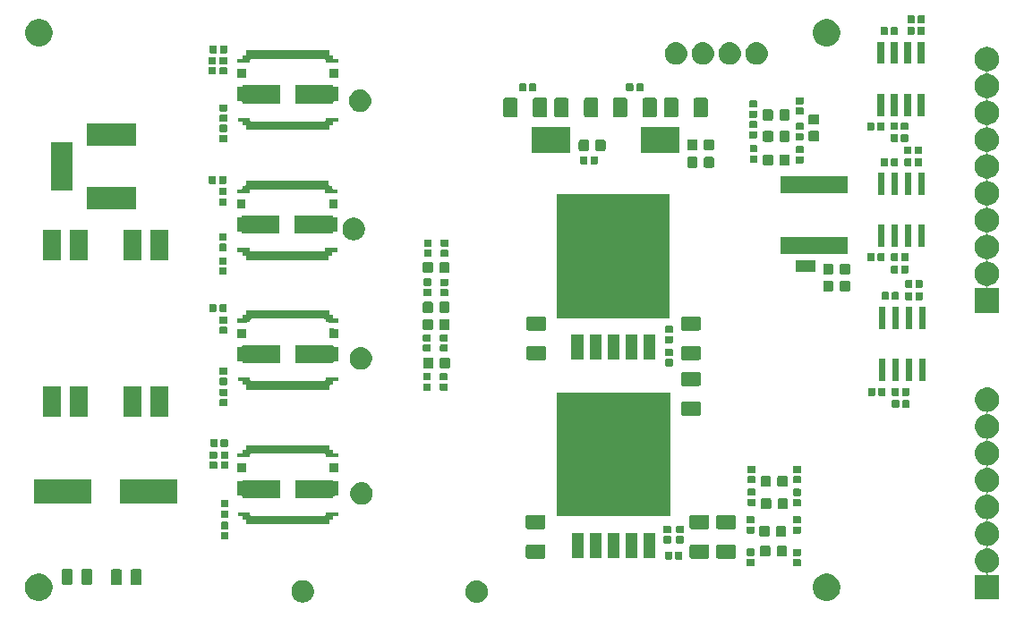
<source format=gbr>
G04 #@! TF.GenerationSoftware,KiCad,Pcbnew,5.1.5-52549c5~84~ubuntu18.04.1*
G04 #@! TF.CreationDate,2019-12-01T16:37:40+01:00*
G04 #@! TF.ProjectId,power_control_ipe_v1,706f7765-725f-4636-9f6e-74726f6c5f69,rev?*
G04 #@! TF.SameCoordinates,Original*
G04 #@! TF.FileFunction,Soldermask,Top*
G04 #@! TF.FilePolarity,Negative*
%FSLAX46Y46*%
G04 Gerber Fmt 4.6, Leading zero omitted, Abs format (unit mm)*
G04 Created by KiCad (PCBNEW 5.1.5-52549c5~84~ubuntu18.04.1) date 2019-12-01 16:37:40*
%MOMM*%
%LPD*%
G04 APERTURE LIST*
%ADD10C,0.100000*%
G04 APERTURE END LIST*
D10*
G36*
X201665354Y-158035782D02*
G01*
X201733682Y-158049373D01*
X201830227Y-158089364D01*
X201926773Y-158129354D01*
X202100546Y-158245465D01*
X202248335Y-158393254D01*
X202364446Y-158567027D01*
X202364446Y-158567028D01*
X202434072Y-158735118D01*
X202444427Y-158760119D01*
X202485200Y-158965099D01*
X202485200Y-159174101D01*
X202444427Y-159379081D01*
X202364446Y-159572173D01*
X202248335Y-159745946D01*
X202100546Y-159893735D01*
X201926773Y-160009846D01*
X201830227Y-160049836D01*
X201733682Y-160089827D01*
X201665354Y-160103418D01*
X201528701Y-160130600D01*
X201319699Y-160130600D01*
X201183046Y-160103418D01*
X201114718Y-160089827D01*
X201018173Y-160049837D01*
X200921627Y-160009846D01*
X200747854Y-159893735D01*
X200600065Y-159745946D01*
X200483954Y-159572173D01*
X200403973Y-159379081D01*
X200363200Y-159174101D01*
X200363200Y-158965099D01*
X200403973Y-158760119D01*
X200414329Y-158735118D01*
X200483954Y-158567028D01*
X200483954Y-158567027D01*
X200600065Y-158393254D01*
X200747854Y-158245465D01*
X200921627Y-158129354D01*
X201018173Y-158089363D01*
X201114718Y-158049373D01*
X201183046Y-158035782D01*
X201319699Y-158008600D01*
X201528701Y-158008600D01*
X201665354Y-158035782D01*
G37*
G36*
X185204385Y-158008600D02*
G01*
X185283682Y-158024373D01*
X185344037Y-158049373D01*
X185476773Y-158104354D01*
X185650546Y-158220465D01*
X185798335Y-158368254D01*
X185914446Y-158542027D01*
X185994427Y-158735119D01*
X186035200Y-158940099D01*
X186035200Y-159149101D01*
X186030227Y-159174101D01*
X185994427Y-159354082D01*
X185954437Y-159450627D01*
X185914446Y-159547173D01*
X185798335Y-159720946D01*
X185650546Y-159868735D01*
X185476773Y-159984846D01*
X185416417Y-160009846D01*
X185283682Y-160064827D01*
X185215354Y-160078418D01*
X185078701Y-160105600D01*
X184869699Y-160105600D01*
X184733046Y-160078418D01*
X184664718Y-160064827D01*
X184531983Y-160009846D01*
X184471627Y-159984846D01*
X184297854Y-159868735D01*
X184150065Y-159720946D01*
X184033954Y-159547173D01*
X183993963Y-159450627D01*
X183953973Y-159354082D01*
X183918173Y-159174101D01*
X183913200Y-159149101D01*
X183913200Y-158940099D01*
X183953973Y-158735119D01*
X184033954Y-158542027D01*
X184150065Y-158368254D01*
X184297854Y-158220465D01*
X184471627Y-158104354D01*
X184604363Y-158049373D01*
X184664718Y-158024373D01*
X184744015Y-158008600D01*
X184869699Y-157983600D01*
X185078701Y-157983600D01*
X185204385Y-158008600D01*
G37*
G36*
X160378687Y-157418596D02*
G01*
X160597146Y-157509085D01*
X160615455Y-157516669D01*
X160828539Y-157659047D01*
X161009753Y-157840261D01*
X161132773Y-158024373D01*
X161152132Y-158053347D01*
X161250204Y-158290113D01*
X161300200Y-158541461D01*
X161300200Y-158797739D01*
X161250204Y-159049087D01*
X161198422Y-159174099D01*
X161152131Y-159285855D01*
X161009753Y-159498939D01*
X160828539Y-159680153D01*
X160615455Y-159822531D01*
X160615454Y-159822532D01*
X160615453Y-159822532D01*
X160378687Y-159920604D01*
X160127339Y-159970600D01*
X159871061Y-159970600D01*
X159619713Y-159920604D01*
X159382947Y-159822532D01*
X159382946Y-159822532D01*
X159382945Y-159822531D01*
X159169861Y-159680153D01*
X158988647Y-159498939D01*
X158846269Y-159285855D01*
X158799978Y-159174099D01*
X158748196Y-159049087D01*
X158698200Y-158797739D01*
X158698200Y-158541461D01*
X158748196Y-158290113D01*
X158846268Y-158053347D01*
X158865628Y-158024373D01*
X158988647Y-157840261D01*
X159169861Y-157659047D01*
X159382945Y-157516669D01*
X159401254Y-157509085D01*
X159619713Y-157418596D01*
X159871061Y-157368600D01*
X160127339Y-157368600D01*
X160378687Y-157418596D01*
G37*
G36*
X234903687Y-157418596D02*
G01*
X235122146Y-157509085D01*
X235140455Y-157516669D01*
X235353539Y-157659047D01*
X235534753Y-157840261D01*
X235657773Y-158024373D01*
X235677132Y-158053347D01*
X235775204Y-158290113D01*
X235825200Y-158541461D01*
X235825200Y-158797739D01*
X235775204Y-159049087D01*
X235723422Y-159174099D01*
X235677131Y-159285855D01*
X235534753Y-159498939D01*
X235353539Y-159680153D01*
X235140455Y-159822531D01*
X235140454Y-159822532D01*
X235140453Y-159822532D01*
X234903687Y-159920604D01*
X234652339Y-159970600D01*
X234396061Y-159970600D01*
X234144713Y-159920604D01*
X233907947Y-159822532D01*
X233907946Y-159822532D01*
X233907945Y-159822531D01*
X233694861Y-159680153D01*
X233513647Y-159498939D01*
X233371269Y-159285855D01*
X233324978Y-159174099D01*
X233273196Y-159049087D01*
X233223200Y-158797739D01*
X233223200Y-158541461D01*
X233273196Y-158290113D01*
X233371268Y-158053347D01*
X233390628Y-158024373D01*
X233513647Y-157840261D01*
X233694861Y-157659047D01*
X233907945Y-157516669D01*
X233926254Y-157509085D01*
X234144713Y-157418596D01*
X234396061Y-157368600D01*
X234652339Y-157368600D01*
X234903687Y-157418596D01*
G37*
G36*
X249918749Y-139760716D02*
G01*
X250029934Y-139782832D01*
X250239403Y-139869597D01*
X250427920Y-139995560D01*
X250588240Y-140155880D01*
X250714203Y-140344397D01*
X250798207Y-140547200D01*
X250800968Y-140553867D01*
X250845200Y-140776235D01*
X250845200Y-141002965D01*
X250830069Y-141079032D01*
X250800968Y-141225334D01*
X250714203Y-141434803D01*
X250588240Y-141623320D01*
X250427920Y-141783640D01*
X250239403Y-141909603D01*
X250029934Y-141996368D01*
X249902361Y-142021744D01*
X249825648Y-142037003D01*
X249802199Y-142044116D01*
X249780588Y-142055667D01*
X249761646Y-142071212D01*
X249746101Y-142090154D01*
X249734550Y-142111765D01*
X249727437Y-142135214D01*
X249725035Y-142159600D01*
X249727437Y-142183986D01*
X249734550Y-142207435D01*
X249746101Y-142229046D01*
X249761646Y-142247988D01*
X249780588Y-142263533D01*
X249802199Y-142275084D01*
X249825648Y-142282197D01*
X249888726Y-142294744D01*
X250029934Y-142322832D01*
X250173181Y-142382167D01*
X250216640Y-142400168D01*
X250239403Y-142409597D01*
X250427920Y-142535560D01*
X250588240Y-142695880D01*
X250714203Y-142884397D01*
X250800968Y-143093866D01*
X250845200Y-143316236D01*
X250845200Y-143542964D01*
X250800968Y-143765334D01*
X250714203Y-143974803D01*
X250588240Y-144163320D01*
X250427920Y-144323640D01*
X250239403Y-144449603D01*
X250029934Y-144536368D01*
X249902361Y-144561744D01*
X249825648Y-144577003D01*
X249802199Y-144584116D01*
X249780588Y-144595667D01*
X249761646Y-144611212D01*
X249746101Y-144630154D01*
X249734550Y-144651765D01*
X249727437Y-144675214D01*
X249725035Y-144699600D01*
X249727437Y-144723986D01*
X249734550Y-144747435D01*
X249746101Y-144769046D01*
X249761646Y-144787988D01*
X249780588Y-144803533D01*
X249802199Y-144815084D01*
X249825648Y-144822197D01*
X249902361Y-144837456D01*
X250029934Y-144862832D01*
X250239403Y-144949597D01*
X250427920Y-145075560D01*
X250588240Y-145235880D01*
X250714203Y-145424397D01*
X250800968Y-145633866D01*
X250808732Y-145672900D01*
X250845200Y-145856235D01*
X250845200Y-146082965D01*
X250837791Y-146120213D01*
X250800968Y-146305334D01*
X250768234Y-146384360D01*
X250719921Y-146501000D01*
X250714203Y-146514803D01*
X250588240Y-146703320D01*
X250427920Y-146863640D01*
X250239403Y-146989603D01*
X250029934Y-147076368D01*
X249902361Y-147101744D01*
X249825648Y-147117003D01*
X249802199Y-147124116D01*
X249780588Y-147135667D01*
X249761646Y-147151212D01*
X249746101Y-147170154D01*
X249734550Y-147191765D01*
X249727437Y-147215214D01*
X249725035Y-147239600D01*
X249727437Y-147263986D01*
X249734550Y-147287435D01*
X249746101Y-147309046D01*
X249761646Y-147327988D01*
X249780588Y-147343533D01*
X249802199Y-147355084D01*
X249825648Y-147362197D01*
X249902361Y-147377456D01*
X250029934Y-147402832D01*
X250239403Y-147489597D01*
X250427920Y-147615560D01*
X250588240Y-147775880D01*
X250714203Y-147964397D01*
X250800968Y-148173866D01*
X250803789Y-148188047D01*
X250845200Y-148396235D01*
X250845200Y-148622965D01*
X250831597Y-148691351D01*
X250800968Y-148845334D01*
X250714203Y-149054803D01*
X250588240Y-149243320D01*
X250427920Y-149403640D01*
X250239403Y-149529603D01*
X250029934Y-149616368D01*
X249902361Y-149641744D01*
X249825648Y-149657003D01*
X249802199Y-149664116D01*
X249780588Y-149675667D01*
X249761646Y-149691212D01*
X249746101Y-149710154D01*
X249734550Y-149731765D01*
X249727437Y-149755214D01*
X249725035Y-149779600D01*
X249727437Y-149803986D01*
X249734550Y-149827435D01*
X249746101Y-149849046D01*
X249761646Y-149867988D01*
X249780588Y-149883533D01*
X249802199Y-149895084D01*
X249825648Y-149902197D01*
X249884784Y-149913960D01*
X250029934Y-149942832D01*
X250147371Y-149991476D01*
X250235268Y-150027884D01*
X250239403Y-150029597D01*
X250427920Y-150155560D01*
X250588240Y-150315880D01*
X250714203Y-150504397D01*
X250800968Y-150713866D01*
X250819613Y-150807600D01*
X250845200Y-150936235D01*
X250845200Y-151162965D01*
X250826971Y-151254609D01*
X250800968Y-151385334D01*
X250741771Y-151528249D01*
X250727791Y-151562000D01*
X250714203Y-151594803D01*
X250588240Y-151783320D01*
X250427920Y-151943640D01*
X250239403Y-152069603D01*
X250239402Y-152069604D01*
X250239401Y-152069604D01*
X250211888Y-152081000D01*
X250029934Y-152156368D01*
X249902361Y-152181744D01*
X249825648Y-152197003D01*
X249802199Y-152204116D01*
X249780588Y-152215667D01*
X249761646Y-152231212D01*
X249746101Y-152250154D01*
X249734550Y-152271765D01*
X249727437Y-152295214D01*
X249725035Y-152319600D01*
X249727437Y-152343986D01*
X249734550Y-152367435D01*
X249746101Y-152389046D01*
X249761646Y-152407988D01*
X249780588Y-152423533D01*
X249802199Y-152435084D01*
X249825648Y-152442197D01*
X249902361Y-152457456D01*
X250029934Y-152482832D01*
X250239403Y-152569597D01*
X250427920Y-152695560D01*
X250588240Y-152855880D01*
X250714203Y-153044397D01*
X250762502Y-153161000D01*
X250800968Y-153253867D01*
X250836641Y-153433204D01*
X250845200Y-153476236D01*
X250845200Y-153702964D01*
X250800968Y-153925334D01*
X250714203Y-154134803D01*
X250588240Y-154323320D01*
X250427920Y-154483640D01*
X250239403Y-154609603D01*
X250239402Y-154609604D01*
X250239401Y-154609604D01*
X250197927Y-154626783D01*
X250029934Y-154696368D01*
X249927753Y-154716693D01*
X249825648Y-154737003D01*
X249802199Y-154744116D01*
X249780588Y-154755667D01*
X249761646Y-154771212D01*
X249746101Y-154790154D01*
X249734550Y-154811765D01*
X249727437Y-154835214D01*
X249725035Y-154859600D01*
X249727437Y-154883986D01*
X249734550Y-154907435D01*
X249746101Y-154929046D01*
X249761646Y-154947988D01*
X249780588Y-154963533D01*
X249802199Y-154975084D01*
X249825648Y-154982197D01*
X249902361Y-154997456D01*
X250029934Y-155022832D01*
X250239403Y-155109597D01*
X250427920Y-155235560D01*
X250588240Y-155395880D01*
X250714203Y-155584397D01*
X250785558Y-155756662D01*
X250800968Y-155793867D01*
X250842323Y-156001769D01*
X250845200Y-156016236D01*
X250845200Y-156242964D01*
X250800968Y-156465334D01*
X250714203Y-156674803D01*
X250588240Y-156863320D01*
X250427920Y-157023640D01*
X250239403Y-157149603D01*
X250029934Y-157236368D01*
X249913392Y-157259550D01*
X249855807Y-157271004D01*
X249832358Y-157278117D01*
X249810747Y-157289668D01*
X249791805Y-157305213D01*
X249776260Y-157324155D01*
X249764709Y-157345766D01*
X249757596Y-157369215D01*
X249755194Y-157393601D01*
X249757596Y-157417987D01*
X249764709Y-157441436D01*
X249776260Y-157463047D01*
X249791805Y-157481989D01*
X249810747Y-157497534D01*
X249832358Y-157509085D01*
X249855807Y-157516198D01*
X249880193Y-157518600D01*
X250845200Y-157518600D01*
X250845200Y-159820600D01*
X248543200Y-159820600D01*
X248543200Y-157518600D01*
X249508207Y-157518600D01*
X249532593Y-157516198D01*
X249556042Y-157509085D01*
X249577653Y-157497534D01*
X249596595Y-157481989D01*
X249612140Y-157463047D01*
X249623691Y-157441436D01*
X249630804Y-157417987D01*
X249633206Y-157393601D01*
X249630804Y-157369215D01*
X249623691Y-157345766D01*
X249612140Y-157324155D01*
X249596595Y-157305213D01*
X249577653Y-157289668D01*
X249556042Y-157278117D01*
X249532593Y-157271004D01*
X249475008Y-157259550D01*
X249358466Y-157236368D01*
X249148997Y-157149603D01*
X248960480Y-157023640D01*
X248800160Y-156863320D01*
X248674197Y-156674803D01*
X248587432Y-156465334D01*
X248543200Y-156242964D01*
X248543200Y-156016236D01*
X248546078Y-156001769D01*
X248587432Y-155793867D01*
X248602843Y-155756662D01*
X248674197Y-155584397D01*
X248800160Y-155395880D01*
X248960480Y-155235560D01*
X249148997Y-155109597D01*
X249358466Y-155022832D01*
X249486039Y-154997456D01*
X249562752Y-154982197D01*
X249586201Y-154975084D01*
X249607812Y-154963533D01*
X249626754Y-154947988D01*
X249642299Y-154929046D01*
X249653850Y-154907435D01*
X249660963Y-154883986D01*
X249663365Y-154859600D01*
X249660963Y-154835214D01*
X249653850Y-154811765D01*
X249642299Y-154790154D01*
X249626754Y-154771212D01*
X249607812Y-154755667D01*
X249586201Y-154744116D01*
X249562752Y-154737003D01*
X249460647Y-154716693D01*
X249358466Y-154696368D01*
X249190473Y-154626783D01*
X249148999Y-154609604D01*
X249148998Y-154609604D01*
X249148997Y-154609603D01*
X248960480Y-154483640D01*
X248800160Y-154323320D01*
X248674197Y-154134803D01*
X248587432Y-153925334D01*
X248543200Y-153702964D01*
X248543200Y-153476236D01*
X248551760Y-153433204D01*
X248587432Y-153253867D01*
X248625899Y-153161000D01*
X248674197Y-153044397D01*
X248800160Y-152855880D01*
X248960480Y-152695560D01*
X249148997Y-152569597D01*
X249358466Y-152482832D01*
X249486039Y-152457456D01*
X249562752Y-152442197D01*
X249586201Y-152435084D01*
X249607812Y-152423533D01*
X249626754Y-152407988D01*
X249642299Y-152389046D01*
X249653850Y-152367435D01*
X249660963Y-152343986D01*
X249663365Y-152319600D01*
X249660963Y-152295214D01*
X249653850Y-152271765D01*
X249642299Y-152250154D01*
X249626754Y-152231212D01*
X249607812Y-152215667D01*
X249586201Y-152204116D01*
X249562752Y-152197003D01*
X249486039Y-152181744D01*
X249358466Y-152156368D01*
X249176512Y-152081000D01*
X249148999Y-152069604D01*
X249148998Y-152069604D01*
X249148997Y-152069603D01*
X248960480Y-151943640D01*
X248800160Y-151783320D01*
X248674197Y-151594803D01*
X248660610Y-151562000D01*
X248646629Y-151528249D01*
X248587432Y-151385334D01*
X248561429Y-151254609D01*
X248543200Y-151162965D01*
X248543200Y-150936235D01*
X248568787Y-150807600D01*
X248587432Y-150713866D01*
X248674197Y-150504397D01*
X248800160Y-150315880D01*
X248960480Y-150155560D01*
X249148997Y-150029597D01*
X249153133Y-150027884D01*
X249241029Y-149991476D01*
X249358466Y-149942832D01*
X249503616Y-149913960D01*
X249562752Y-149902197D01*
X249586201Y-149895084D01*
X249607812Y-149883533D01*
X249626754Y-149867988D01*
X249642299Y-149849046D01*
X249653850Y-149827435D01*
X249660963Y-149803986D01*
X249663365Y-149779600D01*
X249660963Y-149755214D01*
X249653850Y-149731765D01*
X249642299Y-149710154D01*
X249626754Y-149691212D01*
X249607812Y-149675667D01*
X249586201Y-149664116D01*
X249562752Y-149657003D01*
X249486039Y-149641744D01*
X249358466Y-149616368D01*
X249148997Y-149529603D01*
X248960480Y-149403640D01*
X248800160Y-149243320D01*
X248674197Y-149054803D01*
X248587432Y-148845334D01*
X248556803Y-148691351D01*
X248543200Y-148622965D01*
X248543200Y-148396235D01*
X248584611Y-148188047D01*
X248587432Y-148173866D01*
X248674197Y-147964397D01*
X248800160Y-147775880D01*
X248960480Y-147615560D01*
X249148997Y-147489597D01*
X249358466Y-147402832D01*
X249486039Y-147377456D01*
X249562752Y-147362197D01*
X249586201Y-147355084D01*
X249607812Y-147343533D01*
X249626754Y-147327988D01*
X249642299Y-147309046D01*
X249653850Y-147287435D01*
X249660963Y-147263986D01*
X249663365Y-147239600D01*
X249660963Y-147215214D01*
X249653850Y-147191765D01*
X249642299Y-147170154D01*
X249626754Y-147151212D01*
X249607812Y-147135667D01*
X249586201Y-147124116D01*
X249562752Y-147117003D01*
X249486039Y-147101744D01*
X249358466Y-147076368D01*
X249148997Y-146989603D01*
X248960480Y-146863640D01*
X248800160Y-146703320D01*
X248674197Y-146514803D01*
X248668480Y-146501000D01*
X248620166Y-146384360D01*
X248587432Y-146305334D01*
X248550609Y-146120213D01*
X248543200Y-146082965D01*
X248543200Y-145856235D01*
X248579668Y-145672900D01*
X248587432Y-145633866D01*
X248674197Y-145424397D01*
X248800160Y-145235880D01*
X248960480Y-145075560D01*
X249148997Y-144949597D01*
X249358466Y-144862832D01*
X249486039Y-144837456D01*
X249562752Y-144822197D01*
X249586201Y-144815084D01*
X249607812Y-144803533D01*
X249626754Y-144787988D01*
X249642299Y-144769046D01*
X249653850Y-144747435D01*
X249660963Y-144723986D01*
X249663365Y-144699600D01*
X249660963Y-144675214D01*
X249653850Y-144651765D01*
X249642299Y-144630154D01*
X249626754Y-144611212D01*
X249607812Y-144595667D01*
X249586201Y-144584116D01*
X249562752Y-144577003D01*
X249486039Y-144561744D01*
X249358466Y-144536368D01*
X249148997Y-144449603D01*
X248960480Y-144323640D01*
X248800160Y-144163320D01*
X248674197Y-143974803D01*
X248587432Y-143765334D01*
X248543200Y-143542964D01*
X248543200Y-143316236D01*
X248587432Y-143093866D01*
X248674197Y-142884397D01*
X248800160Y-142695880D01*
X248960480Y-142535560D01*
X249148997Y-142409597D01*
X249171761Y-142400168D01*
X249215219Y-142382167D01*
X249358466Y-142322832D01*
X249499674Y-142294744D01*
X249562752Y-142282197D01*
X249586201Y-142275084D01*
X249607812Y-142263533D01*
X249626754Y-142247988D01*
X249642299Y-142229046D01*
X249653850Y-142207435D01*
X249660963Y-142183986D01*
X249663365Y-142159600D01*
X249660963Y-142135214D01*
X249653850Y-142111765D01*
X249642299Y-142090154D01*
X249626754Y-142071212D01*
X249607812Y-142055667D01*
X249586201Y-142044116D01*
X249562752Y-142037003D01*
X249486039Y-142021744D01*
X249358466Y-141996368D01*
X249148997Y-141909603D01*
X248960480Y-141783640D01*
X248800160Y-141623320D01*
X248674197Y-141434803D01*
X248587432Y-141225334D01*
X248558331Y-141079032D01*
X248543200Y-141002965D01*
X248543200Y-140776235D01*
X248587432Y-140553867D01*
X248590194Y-140547200D01*
X248674197Y-140344397D01*
X248800160Y-140155880D01*
X248960480Y-139995560D01*
X249148997Y-139869597D01*
X249358466Y-139782832D01*
X249469651Y-139760716D01*
X249580835Y-139738600D01*
X249807565Y-139738600D01*
X249918749Y-139760716D01*
G37*
G36*
X169593668Y-156953165D02*
G01*
X169632338Y-156964896D01*
X169667977Y-156983946D01*
X169699217Y-157009583D01*
X169724854Y-157040823D01*
X169743904Y-157076462D01*
X169755635Y-157115132D01*
X169760200Y-157161488D01*
X169760200Y-158237712D01*
X169755635Y-158284068D01*
X169743904Y-158322738D01*
X169724854Y-158358377D01*
X169699217Y-158389617D01*
X169667977Y-158415254D01*
X169632338Y-158434304D01*
X169593668Y-158446035D01*
X169547312Y-158450600D01*
X168896088Y-158450600D01*
X168849732Y-158446035D01*
X168811062Y-158434304D01*
X168775423Y-158415254D01*
X168744183Y-158389617D01*
X168718546Y-158358377D01*
X168699496Y-158322738D01*
X168687765Y-158284068D01*
X168683200Y-158237712D01*
X168683200Y-157161488D01*
X168687765Y-157115132D01*
X168699496Y-157076462D01*
X168718546Y-157040823D01*
X168744183Y-157009583D01*
X168775423Y-156983946D01*
X168811062Y-156964896D01*
X168849732Y-156953165D01*
X168896088Y-156948600D01*
X169547312Y-156948600D01*
X169593668Y-156953165D01*
G37*
G36*
X167718668Y-156953165D02*
G01*
X167757338Y-156964896D01*
X167792977Y-156983946D01*
X167824217Y-157009583D01*
X167849854Y-157040823D01*
X167868904Y-157076462D01*
X167880635Y-157115132D01*
X167885200Y-157161488D01*
X167885200Y-158237712D01*
X167880635Y-158284068D01*
X167868904Y-158322738D01*
X167849854Y-158358377D01*
X167824217Y-158389617D01*
X167792977Y-158415254D01*
X167757338Y-158434304D01*
X167718668Y-158446035D01*
X167672312Y-158450600D01*
X167021088Y-158450600D01*
X166974732Y-158446035D01*
X166936062Y-158434304D01*
X166900423Y-158415254D01*
X166869183Y-158389617D01*
X166843546Y-158358377D01*
X166824496Y-158322738D01*
X166812765Y-158284068D01*
X166808200Y-158237712D01*
X166808200Y-157161488D01*
X166812765Y-157115132D01*
X166824496Y-157076462D01*
X166843546Y-157040823D01*
X166869183Y-157009583D01*
X166900423Y-156983946D01*
X166936062Y-156964896D01*
X166974732Y-156953165D01*
X167021088Y-156948600D01*
X167672312Y-156948600D01*
X167718668Y-156953165D01*
G37*
G36*
X163058668Y-156933165D02*
G01*
X163097338Y-156944896D01*
X163132977Y-156963946D01*
X163164217Y-156989583D01*
X163189854Y-157020823D01*
X163208904Y-157056462D01*
X163220635Y-157095132D01*
X163225200Y-157141488D01*
X163225200Y-158217712D01*
X163220635Y-158264068D01*
X163208904Y-158302738D01*
X163189854Y-158338377D01*
X163164217Y-158369617D01*
X163132977Y-158395254D01*
X163097338Y-158414304D01*
X163058668Y-158426035D01*
X163012312Y-158430600D01*
X162361088Y-158430600D01*
X162314732Y-158426035D01*
X162276062Y-158414304D01*
X162240423Y-158395254D01*
X162209183Y-158369617D01*
X162183546Y-158338377D01*
X162164496Y-158302738D01*
X162152765Y-158264068D01*
X162148200Y-158217712D01*
X162148200Y-157141488D01*
X162152765Y-157095132D01*
X162164496Y-157056462D01*
X162183546Y-157020823D01*
X162209183Y-156989583D01*
X162240423Y-156963946D01*
X162276062Y-156944896D01*
X162314732Y-156933165D01*
X162361088Y-156928600D01*
X163012312Y-156928600D01*
X163058668Y-156933165D01*
G37*
G36*
X164933668Y-156933165D02*
G01*
X164972338Y-156944896D01*
X165007977Y-156963946D01*
X165039217Y-156989583D01*
X165064854Y-157020823D01*
X165083904Y-157056462D01*
X165095635Y-157095132D01*
X165100200Y-157141488D01*
X165100200Y-158217712D01*
X165095635Y-158264068D01*
X165083904Y-158302738D01*
X165064854Y-158338377D01*
X165039217Y-158369617D01*
X165007977Y-158395254D01*
X164972338Y-158414304D01*
X164933668Y-158426035D01*
X164887312Y-158430600D01*
X164236088Y-158430600D01*
X164189732Y-158426035D01*
X164151062Y-158414304D01*
X164115423Y-158395254D01*
X164084183Y-158369617D01*
X164058546Y-158338377D01*
X164039496Y-158302738D01*
X164027765Y-158264068D01*
X164023200Y-158217712D01*
X164023200Y-157141488D01*
X164027765Y-157095132D01*
X164039496Y-157056462D01*
X164058546Y-157020823D01*
X164084183Y-156989583D01*
X164115423Y-156963946D01*
X164151062Y-156944896D01*
X164189732Y-156933165D01*
X164236088Y-156928600D01*
X164887312Y-156928600D01*
X164933668Y-156933165D01*
G37*
G36*
X231996138Y-155991316D02*
G01*
X232016757Y-155997571D01*
X232035753Y-156007724D01*
X232052408Y-156021392D01*
X232066076Y-156038047D01*
X232076229Y-156057043D01*
X232082484Y-156077662D01*
X232085200Y-156105240D01*
X232085200Y-156563960D01*
X232082484Y-156591538D01*
X232076229Y-156612157D01*
X232066076Y-156631153D01*
X232052408Y-156647808D01*
X232035753Y-156661476D01*
X232016757Y-156671629D01*
X231996138Y-156677884D01*
X231968560Y-156680600D01*
X231459840Y-156680600D01*
X231432262Y-156677884D01*
X231411643Y-156671629D01*
X231392647Y-156661476D01*
X231375992Y-156647808D01*
X231362324Y-156631153D01*
X231352171Y-156612157D01*
X231345916Y-156591538D01*
X231343200Y-156563960D01*
X231343200Y-156105240D01*
X231345916Y-156077662D01*
X231352171Y-156057043D01*
X231362324Y-156038047D01*
X231375992Y-156021392D01*
X231392647Y-156007724D01*
X231411643Y-155997571D01*
X231432262Y-155991316D01*
X231459840Y-155988600D01*
X231968560Y-155988600D01*
X231996138Y-155991316D01*
G37*
G36*
X227606138Y-155971316D02*
G01*
X227626757Y-155977571D01*
X227645753Y-155987724D01*
X227662408Y-156001392D01*
X227676076Y-156018047D01*
X227686229Y-156037043D01*
X227692484Y-156057662D01*
X227695200Y-156085240D01*
X227695200Y-156543960D01*
X227692484Y-156571538D01*
X227686229Y-156592157D01*
X227676076Y-156611153D01*
X227662408Y-156627808D01*
X227645753Y-156641476D01*
X227626757Y-156651629D01*
X227606138Y-156657884D01*
X227578560Y-156660600D01*
X227069840Y-156660600D01*
X227042262Y-156657884D01*
X227021643Y-156651629D01*
X227002647Y-156641476D01*
X226985992Y-156627808D01*
X226972324Y-156611153D01*
X226962171Y-156592157D01*
X226955916Y-156571538D01*
X226953200Y-156543960D01*
X226953200Y-156085240D01*
X226955916Y-156057662D01*
X226962171Y-156037043D01*
X226972324Y-156018047D01*
X226985992Y-156001392D01*
X227002647Y-155987724D01*
X227021643Y-155977571D01*
X227042262Y-155971316D01*
X227069840Y-155968600D01*
X227578560Y-155968600D01*
X227606138Y-155971316D01*
G37*
G36*
X219832138Y-155291916D02*
G01*
X219852757Y-155298171D01*
X219871753Y-155308324D01*
X219888408Y-155321992D01*
X219902076Y-155338647D01*
X219912229Y-155357643D01*
X219918484Y-155378262D01*
X219921200Y-155405840D01*
X219921200Y-155914560D01*
X219918484Y-155942138D01*
X219912229Y-155962757D01*
X219902076Y-155981753D01*
X219888408Y-155998408D01*
X219871753Y-156012076D01*
X219852757Y-156022229D01*
X219832138Y-156028484D01*
X219804560Y-156031200D01*
X219345840Y-156031200D01*
X219318262Y-156028484D01*
X219297643Y-156022229D01*
X219278647Y-156012076D01*
X219261992Y-155998408D01*
X219248324Y-155981753D01*
X219238171Y-155962757D01*
X219231916Y-155942138D01*
X219229200Y-155914560D01*
X219229200Y-155405840D01*
X219231916Y-155378262D01*
X219238171Y-155357643D01*
X219248324Y-155338647D01*
X219261992Y-155321992D01*
X219278647Y-155308324D01*
X219297643Y-155298171D01*
X219318262Y-155291916D01*
X219345840Y-155289200D01*
X219804560Y-155289200D01*
X219832138Y-155291916D01*
G37*
G36*
X220802138Y-155291916D02*
G01*
X220822757Y-155298171D01*
X220841753Y-155308324D01*
X220858408Y-155321992D01*
X220872076Y-155338647D01*
X220882229Y-155357643D01*
X220888484Y-155378262D01*
X220891200Y-155405840D01*
X220891200Y-155914560D01*
X220888484Y-155942138D01*
X220882229Y-155962757D01*
X220872076Y-155981753D01*
X220858408Y-155998408D01*
X220841753Y-156012076D01*
X220822757Y-156022229D01*
X220802138Y-156028484D01*
X220774560Y-156031200D01*
X220315840Y-156031200D01*
X220288262Y-156028484D01*
X220267643Y-156022229D01*
X220248647Y-156012076D01*
X220231992Y-155998408D01*
X220218324Y-155981753D01*
X220208171Y-155962757D01*
X220201916Y-155942138D01*
X220199200Y-155914560D01*
X220199200Y-155405840D01*
X220201916Y-155378262D01*
X220208171Y-155357643D01*
X220218324Y-155338647D01*
X220231992Y-155321992D01*
X220248647Y-155308324D01*
X220267643Y-155298171D01*
X220288262Y-155291916D01*
X220315840Y-155289200D01*
X220774560Y-155289200D01*
X220802138Y-155291916D01*
G37*
G36*
X207773204Y-154610547D02*
G01*
X207809744Y-154621632D01*
X207843421Y-154639633D01*
X207872941Y-154663859D01*
X207897167Y-154693379D01*
X207915168Y-154727056D01*
X207926253Y-154763596D01*
X207930600Y-154807738D01*
X207930600Y-155756662D01*
X207926253Y-155800804D01*
X207915168Y-155837344D01*
X207897167Y-155871021D01*
X207872941Y-155900541D01*
X207843421Y-155924767D01*
X207809744Y-155942768D01*
X207773204Y-155953853D01*
X207729062Y-155958200D01*
X206280138Y-155958200D01*
X206235996Y-155953853D01*
X206199456Y-155942768D01*
X206165779Y-155924767D01*
X206136259Y-155900541D01*
X206112033Y-155871021D01*
X206094032Y-155837344D01*
X206082947Y-155800804D01*
X206078600Y-155756662D01*
X206078600Y-154807738D01*
X206082947Y-154763596D01*
X206094032Y-154727056D01*
X206112033Y-154693379D01*
X206136259Y-154663859D01*
X206165779Y-154639633D01*
X206199456Y-154621632D01*
X206235996Y-154610547D01*
X206280138Y-154606200D01*
X207729062Y-154606200D01*
X207773204Y-154610547D01*
G37*
G36*
X225781804Y-154610547D02*
G01*
X225818344Y-154621632D01*
X225852021Y-154639633D01*
X225881541Y-154663859D01*
X225905767Y-154693379D01*
X225923768Y-154727056D01*
X225934853Y-154763596D01*
X225939200Y-154807738D01*
X225939200Y-155756662D01*
X225934853Y-155800804D01*
X225923768Y-155837344D01*
X225905767Y-155871021D01*
X225881541Y-155900541D01*
X225852021Y-155924767D01*
X225818344Y-155942768D01*
X225781804Y-155953853D01*
X225737662Y-155958200D01*
X224288738Y-155958200D01*
X224244596Y-155953853D01*
X224208056Y-155942768D01*
X224174379Y-155924767D01*
X224144859Y-155900541D01*
X224120633Y-155871021D01*
X224102632Y-155837344D01*
X224091547Y-155800804D01*
X224087200Y-155756662D01*
X224087200Y-154807738D01*
X224091547Y-154763596D01*
X224102632Y-154727056D01*
X224120633Y-154693379D01*
X224144859Y-154663859D01*
X224174379Y-154639633D01*
X224208056Y-154621632D01*
X224244596Y-154610547D01*
X224288738Y-154606200D01*
X225737662Y-154606200D01*
X225781804Y-154610547D01*
G37*
G36*
X223267204Y-154610547D02*
G01*
X223303744Y-154621632D01*
X223337421Y-154639633D01*
X223366941Y-154663859D01*
X223391167Y-154693379D01*
X223409168Y-154727056D01*
X223420253Y-154763596D01*
X223424600Y-154807738D01*
X223424600Y-155756662D01*
X223420253Y-155800804D01*
X223409168Y-155837344D01*
X223391167Y-155871021D01*
X223366941Y-155900541D01*
X223337421Y-155924767D01*
X223303744Y-155942768D01*
X223267204Y-155953853D01*
X223223062Y-155958200D01*
X221774138Y-155958200D01*
X221729996Y-155953853D01*
X221693456Y-155942768D01*
X221659779Y-155924767D01*
X221630259Y-155900541D01*
X221606033Y-155871021D01*
X221588032Y-155837344D01*
X221576947Y-155800804D01*
X221572600Y-155756662D01*
X221572600Y-154807738D01*
X221576947Y-154763596D01*
X221588032Y-154727056D01*
X221606033Y-154693379D01*
X221630259Y-154663859D01*
X221659779Y-154639633D01*
X221693456Y-154621632D01*
X221729996Y-154610547D01*
X221774138Y-154606200D01*
X223223062Y-154606200D01*
X223267204Y-154610547D01*
G37*
G36*
X214949501Y-155889001D02*
G01*
X213831501Y-155889001D01*
X213831501Y-153501001D01*
X214949501Y-153501001D01*
X214949501Y-155889001D01*
G37*
G36*
X211545901Y-155889001D02*
G01*
X210427901Y-155889001D01*
X210427901Y-153501001D01*
X211545901Y-153501001D01*
X211545901Y-155889001D01*
G37*
G36*
X213247701Y-155889001D02*
G01*
X212129701Y-155889001D01*
X212129701Y-153501001D01*
X213247701Y-153501001D01*
X213247701Y-155889001D01*
G37*
G36*
X218353101Y-155889001D02*
G01*
X217235101Y-155889001D01*
X217235101Y-153501001D01*
X218353101Y-153501001D01*
X218353101Y-155889001D01*
G37*
G36*
X216651301Y-155889001D02*
G01*
X215533301Y-155889001D01*
X215533301Y-153501001D01*
X216651301Y-153501001D01*
X216651301Y-155889001D01*
G37*
G36*
X230628591Y-154716085D02*
G01*
X230662569Y-154726393D01*
X230693890Y-154743134D01*
X230721339Y-154765661D01*
X230743866Y-154793110D01*
X230760607Y-154824431D01*
X230770915Y-154858409D01*
X230775000Y-154899890D01*
X230775000Y-155576110D01*
X230770915Y-155617591D01*
X230760607Y-155651569D01*
X230743866Y-155682890D01*
X230721339Y-155710339D01*
X230693890Y-155732866D01*
X230662569Y-155749607D01*
X230628591Y-155759915D01*
X230587110Y-155764000D01*
X229985890Y-155764000D01*
X229944409Y-155759915D01*
X229910431Y-155749607D01*
X229879110Y-155732866D01*
X229851661Y-155710339D01*
X229829134Y-155682890D01*
X229812393Y-155651569D01*
X229802085Y-155617591D01*
X229798000Y-155576110D01*
X229798000Y-154899890D01*
X229802085Y-154858409D01*
X229812393Y-154824431D01*
X229829134Y-154793110D01*
X229851661Y-154765661D01*
X229879110Y-154743134D01*
X229910431Y-154726393D01*
X229944409Y-154716085D01*
X229985890Y-154712000D01*
X230587110Y-154712000D01*
X230628591Y-154716085D01*
G37*
G36*
X229053591Y-154716085D02*
G01*
X229087569Y-154726393D01*
X229118890Y-154743134D01*
X229146339Y-154765661D01*
X229168866Y-154793110D01*
X229185607Y-154824431D01*
X229195915Y-154858409D01*
X229200000Y-154899890D01*
X229200000Y-155576110D01*
X229195915Y-155617591D01*
X229185607Y-155651569D01*
X229168866Y-155682890D01*
X229146339Y-155710339D01*
X229118890Y-155732866D01*
X229087569Y-155749607D01*
X229053591Y-155759915D01*
X229012110Y-155764000D01*
X228410890Y-155764000D01*
X228369409Y-155759915D01*
X228335431Y-155749607D01*
X228304110Y-155732866D01*
X228276661Y-155710339D01*
X228254134Y-155682890D01*
X228237393Y-155651569D01*
X228227085Y-155617591D01*
X228223000Y-155576110D01*
X228223000Y-154899890D01*
X228227085Y-154858409D01*
X228237393Y-154824431D01*
X228254134Y-154793110D01*
X228276661Y-154765661D01*
X228304110Y-154743134D01*
X228335431Y-154726393D01*
X228369409Y-154716085D01*
X228410890Y-154712000D01*
X229012110Y-154712000D01*
X229053591Y-154716085D01*
G37*
G36*
X231996138Y-155021316D02*
G01*
X232016757Y-155027571D01*
X232035753Y-155037724D01*
X232052408Y-155051392D01*
X232066076Y-155068047D01*
X232076229Y-155087043D01*
X232082484Y-155107662D01*
X232085200Y-155135240D01*
X232085200Y-155593960D01*
X232082484Y-155621538D01*
X232076229Y-155642157D01*
X232066076Y-155661153D01*
X232052408Y-155677808D01*
X232035753Y-155691476D01*
X232016757Y-155701629D01*
X231996138Y-155707884D01*
X231968560Y-155710600D01*
X231459840Y-155710600D01*
X231432262Y-155707884D01*
X231411643Y-155701629D01*
X231392647Y-155691476D01*
X231375992Y-155677808D01*
X231362324Y-155661153D01*
X231352171Y-155642157D01*
X231345916Y-155621538D01*
X231343200Y-155593960D01*
X231343200Y-155135240D01*
X231345916Y-155107662D01*
X231352171Y-155087043D01*
X231362324Y-155068047D01*
X231375992Y-155051392D01*
X231392647Y-155037724D01*
X231411643Y-155027571D01*
X231432262Y-155021316D01*
X231459840Y-155018600D01*
X231968560Y-155018600D01*
X231996138Y-155021316D01*
G37*
G36*
X227606138Y-155001316D02*
G01*
X227626757Y-155007571D01*
X227645753Y-155017724D01*
X227662408Y-155031392D01*
X227676076Y-155048047D01*
X227686229Y-155067043D01*
X227692484Y-155087662D01*
X227695200Y-155115240D01*
X227695200Y-155573960D01*
X227692484Y-155601538D01*
X227686229Y-155622157D01*
X227676076Y-155641153D01*
X227662408Y-155657808D01*
X227645753Y-155671476D01*
X227626757Y-155681629D01*
X227606138Y-155687884D01*
X227578560Y-155690600D01*
X227069840Y-155690600D01*
X227042262Y-155687884D01*
X227021643Y-155681629D01*
X227002647Y-155671476D01*
X226985992Y-155657808D01*
X226972324Y-155641153D01*
X226962171Y-155622157D01*
X226955916Y-155601538D01*
X226953200Y-155573960D01*
X226953200Y-155115240D01*
X226955916Y-155087662D01*
X226962171Y-155067043D01*
X226972324Y-155048047D01*
X226985992Y-155031392D01*
X227002647Y-155017724D01*
X227021643Y-155007571D01*
X227042262Y-155001316D01*
X227069840Y-154998600D01*
X227578560Y-154998600D01*
X227606138Y-155001316D01*
G37*
G36*
X220951738Y-153820716D02*
G01*
X220972357Y-153826971D01*
X220991353Y-153837124D01*
X221008008Y-153850792D01*
X221021676Y-153867447D01*
X221031829Y-153886443D01*
X221038084Y-153907062D01*
X221040800Y-153934640D01*
X221040800Y-154393360D01*
X221038084Y-154420938D01*
X221031829Y-154441557D01*
X221021676Y-154460553D01*
X221008008Y-154477208D01*
X220991353Y-154490876D01*
X220972357Y-154501029D01*
X220951738Y-154507284D01*
X220924160Y-154510000D01*
X220415440Y-154510000D01*
X220387862Y-154507284D01*
X220367243Y-154501029D01*
X220348247Y-154490876D01*
X220331592Y-154477208D01*
X220317924Y-154460553D01*
X220307771Y-154441557D01*
X220301516Y-154420938D01*
X220298800Y-154393360D01*
X220298800Y-153934640D01*
X220301516Y-153907062D01*
X220307771Y-153886443D01*
X220317924Y-153867447D01*
X220331592Y-153850792D01*
X220348247Y-153837124D01*
X220367243Y-153826971D01*
X220387862Y-153820716D01*
X220415440Y-153818000D01*
X220924160Y-153818000D01*
X220951738Y-153820716D01*
G37*
G36*
X219732538Y-153820716D02*
G01*
X219753157Y-153826971D01*
X219772153Y-153837124D01*
X219788808Y-153850792D01*
X219802476Y-153867447D01*
X219812629Y-153886443D01*
X219818884Y-153907062D01*
X219821600Y-153934640D01*
X219821600Y-154393360D01*
X219818884Y-154420938D01*
X219812629Y-154441557D01*
X219802476Y-154460553D01*
X219788808Y-154477208D01*
X219772153Y-154490876D01*
X219753157Y-154501029D01*
X219732538Y-154507284D01*
X219704960Y-154510000D01*
X219196240Y-154510000D01*
X219168662Y-154507284D01*
X219148043Y-154501029D01*
X219129047Y-154490876D01*
X219112392Y-154477208D01*
X219098724Y-154460553D01*
X219088571Y-154441557D01*
X219082316Y-154420938D01*
X219079600Y-154393360D01*
X219079600Y-153934640D01*
X219082316Y-153907062D01*
X219088571Y-153886443D01*
X219098724Y-153867447D01*
X219112392Y-153850792D01*
X219129047Y-153837124D01*
X219148043Y-153826971D01*
X219168662Y-153820716D01*
X219196240Y-153818000D01*
X219704960Y-153818000D01*
X219732538Y-153820716D01*
G37*
G36*
X177881938Y-153441716D02*
G01*
X177902557Y-153447971D01*
X177921553Y-153458124D01*
X177938208Y-153471792D01*
X177951876Y-153488447D01*
X177962029Y-153507443D01*
X177968284Y-153528062D01*
X177971000Y-153555640D01*
X177971000Y-154014360D01*
X177968284Y-154041938D01*
X177962029Y-154062557D01*
X177951876Y-154081553D01*
X177938208Y-154098208D01*
X177921553Y-154111876D01*
X177902557Y-154122029D01*
X177881938Y-154128284D01*
X177854360Y-154131000D01*
X177345640Y-154131000D01*
X177318062Y-154128284D01*
X177297443Y-154122029D01*
X177278447Y-154111876D01*
X177261792Y-154098208D01*
X177248124Y-154081553D01*
X177237971Y-154062557D01*
X177231716Y-154041938D01*
X177229000Y-154014360D01*
X177229000Y-153555640D01*
X177231716Y-153528062D01*
X177237971Y-153507443D01*
X177248124Y-153488447D01*
X177261792Y-153471792D01*
X177278447Y-153458124D01*
X177297443Y-153447971D01*
X177318062Y-153441716D01*
X177345640Y-153439000D01*
X177854360Y-153439000D01*
X177881938Y-153441716D01*
G37*
G36*
X228991291Y-152847685D02*
G01*
X229025269Y-152857993D01*
X229056590Y-152874734D01*
X229084039Y-152897261D01*
X229106566Y-152924710D01*
X229123307Y-152956031D01*
X229133615Y-152990009D01*
X229137700Y-153031490D01*
X229137700Y-153707710D01*
X229133615Y-153749191D01*
X229123307Y-153783169D01*
X229106566Y-153814490D01*
X229084039Y-153841939D01*
X229056590Y-153864466D01*
X229025269Y-153881207D01*
X228991291Y-153891515D01*
X228949810Y-153895600D01*
X228348590Y-153895600D01*
X228307109Y-153891515D01*
X228273131Y-153881207D01*
X228241810Y-153864466D01*
X228214361Y-153841939D01*
X228191834Y-153814490D01*
X228175093Y-153783169D01*
X228164785Y-153749191D01*
X228160700Y-153707710D01*
X228160700Y-153031490D01*
X228164785Y-152990009D01*
X228175093Y-152956031D01*
X228191834Y-152924710D01*
X228214361Y-152897261D01*
X228241810Y-152874734D01*
X228273131Y-152857993D01*
X228307109Y-152847685D01*
X228348590Y-152843600D01*
X228949810Y-152843600D01*
X228991291Y-152847685D01*
G37*
G36*
X230566291Y-152847685D02*
G01*
X230600269Y-152857993D01*
X230631590Y-152874734D01*
X230659039Y-152897261D01*
X230681566Y-152924710D01*
X230698307Y-152956031D01*
X230708615Y-152990009D01*
X230712700Y-153031490D01*
X230712700Y-153707710D01*
X230708615Y-153749191D01*
X230698307Y-153783169D01*
X230681566Y-153814490D01*
X230659039Y-153841939D01*
X230631590Y-153864466D01*
X230600269Y-153881207D01*
X230566291Y-153891515D01*
X230524810Y-153895600D01*
X229923590Y-153895600D01*
X229882109Y-153891515D01*
X229848131Y-153881207D01*
X229816810Y-153864466D01*
X229789361Y-153841939D01*
X229766834Y-153814490D01*
X229750093Y-153783169D01*
X229739785Y-153749191D01*
X229735700Y-153707710D01*
X229735700Y-153031490D01*
X229739785Y-152990009D01*
X229750093Y-152956031D01*
X229766834Y-152924710D01*
X229789361Y-152897261D01*
X229816810Y-152874734D01*
X229848131Y-152857993D01*
X229882109Y-152847685D01*
X229923590Y-152843600D01*
X230524810Y-152843600D01*
X230566291Y-152847685D01*
G37*
G36*
X227606138Y-152901316D02*
G01*
X227626757Y-152907571D01*
X227645753Y-152917724D01*
X227662408Y-152931392D01*
X227676076Y-152948047D01*
X227686229Y-152967043D01*
X227692484Y-152987662D01*
X227695200Y-153015240D01*
X227695200Y-153473960D01*
X227692484Y-153501538D01*
X227686229Y-153522157D01*
X227676076Y-153541153D01*
X227662408Y-153557808D01*
X227645753Y-153571476D01*
X227626757Y-153581629D01*
X227606138Y-153587884D01*
X227578560Y-153590600D01*
X227069840Y-153590600D01*
X227042262Y-153587884D01*
X227021643Y-153581629D01*
X227002647Y-153571476D01*
X226985992Y-153557808D01*
X226972324Y-153541153D01*
X226962171Y-153522157D01*
X226955916Y-153501538D01*
X226953200Y-153473960D01*
X226953200Y-153015240D01*
X226955916Y-152987662D01*
X226962171Y-152967043D01*
X226972324Y-152948047D01*
X226985992Y-152931392D01*
X227002647Y-152917724D01*
X227021643Y-152907571D01*
X227042262Y-152901316D01*
X227069840Y-152898600D01*
X227578560Y-152898600D01*
X227606138Y-152901316D01*
G37*
G36*
X231996138Y-152901316D02*
G01*
X232016757Y-152907571D01*
X232035753Y-152917724D01*
X232052408Y-152931392D01*
X232066076Y-152948047D01*
X232076229Y-152967043D01*
X232082484Y-152987662D01*
X232085200Y-153015240D01*
X232085200Y-153473960D01*
X232082484Y-153501538D01*
X232076229Y-153522157D01*
X232066076Y-153541153D01*
X232052408Y-153557808D01*
X232035753Y-153571476D01*
X232016757Y-153581629D01*
X231996138Y-153587884D01*
X231968560Y-153590600D01*
X231459840Y-153590600D01*
X231432262Y-153587884D01*
X231411643Y-153581629D01*
X231392647Y-153571476D01*
X231375992Y-153557808D01*
X231362324Y-153541153D01*
X231352171Y-153522157D01*
X231345916Y-153501538D01*
X231343200Y-153473960D01*
X231343200Y-153015240D01*
X231345916Y-152987662D01*
X231352171Y-152967043D01*
X231362324Y-152948047D01*
X231375992Y-152931392D01*
X231392647Y-152917724D01*
X231411643Y-152907571D01*
X231432262Y-152901316D01*
X231459840Y-152898600D01*
X231968560Y-152898600D01*
X231996138Y-152901316D01*
G37*
G36*
X220951738Y-152850716D02*
G01*
X220972357Y-152856971D01*
X220991353Y-152867124D01*
X221008008Y-152880792D01*
X221021676Y-152897447D01*
X221031829Y-152916443D01*
X221038084Y-152937062D01*
X221040800Y-152964640D01*
X221040800Y-153423360D01*
X221038084Y-153450938D01*
X221031829Y-153471557D01*
X221021676Y-153490553D01*
X221008008Y-153507208D01*
X220991353Y-153520876D01*
X220972357Y-153531029D01*
X220951738Y-153537284D01*
X220924160Y-153540000D01*
X220415440Y-153540000D01*
X220387862Y-153537284D01*
X220367243Y-153531029D01*
X220348247Y-153520876D01*
X220331592Y-153507208D01*
X220317924Y-153490553D01*
X220307771Y-153471557D01*
X220301516Y-153450938D01*
X220298800Y-153423360D01*
X220298800Y-152964640D01*
X220301516Y-152937062D01*
X220307771Y-152916443D01*
X220317924Y-152897447D01*
X220331592Y-152880792D01*
X220348247Y-152867124D01*
X220367243Y-152856971D01*
X220387862Y-152850716D01*
X220415440Y-152848000D01*
X220924160Y-152848000D01*
X220951738Y-152850716D01*
G37*
G36*
X219732538Y-152850716D02*
G01*
X219753157Y-152856971D01*
X219772153Y-152867124D01*
X219788808Y-152880792D01*
X219802476Y-152897447D01*
X219812629Y-152916443D01*
X219818884Y-152937062D01*
X219821600Y-152964640D01*
X219821600Y-153423360D01*
X219818884Y-153450938D01*
X219812629Y-153471557D01*
X219802476Y-153490553D01*
X219788808Y-153507208D01*
X219772153Y-153520876D01*
X219753157Y-153531029D01*
X219732538Y-153537284D01*
X219704960Y-153540000D01*
X219196240Y-153540000D01*
X219168662Y-153537284D01*
X219148043Y-153531029D01*
X219129047Y-153520876D01*
X219112392Y-153507208D01*
X219098724Y-153490553D01*
X219088571Y-153471557D01*
X219082316Y-153450938D01*
X219079600Y-153423360D01*
X219079600Y-152964640D01*
X219082316Y-152937062D01*
X219088571Y-152916443D01*
X219098724Y-152897447D01*
X219112392Y-152880792D01*
X219129047Y-152867124D01*
X219148043Y-152856971D01*
X219168662Y-152850716D01*
X219196240Y-152848000D01*
X219704960Y-152848000D01*
X219732538Y-152850716D01*
G37*
G36*
X177881938Y-152471716D02*
G01*
X177902557Y-152477971D01*
X177921553Y-152488124D01*
X177938208Y-152501792D01*
X177951876Y-152518447D01*
X177962029Y-152537443D01*
X177968284Y-152558062D01*
X177971000Y-152585640D01*
X177971000Y-153044360D01*
X177968284Y-153071938D01*
X177962029Y-153092557D01*
X177951876Y-153111553D01*
X177938208Y-153128208D01*
X177921553Y-153141876D01*
X177902557Y-153152029D01*
X177881938Y-153158284D01*
X177854360Y-153161000D01*
X177345640Y-153161000D01*
X177318062Y-153158284D01*
X177297443Y-153152029D01*
X177278447Y-153141876D01*
X177261792Y-153128208D01*
X177248124Y-153111553D01*
X177237971Y-153092557D01*
X177231716Y-153071938D01*
X177229000Y-153044360D01*
X177229000Y-152585640D01*
X177231716Y-152558062D01*
X177237971Y-152537443D01*
X177248124Y-152518447D01*
X177261792Y-152501792D01*
X177278447Y-152488124D01*
X177297443Y-152477971D01*
X177318062Y-152471716D01*
X177345640Y-152469000D01*
X177854360Y-152469000D01*
X177881938Y-152471716D01*
G37*
G36*
X207773204Y-151810547D02*
G01*
X207809744Y-151821632D01*
X207843421Y-151839633D01*
X207872941Y-151863859D01*
X207897167Y-151893379D01*
X207915168Y-151927056D01*
X207926253Y-151963596D01*
X207930600Y-152007738D01*
X207930600Y-152956662D01*
X207926253Y-153000804D01*
X207915168Y-153037344D01*
X207897167Y-153071021D01*
X207872941Y-153100541D01*
X207843421Y-153124767D01*
X207809744Y-153142768D01*
X207773204Y-153153853D01*
X207729062Y-153158200D01*
X206280138Y-153158200D01*
X206235996Y-153153853D01*
X206199456Y-153142768D01*
X206165779Y-153124767D01*
X206136259Y-153100541D01*
X206112033Y-153071021D01*
X206094032Y-153037344D01*
X206082947Y-153000804D01*
X206078600Y-152956662D01*
X206078600Y-152007738D01*
X206082947Y-151963596D01*
X206094032Y-151927056D01*
X206112033Y-151893379D01*
X206136259Y-151863859D01*
X206165779Y-151839633D01*
X206199456Y-151821632D01*
X206235996Y-151810547D01*
X206280138Y-151806200D01*
X207729062Y-151806200D01*
X207773204Y-151810547D01*
G37*
G36*
X225781804Y-151810547D02*
G01*
X225818344Y-151821632D01*
X225852021Y-151839633D01*
X225881541Y-151863859D01*
X225905767Y-151893379D01*
X225923768Y-151927056D01*
X225934853Y-151963596D01*
X225939200Y-152007738D01*
X225939200Y-152956662D01*
X225934853Y-153000804D01*
X225923768Y-153037344D01*
X225905767Y-153071021D01*
X225881541Y-153100541D01*
X225852021Y-153124767D01*
X225818344Y-153142768D01*
X225781804Y-153153853D01*
X225737662Y-153158200D01*
X224288738Y-153158200D01*
X224244596Y-153153853D01*
X224208056Y-153142768D01*
X224174379Y-153124767D01*
X224144859Y-153100541D01*
X224120633Y-153071021D01*
X224102632Y-153037344D01*
X224091547Y-153000804D01*
X224087200Y-152956662D01*
X224087200Y-152007738D01*
X224091547Y-151963596D01*
X224102632Y-151927056D01*
X224120633Y-151893379D01*
X224144859Y-151863859D01*
X224174379Y-151839633D01*
X224208056Y-151821632D01*
X224244596Y-151810547D01*
X224288738Y-151806200D01*
X225737662Y-151806200D01*
X225781804Y-151810547D01*
G37*
G36*
X223267204Y-151810547D02*
G01*
X223303744Y-151821632D01*
X223337421Y-151839633D01*
X223366941Y-151863859D01*
X223391167Y-151893379D01*
X223409168Y-151927056D01*
X223420253Y-151963596D01*
X223424600Y-152007738D01*
X223424600Y-152956662D01*
X223420253Y-153000804D01*
X223409168Y-153037344D01*
X223391167Y-153071021D01*
X223366941Y-153100541D01*
X223337421Y-153124767D01*
X223303744Y-153142768D01*
X223267204Y-153153853D01*
X223223062Y-153158200D01*
X221774138Y-153158200D01*
X221729996Y-153153853D01*
X221693456Y-153142768D01*
X221659779Y-153124767D01*
X221630259Y-153100541D01*
X221606033Y-153071021D01*
X221588032Y-153037344D01*
X221576947Y-153000804D01*
X221572600Y-152956662D01*
X221572600Y-152007738D01*
X221576947Y-151963596D01*
X221588032Y-151927056D01*
X221606033Y-151893379D01*
X221630259Y-151863859D01*
X221659779Y-151839633D01*
X221693456Y-151821632D01*
X221729996Y-151810547D01*
X221774138Y-151806200D01*
X223223062Y-151806200D01*
X223267204Y-151810547D01*
G37*
G36*
X179797399Y-151566900D02*
G01*
X179999300Y-151566900D01*
X179999300Y-151781401D01*
X180001702Y-151805787D01*
X180008815Y-151829236D01*
X180020366Y-151850847D01*
X180035911Y-151869789D01*
X180054853Y-151885334D01*
X180076464Y-151896885D01*
X180099913Y-151903998D01*
X180124299Y-151906400D01*
X180128789Y-151906400D01*
X180128799Y-151906401D01*
X181012801Y-151906401D01*
X181016872Y-151906000D01*
X187007301Y-151906000D01*
X187031687Y-151903598D01*
X187055136Y-151896485D01*
X187076747Y-151884934D01*
X187095689Y-151869389D01*
X187111234Y-151850447D01*
X187122785Y-151828836D01*
X187129898Y-151805387D01*
X187132300Y-151781001D01*
X187132300Y-151566900D01*
X187374201Y-151566900D01*
X187393491Y-151565000D01*
X188312400Y-151565000D01*
X188312400Y-151921000D01*
X187943499Y-151921000D01*
X187919113Y-151923402D01*
X187895664Y-151930515D01*
X187874053Y-151942066D01*
X187855111Y-151957611D01*
X187839566Y-151976553D01*
X187828015Y-151998164D01*
X187820902Y-152021613D01*
X187818500Y-152045999D01*
X187818500Y-152253100D01*
X187618799Y-152253100D01*
X187594413Y-152255502D01*
X187570964Y-152262615D01*
X187549353Y-152274166D01*
X187530411Y-152289711D01*
X187514866Y-152308653D01*
X187503315Y-152330264D01*
X187496202Y-152353713D01*
X187493800Y-152378099D01*
X187493800Y-152719601D01*
X180012810Y-152719601D01*
X180012800Y-152719600D01*
X179647800Y-152719600D01*
X179647800Y-152378099D01*
X179645398Y-152353713D01*
X179638285Y-152330264D01*
X179626734Y-152308653D01*
X179611189Y-152289711D01*
X179592247Y-152274166D01*
X179570636Y-152262615D01*
X179547187Y-152255502D01*
X179522801Y-152253100D01*
X179313100Y-152253100D01*
X179313100Y-152045999D01*
X179310698Y-152021613D01*
X179303585Y-151998164D01*
X179292034Y-151976553D01*
X179276489Y-151957611D01*
X179257547Y-151942066D01*
X179235936Y-151930515D01*
X179212487Y-151923402D01*
X179188101Y-151921000D01*
X178859200Y-151921000D01*
X178859200Y-151565000D01*
X179778109Y-151565000D01*
X179797399Y-151566900D01*
G37*
G36*
X231996138Y-151931316D02*
G01*
X232016757Y-151937571D01*
X232035753Y-151947724D01*
X232052408Y-151961392D01*
X232066076Y-151978047D01*
X232076229Y-151997043D01*
X232082484Y-152017662D01*
X232085200Y-152045240D01*
X232085200Y-152503960D01*
X232082484Y-152531538D01*
X232076229Y-152552157D01*
X232066076Y-152571153D01*
X232052408Y-152587808D01*
X232035753Y-152601476D01*
X232016757Y-152611629D01*
X231996138Y-152617884D01*
X231968560Y-152620600D01*
X231459840Y-152620600D01*
X231432262Y-152617884D01*
X231411643Y-152611629D01*
X231392647Y-152601476D01*
X231375992Y-152587808D01*
X231362324Y-152571153D01*
X231352171Y-152552157D01*
X231345916Y-152531538D01*
X231343200Y-152503960D01*
X231343200Y-152045240D01*
X231345916Y-152017662D01*
X231352171Y-151997043D01*
X231362324Y-151978047D01*
X231375992Y-151961392D01*
X231392647Y-151947724D01*
X231411643Y-151937571D01*
X231432262Y-151931316D01*
X231459840Y-151928600D01*
X231968560Y-151928600D01*
X231996138Y-151931316D01*
G37*
G36*
X227606138Y-151931316D02*
G01*
X227626757Y-151937571D01*
X227645753Y-151947724D01*
X227662408Y-151961392D01*
X227676076Y-151978047D01*
X227686229Y-151997043D01*
X227692484Y-152017662D01*
X227695200Y-152045240D01*
X227695200Y-152503960D01*
X227692484Y-152531538D01*
X227686229Y-152552157D01*
X227676076Y-152571153D01*
X227662408Y-152587808D01*
X227645753Y-152601476D01*
X227626757Y-152611629D01*
X227606138Y-152617884D01*
X227578560Y-152620600D01*
X227069840Y-152620600D01*
X227042262Y-152617884D01*
X227021643Y-152611629D01*
X227002647Y-152601476D01*
X226985992Y-152587808D01*
X226972324Y-152571153D01*
X226962171Y-152552157D01*
X226955916Y-152531538D01*
X226953200Y-152503960D01*
X226953200Y-152045240D01*
X226955916Y-152017662D01*
X226962171Y-151997043D01*
X226972324Y-151978047D01*
X226985992Y-151961392D01*
X227002647Y-151947724D01*
X227021643Y-151937571D01*
X227042262Y-151931316D01*
X227069840Y-151928600D01*
X227578560Y-151928600D01*
X227606138Y-151931316D01*
G37*
G36*
X177881938Y-151391716D02*
G01*
X177902557Y-151397971D01*
X177921553Y-151408124D01*
X177938208Y-151421792D01*
X177951876Y-151438447D01*
X177962029Y-151457443D01*
X177968284Y-151478062D01*
X177971000Y-151505640D01*
X177971000Y-151964360D01*
X177968284Y-151991938D01*
X177962029Y-152012557D01*
X177951876Y-152031553D01*
X177938208Y-152048208D01*
X177921553Y-152061876D01*
X177902557Y-152072029D01*
X177881938Y-152078284D01*
X177854360Y-152081000D01*
X177345640Y-152081000D01*
X177318062Y-152078284D01*
X177297443Y-152072029D01*
X177278447Y-152061876D01*
X177261792Y-152048208D01*
X177248124Y-152031553D01*
X177237971Y-152012557D01*
X177231716Y-151991938D01*
X177229000Y-151964360D01*
X177229000Y-151505640D01*
X177231716Y-151478062D01*
X177237971Y-151457443D01*
X177248124Y-151438447D01*
X177261792Y-151421792D01*
X177278447Y-151408124D01*
X177297443Y-151397971D01*
X177318062Y-151391716D01*
X177345640Y-151389000D01*
X177854360Y-151389000D01*
X177881938Y-151391716D01*
G37*
G36*
X219737401Y-151952001D02*
G01*
X209043601Y-151952001D01*
X209043601Y-140216801D01*
X219737401Y-140216801D01*
X219737401Y-151952001D01*
G37*
G36*
X230719592Y-150225286D02*
G01*
X230753570Y-150235594D01*
X230784891Y-150252335D01*
X230812340Y-150274862D01*
X230834867Y-150302311D01*
X230851608Y-150333632D01*
X230861916Y-150367610D01*
X230866001Y-150409091D01*
X230866001Y-151085311D01*
X230861916Y-151126792D01*
X230851608Y-151160770D01*
X230834867Y-151192091D01*
X230812340Y-151219540D01*
X230784891Y-151242067D01*
X230753570Y-151258808D01*
X230719592Y-151269116D01*
X230678111Y-151273201D01*
X230076891Y-151273201D01*
X230035410Y-151269116D01*
X230001432Y-151258808D01*
X229970111Y-151242067D01*
X229942662Y-151219540D01*
X229920135Y-151192091D01*
X229903394Y-151160770D01*
X229893086Y-151126792D01*
X229889001Y-151085311D01*
X229889001Y-150409091D01*
X229893086Y-150367610D01*
X229903394Y-150333632D01*
X229920135Y-150302311D01*
X229942662Y-150274862D01*
X229970111Y-150252335D01*
X230001432Y-150235594D01*
X230035410Y-150225286D01*
X230076891Y-150221201D01*
X230678111Y-150221201D01*
X230719592Y-150225286D01*
G37*
G36*
X229144592Y-150225286D02*
G01*
X229178570Y-150235594D01*
X229209891Y-150252335D01*
X229237340Y-150274862D01*
X229259867Y-150302311D01*
X229276608Y-150333632D01*
X229286916Y-150367610D01*
X229291001Y-150409091D01*
X229291001Y-151085311D01*
X229286916Y-151126792D01*
X229276608Y-151160770D01*
X229259867Y-151192091D01*
X229237340Y-151219540D01*
X229209891Y-151242067D01*
X229178570Y-151258808D01*
X229144592Y-151269116D01*
X229103111Y-151273201D01*
X228501891Y-151273201D01*
X228460410Y-151269116D01*
X228426432Y-151258808D01*
X228395111Y-151242067D01*
X228367662Y-151219540D01*
X228345135Y-151192091D01*
X228328394Y-151160770D01*
X228318086Y-151126792D01*
X228314001Y-151085311D01*
X228314001Y-150409091D01*
X228318086Y-150367610D01*
X228328394Y-150333632D01*
X228345135Y-150302311D01*
X228367662Y-150274862D01*
X228395111Y-150252335D01*
X228426432Y-150235594D01*
X228460410Y-150225286D01*
X228501891Y-150221201D01*
X229103111Y-150221201D01*
X229144592Y-150225286D01*
G37*
G36*
X177881938Y-150421716D02*
G01*
X177902557Y-150427971D01*
X177921553Y-150438124D01*
X177938208Y-150451792D01*
X177951876Y-150468447D01*
X177962029Y-150487443D01*
X177968284Y-150508062D01*
X177971000Y-150535640D01*
X177971000Y-150994360D01*
X177968284Y-151021938D01*
X177962029Y-151042557D01*
X177951876Y-151061553D01*
X177938208Y-151078208D01*
X177921553Y-151091876D01*
X177902557Y-151102029D01*
X177881938Y-151108284D01*
X177854360Y-151111000D01*
X177345640Y-151111000D01*
X177318062Y-151108284D01*
X177297443Y-151102029D01*
X177278447Y-151091876D01*
X177261792Y-151078208D01*
X177248124Y-151061553D01*
X177237971Y-151042557D01*
X177231716Y-151021938D01*
X177229000Y-150994360D01*
X177229000Y-150535640D01*
X177231716Y-150508062D01*
X177237971Y-150487443D01*
X177248124Y-150468447D01*
X177261792Y-150451792D01*
X177278447Y-150438124D01*
X177297443Y-150427971D01*
X177318062Y-150421716D01*
X177345640Y-150419000D01*
X177854360Y-150419000D01*
X177881938Y-150421716D01*
G37*
G36*
X232006138Y-150311316D02*
G01*
X232026757Y-150317571D01*
X232045753Y-150327724D01*
X232062408Y-150341392D01*
X232076076Y-150358047D01*
X232086229Y-150377043D01*
X232092484Y-150397662D01*
X232095200Y-150425240D01*
X232095200Y-150883960D01*
X232092484Y-150911538D01*
X232086229Y-150932157D01*
X232076076Y-150951153D01*
X232062408Y-150967808D01*
X232045753Y-150981476D01*
X232026757Y-150991629D01*
X232006138Y-150997884D01*
X231978560Y-151000600D01*
X231469840Y-151000600D01*
X231442262Y-150997884D01*
X231421643Y-150991629D01*
X231402647Y-150981476D01*
X231385992Y-150967808D01*
X231372324Y-150951153D01*
X231362171Y-150932157D01*
X231355916Y-150911538D01*
X231353200Y-150883960D01*
X231353200Y-150425240D01*
X231355916Y-150397662D01*
X231362171Y-150377043D01*
X231372324Y-150358047D01*
X231385992Y-150341392D01*
X231402647Y-150327724D01*
X231421643Y-150317571D01*
X231442262Y-150311316D01*
X231469840Y-150308600D01*
X231978560Y-150308600D01*
X232006138Y-150311316D01*
G37*
G36*
X227706138Y-150291316D02*
G01*
X227726757Y-150297571D01*
X227745753Y-150307724D01*
X227762408Y-150321392D01*
X227776076Y-150338047D01*
X227786229Y-150357043D01*
X227792484Y-150377662D01*
X227795200Y-150405240D01*
X227795200Y-150863960D01*
X227792484Y-150891538D01*
X227786229Y-150912157D01*
X227776076Y-150931153D01*
X227762408Y-150947808D01*
X227745753Y-150961476D01*
X227726757Y-150971629D01*
X227706138Y-150977884D01*
X227678560Y-150980600D01*
X227169840Y-150980600D01*
X227142262Y-150977884D01*
X227121643Y-150971629D01*
X227102647Y-150961476D01*
X227085992Y-150947808D01*
X227072324Y-150931153D01*
X227062171Y-150912157D01*
X227055916Y-150891538D01*
X227053200Y-150863960D01*
X227053200Y-150405240D01*
X227055916Y-150377662D01*
X227062171Y-150357043D01*
X227072324Y-150338047D01*
X227085992Y-150321392D01*
X227102647Y-150307724D01*
X227121643Y-150297571D01*
X227142262Y-150291316D01*
X227169840Y-150288600D01*
X227678560Y-150288600D01*
X227706138Y-150291316D01*
G37*
G36*
X190765354Y-148735782D02*
G01*
X190833682Y-148749373D01*
X190907450Y-148779929D01*
X191026773Y-148829354D01*
X191200546Y-148945465D01*
X191348335Y-149093254D01*
X191464446Y-149267027D01*
X191494092Y-149338600D01*
X191530045Y-149425396D01*
X191544427Y-149460119D01*
X191585200Y-149665099D01*
X191585200Y-149874101D01*
X191563906Y-149981153D01*
X191544427Y-150079082D01*
X191504437Y-150175627D01*
X191464446Y-150272173D01*
X191348335Y-150445946D01*
X191200546Y-150593735D01*
X191026773Y-150709846D01*
X191017065Y-150713867D01*
X190833682Y-150789827D01*
X190765354Y-150803418D01*
X190628701Y-150830600D01*
X190419699Y-150830600D01*
X190283046Y-150803418D01*
X190214718Y-150789827D01*
X190031335Y-150713867D01*
X190021627Y-150709846D01*
X189847854Y-150593735D01*
X189700065Y-150445946D01*
X189583954Y-150272173D01*
X189543963Y-150175627D01*
X189503973Y-150079082D01*
X189484494Y-149981153D01*
X189463200Y-149874101D01*
X189463200Y-149665099D01*
X189503973Y-149460119D01*
X189518356Y-149425396D01*
X189554308Y-149338600D01*
X189583954Y-149267027D01*
X189700065Y-149093254D01*
X189847854Y-148945465D01*
X190021627Y-148829354D01*
X190140950Y-148779929D01*
X190214718Y-148749373D01*
X190283046Y-148735782D01*
X190419699Y-148708600D01*
X190628701Y-148708600D01*
X190765354Y-148735782D01*
G37*
G36*
X173100800Y-150694700D02*
G01*
X167690200Y-150694700D01*
X167690200Y-148484500D01*
X173100800Y-148484500D01*
X173100800Y-150694700D01*
G37*
G36*
X164998200Y-150694700D02*
G01*
X159587600Y-150694700D01*
X159587600Y-148484500D01*
X164998200Y-148484500D01*
X164998200Y-150694700D01*
G37*
G36*
X187866700Y-148530002D02*
G01*
X187869102Y-148554388D01*
X187876215Y-148577837D01*
X187887766Y-148599448D01*
X187903311Y-148618390D01*
X187922253Y-148633935D01*
X187943864Y-148645486D01*
X187967313Y-148652599D01*
X187991699Y-148655001D01*
X188322399Y-148655001D01*
X188322399Y-150011001D01*
X187991699Y-150011001D01*
X187967313Y-150013403D01*
X187943864Y-150020516D01*
X187922253Y-150032067D01*
X187903311Y-150047612D01*
X187887766Y-150066554D01*
X187876215Y-150088165D01*
X187869102Y-150111614D01*
X187866700Y-150136000D01*
X187866700Y-150209100D01*
X184284900Y-150209100D01*
X184284900Y-148506900D01*
X187866700Y-148506900D01*
X187866700Y-148530002D01*
G37*
G36*
X182846700Y-150209100D02*
G01*
X179264900Y-150209100D01*
X179264900Y-150136000D01*
X179262498Y-150111614D01*
X179255385Y-150088165D01*
X179243834Y-150066554D01*
X179228289Y-150047612D01*
X179209347Y-150032067D01*
X179187736Y-150020516D01*
X179164287Y-150013403D01*
X179139901Y-150011001D01*
X178809199Y-150011001D01*
X178809199Y-148655001D01*
X179139901Y-148655001D01*
X179164287Y-148652599D01*
X179187736Y-148645486D01*
X179209347Y-148633935D01*
X179228289Y-148618390D01*
X179243834Y-148599448D01*
X179255385Y-148577837D01*
X179262498Y-148554388D01*
X179264900Y-148530002D01*
X179264900Y-148506900D01*
X182846700Y-148506900D01*
X182846700Y-150209100D01*
G37*
G36*
X232006138Y-149341316D02*
G01*
X232026757Y-149347571D01*
X232045753Y-149357724D01*
X232062408Y-149371392D01*
X232076076Y-149388047D01*
X232086229Y-149407043D01*
X232092484Y-149427662D01*
X232095200Y-149455240D01*
X232095200Y-149913960D01*
X232092484Y-149941538D01*
X232086229Y-149962157D01*
X232076076Y-149981153D01*
X232062408Y-149997808D01*
X232045753Y-150011476D01*
X232026757Y-150021629D01*
X232006138Y-150027884D01*
X231978560Y-150030600D01*
X231469840Y-150030600D01*
X231442262Y-150027884D01*
X231421643Y-150021629D01*
X231402647Y-150011476D01*
X231385992Y-149997808D01*
X231372324Y-149981153D01*
X231362171Y-149962157D01*
X231355916Y-149941538D01*
X231353200Y-149913960D01*
X231353200Y-149455240D01*
X231355916Y-149427662D01*
X231362171Y-149407043D01*
X231372324Y-149388047D01*
X231385992Y-149371392D01*
X231402647Y-149357724D01*
X231421643Y-149347571D01*
X231442262Y-149341316D01*
X231469840Y-149338600D01*
X231978560Y-149338600D01*
X232006138Y-149341316D01*
G37*
G36*
X227706138Y-149321316D02*
G01*
X227726757Y-149327571D01*
X227745753Y-149337724D01*
X227762408Y-149351392D01*
X227776076Y-149368047D01*
X227786229Y-149387043D01*
X227792484Y-149407662D01*
X227795200Y-149435240D01*
X227795200Y-149893960D01*
X227792484Y-149921538D01*
X227786229Y-149942157D01*
X227776076Y-149961153D01*
X227762408Y-149977808D01*
X227745753Y-149991476D01*
X227726757Y-150001629D01*
X227706138Y-150007884D01*
X227678560Y-150010600D01*
X227169840Y-150010600D01*
X227142262Y-150007884D01*
X227121643Y-150001629D01*
X227102647Y-149991476D01*
X227085992Y-149977808D01*
X227072324Y-149961153D01*
X227062171Y-149942157D01*
X227055916Y-149921538D01*
X227053200Y-149893960D01*
X227053200Y-149435240D01*
X227055916Y-149407662D01*
X227062171Y-149387043D01*
X227072324Y-149368047D01*
X227085992Y-149351392D01*
X227102647Y-149337724D01*
X227121643Y-149327571D01*
X227142262Y-149321316D01*
X227169840Y-149318600D01*
X227678560Y-149318600D01*
X227706138Y-149321316D01*
G37*
G36*
X229123491Y-148108085D02*
G01*
X229157469Y-148118393D01*
X229188790Y-148135134D01*
X229216239Y-148157661D01*
X229238766Y-148185110D01*
X229255507Y-148216431D01*
X229265815Y-148250409D01*
X229269900Y-148291890D01*
X229269900Y-148968110D01*
X229265815Y-149009591D01*
X229255507Y-149043569D01*
X229238766Y-149074890D01*
X229216239Y-149102339D01*
X229188790Y-149124866D01*
X229157469Y-149141607D01*
X229123491Y-149151915D01*
X229082010Y-149156000D01*
X228480790Y-149156000D01*
X228439309Y-149151915D01*
X228405331Y-149141607D01*
X228374010Y-149124866D01*
X228346561Y-149102339D01*
X228324034Y-149074890D01*
X228307293Y-149043569D01*
X228296985Y-149009591D01*
X228292900Y-148968110D01*
X228292900Y-148291890D01*
X228296985Y-148250409D01*
X228307293Y-148216431D01*
X228324034Y-148185110D01*
X228346561Y-148157661D01*
X228374010Y-148135134D01*
X228405331Y-148118393D01*
X228439309Y-148108085D01*
X228480790Y-148104000D01*
X229082010Y-148104000D01*
X229123491Y-148108085D01*
G37*
G36*
X230698491Y-148108085D02*
G01*
X230732469Y-148118393D01*
X230763790Y-148135134D01*
X230791239Y-148157661D01*
X230813766Y-148185110D01*
X230830507Y-148216431D01*
X230840815Y-148250409D01*
X230844900Y-148291890D01*
X230844900Y-148968110D01*
X230840815Y-149009591D01*
X230830507Y-149043569D01*
X230813766Y-149074890D01*
X230791239Y-149102339D01*
X230763790Y-149124866D01*
X230732469Y-149141607D01*
X230698491Y-149151915D01*
X230657010Y-149156000D01*
X230055790Y-149156000D01*
X230014309Y-149151915D01*
X229980331Y-149141607D01*
X229949010Y-149124866D01*
X229921561Y-149102339D01*
X229899034Y-149074890D01*
X229882293Y-149043569D01*
X229871985Y-149009591D01*
X229867900Y-148968110D01*
X229867900Y-148291890D01*
X229871985Y-148250409D01*
X229882293Y-148216431D01*
X229899034Y-148185110D01*
X229921561Y-148157661D01*
X229949010Y-148135134D01*
X229980331Y-148118393D01*
X230014309Y-148108085D01*
X230055790Y-148104000D01*
X230657010Y-148104000D01*
X230698491Y-148108085D01*
G37*
G36*
X227706138Y-148141316D02*
G01*
X227726757Y-148147571D01*
X227745753Y-148157724D01*
X227762408Y-148171392D01*
X227776076Y-148188047D01*
X227786229Y-148207043D01*
X227792484Y-148227662D01*
X227795200Y-148255240D01*
X227795200Y-148713960D01*
X227792484Y-148741538D01*
X227786229Y-148762157D01*
X227776076Y-148781153D01*
X227762408Y-148797808D01*
X227745753Y-148811476D01*
X227726757Y-148821629D01*
X227706138Y-148827884D01*
X227678560Y-148830600D01*
X227169840Y-148830600D01*
X227142262Y-148827884D01*
X227121643Y-148821629D01*
X227102647Y-148811476D01*
X227085992Y-148797808D01*
X227072324Y-148781153D01*
X227062171Y-148762157D01*
X227055916Y-148741538D01*
X227053200Y-148713960D01*
X227053200Y-148255240D01*
X227055916Y-148227662D01*
X227062171Y-148207043D01*
X227072324Y-148188047D01*
X227085992Y-148171392D01*
X227102647Y-148157724D01*
X227121643Y-148147571D01*
X227142262Y-148141316D01*
X227169840Y-148138600D01*
X227678560Y-148138600D01*
X227706138Y-148141316D01*
G37*
G36*
X232006138Y-148141316D02*
G01*
X232026757Y-148147571D01*
X232045753Y-148157724D01*
X232062408Y-148171392D01*
X232076076Y-148188047D01*
X232086229Y-148207043D01*
X232092484Y-148227662D01*
X232095200Y-148255240D01*
X232095200Y-148713960D01*
X232092484Y-148741538D01*
X232086229Y-148762157D01*
X232076076Y-148781153D01*
X232062408Y-148797808D01*
X232045753Y-148811476D01*
X232026757Y-148821629D01*
X232006138Y-148827884D01*
X231978560Y-148830600D01*
X231469840Y-148830600D01*
X231442262Y-148827884D01*
X231421643Y-148821629D01*
X231402647Y-148811476D01*
X231385992Y-148797808D01*
X231372324Y-148781153D01*
X231362171Y-148762157D01*
X231355916Y-148741538D01*
X231353200Y-148713960D01*
X231353200Y-148255240D01*
X231355916Y-148227662D01*
X231362171Y-148207043D01*
X231372324Y-148188047D01*
X231385992Y-148171392D01*
X231402647Y-148157724D01*
X231421643Y-148147571D01*
X231442262Y-148141316D01*
X231469840Y-148138600D01*
X231978560Y-148138600D01*
X232006138Y-148141316D01*
G37*
G36*
X227706138Y-147171316D02*
G01*
X227726757Y-147177571D01*
X227745753Y-147187724D01*
X227762408Y-147201392D01*
X227776076Y-147218047D01*
X227786229Y-147237043D01*
X227792484Y-147257662D01*
X227795200Y-147285240D01*
X227795200Y-147743960D01*
X227792484Y-147771538D01*
X227786229Y-147792157D01*
X227776076Y-147811153D01*
X227762408Y-147827808D01*
X227745753Y-147841476D01*
X227726757Y-147851629D01*
X227706138Y-147857884D01*
X227678560Y-147860600D01*
X227169840Y-147860600D01*
X227142262Y-147857884D01*
X227121643Y-147851629D01*
X227102647Y-147841476D01*
X227085992Y-147827808D01*
X227072324Y-147811153D01*
X227062171Y-147792157D01*
X227055916Y-147771538D01*
X227053200Y-147743960D01*
X227053200Y-147285240D01*
X227055916Y-147257662D01*
X227062171Y-147237043D01*
X227072324Y-147218047D01*
X227085992Y-147201392D01*
X227102647Y-147187724D01*
X227121643Y-147177571D01*
X227142262Y-147171316D01*
X227169840Y-147168600D01*
X227678560Y-147168600D01*
X227706138Y-147171316D01*
G37*
G36*
X232006138Y-147171316D02*
G01*
X232026757Y-147177571D01*
X232045753Y-147187724D01*
X232062408Y-147201392D01*
X232076076Y-147218047D01*
X232086229Y-147237043D01*
X232092484Y-147257662D01*
X232095200Y-147285240D01*
X232095200Y-147743960D01*
X232092484Y-147771538D01*
X232086229Y-147792157D01*
X232076076Y-147811153D01*
X232062408Y-147827808D01*
X232045753Y-147841476D01*
X232026757Y-147851629D01*
X232006138Y-147857884D01*
X231978560Y-147860600D01*
X231469840Y-147860600D01*
X231442262Y-147857884D01*
X231421643Y-147851629D01*
X231402647Y-147841476D01*
X231385992Y-147827808D01*
X231372324Y-147811153D01*
X231362171Y-147792157D01*
X231355916Y-147771538D01*
X231353200Y-147743960D01*
X231353200Y-147285240D01*
X231355916Y-147257662D01*
X231362171Y-147237043D01*
X231372324Y-147218047D01*
X231385992Y-147201392D01*
X231402647Y-147187724D01*
X231421643Y-147177571D01*
X231442262Y-147171316D01*
X231469840Y-147168600D01*
X231978560Y-147168600D01*
X232006138Y-147171316D01*
G37*
G36*
X187965413Y-146952597D02*
G01*
X187989799Y-146954999D01*
X188322399Y-146954999D01*
X188322399Y-147811001D01*
X187508800Y-147811001D01*
X187508800Y-146947000D01*
X187946962Y-146947000D01*
X187965413Y-146952597D01*
G37*
G36*
X179622399Y-147811001D02*
G01*
X178809199Y-147811001D01*
X178809199Y-146954999D01*
X179622399Y-146954999D01*
X179622399Y-147811001D01*
G37*
G36*
X176791938Y-146781716D02*
G01*
X176812557Y-146787971D01*
X176831553Y-146798124D01*
X176848208Y-146811792D01*
X176861876Y-146828447D01*
X176872029Y-146847443D01*
X176878284Y-146868062D01*
X176881000Y-146895640D01*
X176881000Y-147354360D01*
X176878284Y-147381938D01*
X176872029Y-147402557D01*
X176861876Y-147421553D01*
X176848208Y-147438208D01*
X176831553Y-147451876D01*
X176812557Y-147462029D01*
X176791938Y-147468284D01*
X176764360Y-147471000D01*
X176255640Y-147471000D01*
X176228062Y-147468284D01*
X176207443Y-147462029D01*
X176188447Y-147451876D01*
X176171792Y-147438208D01*
X176158124Y-147421553D01*
X176147971Y-147402557D01*
X176141716Y-147381938D01*
X176139000Y-147354360D01*
X176139000Y-146895640D01*
X176141716Y-146868062D01*
X176147971Y-146847443D01*
X176158124Y-146828447D01*
X176171792Y-146811792D01*
X176188447Y-146798124D01*
X176207443Y-146787971D01*
X176228062Y-146781716D01*
X176255640Y-146779000D01*
X176764360Y-146779000D01*
X176791938Y-146781716D01*
G37*
G36*
X177881938Y-146780716D02*
G01*
X177902557Y-146786971D01*
X177921553Y-146797124D01*
X177938208Y-146810792D01*
X177951876Y-146827447D01*
X177962029Y-146846443D01*
X177968284Y-146867062D01*
X177971000Y-146894640D01*
X177971000Y-147353360D01*
X177968284Y-147380938D01*
X177962029Y-147401557D01*
X177951876Y-147420553D01*
X177938208Y-147437208D01*
X177921553Y-147450876D01*
X177902557Y-147461029D01*
X177881938Y-147467284D01*
X177854360Y-147470000D01*
X177345640Y-147470000D01*
X177318062Y-147467284D01*
X177297443Y-147461029D01*
X177278447Y-147450876D01*
X177261792Y-147437208D01*
X177248124Y-147420553D01*
X177237971Y-147401557D01*
X177231716Y-147380938D01*
X177229000Y-147353360D01*
X177229000Y-146894640D01*
X177231716Y-146867062D01*
X177237971Y-146846443D01*
X177248124Y-146827447D01*
X177261792Y-146810792D01*
X177278447Y-146797124D01*
X177297443Y-146786971D01*
X177318062Y-146780716D01*
X177345640Y-146778000D01*
X177854360Y-146778000D01*
X177881938Y-146780716D01*
G37*
G36*
X176791938Y-145811716D02*
G01*
X176812557Y-145817971D01*
X176831553Y-145828124D01*
X176848208Y-145841792D01*
X176861876Y-145858447D01*
X176872029Y-145877443D01*
X176878284Y-145898062D01*
X176881000Y-145925640D01*
X176881000Y-146384360D01*
X176878284Y-146411938D01*
X176872029Y-146432557D01*
X176861876Y-146451553D01*
X176848208Y-146468208D01*
X176831553Y-146481876D01*
X176812557Y-146492029D01*
X176791938Y-146498284D01*
X176764360Y-146501000D01*
X176255640Y-146501000D01*
X176228062Y-146498284D01*
X176207443Y-146492029D01*
X176188447Y-146481876D01*
X176171792Y-146468208D01*
X176158124Y-146451553D01*
X176147971Y-146432557D01*
X176141716Y-146411938D01*
X176139000Y-146384360D01*
X176139000Y-145925640D01*
X176141716Y-145898062D01*
X176147971Y-145877443D01*
X176158124Y-145858447D01*
X176171792Y-145841792D01*
X176188447Y-145828124D01*
X176207443Y-145817971D01*
X176228062Y-145811716D01*
X176255640Y-145809000D01*
X176764360Y-145809000D01*
X176791938Y-145811716D01*
G37*
G36*
X177881938Y-145810716D02*
G01*
X177902557Y-145816971D01*
X177921553Y-145827124D01*
X177938208Y-145840792D01*
X177951876Y-145857447D01*
X177962029Y-145876443D01*
X177968284Y-145897062D01*
X177971000Y-145924640D01*
X177971000Y-146383360D01*
X177968284Y-146410938D01*
X177962029Y-146431557D01*
X177951876Y-146450553D01*
X177938208Y-146467208D01*
X177921553Y-146480876D01*
X177902557Y-146491029D01*
X177881938Y-146497284D01*
X177854360Y-146500000D01*
X177345640Y-146500000D01*
X177318062Y-146497284D01*
X177297443Y-146491029D01*
X177278447Y-146480876D01*
X177261792Y-146467208D01*
X177248124Y-146450553D01*
X177237971Y-146431557D01*
X177231716Y-146410938D01*
X177229000Y-146383360D01*
X177229000Y-145924640D01*
X177231716Y-145897062D01*
X177237971Y-145876443D01*
X177248124Y-145857447D01*
X177261792Y-145840792D01*
X177278447Y-145827124D01*
X177297443Y-145816971D01*
X177318062Y-145810716D01*
X177345640Y-145808000D01*
X177854360Y-145808000D01*
X177881938Y-145810716D01*
G37*
G36*
X180618798Y-145206401D02*
G01*
X187493800Y-145206401D01*
X187493800Y-145547901D01*
X187496202Y-145572287D01*
X187503315Y-145595736D01*
X187514866Y-145617347D01*
X187530411Y-145636289D01*
X187549353Y-145651834D01*
X187570964Y-145663385D01*
X187594413Y-145670498D01*
X187618799Y-145672900D01*
X187818500Y-145672900D01*
X187818500Y-145880001D01*
X187820902Y-145904387D01*
X187828015Y-145927836D01*
X187839566Y-145949447D01*
X187855111Y-145968389D01*
X187874053Y-145983934D01*
X187895664Y-145995485D01*
X187919113Y-146002598D01*
X187943499Y-146005000D01*
X188312400Y-146005000D01*
X188312400Y-146361000D01*
X187393491Y-146361000D01*
X187374201Y-146359100D01*
X187132300Y-146359100D01*
X187132300Y-146144999D01*
X187129898Y-146120613D01*
X187122785Y-146097164D01*
X187111234Y-146075553D01*
X187095689Y-146056611D01*
X187076747Y-146041066D01*
X187055136Y-146029515D01*
X187031687Y-146022402D01*
X187007301Y-146020000D01*
X180516871Y-146020000D01*
X180512800Y-146019599D01*
X180128799Y-146019599D01*
X180128789Y-146019600D01*
X180124299Y-146019600D01*
X180099913Y-146022002D01*
X180076464Y-146029115D01*
X180054853Y-146040666D01*
X180035911Y-146056211D01*
X180020366Y-146075153D01*
X180008815Y-146096764D01*
X180001702Y-146120213D01*
X179999300Y-146144599D01*
X179999300Y-146359100D01*
X179747400Y-146359100D01*
X179728110Y-146361000D01*
X178809201Y-146361000D01*
X178809201Y-146005000D01*
X179188101Y-146005000D01*
X179212487Y-146002598D01*
X179235936Y-145995485D01*
X179257547Y-145983934D01*
X179276489Y-145968389D01*
X179292034Y-145949447D01*
X179303585Y-145927836D01*
X179310698Y-145904387D01*
X179313100Y-145880001D01*
X179313100Y-145672900D01*
X179522801Y-145672900D01*
X179547187Y-145670498D01*
X179570636Y-145663385D01*
X179592247Y-145651834D01*
X179611189Y-145636289D01*
X179626734Y-145617347D01*
X179638285Y-145595736D01*
X179645398Y-145572287D01*
X179647800Y-145547901D01*
X179647800Y-145206400D01*
X180012800Y-145206400D01*
X180012810Y-145206399D01*
X180618778Y-145206399D01*
X180618798Y-145206401D01*
G37*
G36*
X177807738Y-144638716D02*
G01*
X177828357Y-144644971D01*
X177847353Y-144655124D01*
X177864008Y-144668792D01*
X177877676Y-144685447D01*
X177887829Y-144704443D01*
X177894084Y-144725062D01*
X177896800Y-144752640D01*
X177896800Y-145261360D01*
X177894084Y-145288938D01*
X177887829Y-145309557D01*
X177877676Y-145328553D01*
X177864008Y-145345208D01*
X177847353Y-145358876D01*
X177828357Y-145369029D01*
X177807738Y-145375284D01*
X177780160Y-145378000D01*
X177321440Y-145378000D01*
X177293862Y-145375284D01*
X177273243Y-145369029D01*
X177254247Y-145358876D01*
X177237592Y-145345208D01*
X177223924Y-145328553D01*
X177213771Y-145309557D01*
X177207516Y-145288938D01*
X177204800Y-145261360D01*
X177204800Y-144752640D01*
X177207516Y-144725062D01*
X177213771Y-144704443D01*
X177223924Y-144685447D01*
X177237592Y-144668792D01*
X177254247Y-144655124D01*
X177273243Y-144644971D01*
X177293862Y-144638716D01*
X177321440Y-144636000D01*
X177780160Y-144636000D01*
X177807738Y-144638716D01*
G37*
G36*
X176837738Y-144638716D02*
G01*
X176858357Y-144644971D01*
X176877353Y-144655124D01*
X176894008Y-144668792D01*
X176907676Y-144685447D01*
X176917829Y-144704443D01*
X176924084Y-144725062D01*
X176926800Y-144752640D01*
X176926800Y-145261360D01*
X176924084Y-145288938D01*
X176917829Y-145309557D01*
X176907676Y-145328553D01*
X176894008Y-145345208D01*
X176877353Y-145358876D01*
X176858357Y-145369029D01*
X176837738Y-145375284D01*
X176810160Y-145378000D01*
X176351440Y-145378000D01*
X176323862Y-145375284D01*
X176303243Y-145369029D01*
X176284247Y-145358876D01*
X176267592Y-145345208D01*
X176253924Y-145328553D01*
X176243771Y-145309557D01*
X176237516Y-145288938D01*
X176234800Y-145261360D01*
X176234800Y-144752640D01*
X176237516Y-144725062D01*
X176243771Y-144704443D01*
X176253924Y-144685447D01*
X176267592Y-144668792D01*
X176284247Y-144655124D01*
X176303243Y-144644971D01*
X176323862Y-144638716D01*
X176351440Y-144636000D01*
X176810160Y-144636000D01*
X176837738Y-144638716D01*
G37*
G36*
X164681000Y-142505800D02*
G01*
X162979000Y-142505800D01*
X162979000Y-139603800D01*
X164681000Y-139603800D01*
X164681000Y-142505800D01*
G37*
G36*
X162141000Y-142505800D02*
G01*
X160439000Y-142505800D01*
X160439000Y-139603800D01*
X162141000Y-139603800D01*
X162141000Y-142505800D01*
G37*
G36*
X172301000Y-142505800D02*
G01*
X170599000Y-142505800D01*
X170599000Y-139603800D01*
X172301000Y-139603800D01*
X172301000Y-142505800D01*
G37*
G36*
X169761000Y-142505800D02*
G01*
X168059000Y-142505800D01*
X168059000Y-139603800D01*
X169761000Y-139603800D01*
X169761000Y-142505800D01*
G37*
G36*
X222452804Y-141067947D02*
G01*
X222489344Y-141079032D01*
X222523021Y-141097033D01*
X222552541Y-141121259D01*
X222576767Y-141150779D01*
X222594768Y-141184456D01*
X222605853Y-141220996D01*
X222610200Y-141265138D01*
X222610200Y-142214062D01*
X222605853Y-142258204D01*
X222594768Y-142294744D01*
X222576767Y-142328421D01*
X222552541Y-142357941D01*
X222523021Y-142382167D01*
X222489344Y-142400168D01*
X222452804Y-142411253D01*
X222408662Y-142415600D01*
X220959738Y-142415600D01*
X220915596Y-142411253D01*
X220879056Y-142400168D01*
X220845379Y-142382167D01*
X220815859Y-142357941D01*
X220791633Y-142328421D01*
X220773632Y-142294744D01*
X220762547Y-142258204D01*
X220758200Y-142214062D01*
X220758200Y-141265138D01*
X220762547Y-141220996D01*
X220773632Y-141184456D01*
X220791633Y-141150779D01*
X220815859Y-141121259D01*
X220845379Y-141097033D01*
X220879056Y-141079032D01*
X220915596Y-141067947D01*
X220959738Y-141063600D01*
X222408662Y-141063600D01*
X222452804Y-141067947D01*
G37*
G36*
X242276138Y-140941316D02*
G01*
X242296757Y-140947571D01*
X242315753Y-140957724D01*
X242332408Y-140971392D01*
X242346076Y-140988047D01*
X242356229Y-141007043D01*
X242362484Y-141027662D01*
X242365200Y-141055240D01*
X242365200Y-141563960D01*
X242362484Y-141591538D01*
X242356229Y-141612157D01*
X242346076Y-141631153D01*
X242332408Y-141647808D01*
X242315753Y-141661476D01*
X242296757Y-141671629D01*
X242276138Y-141677884D01*
X242248560Y-141680600D01*
X241789840Y-141680600D01*
X241762262Y-141677884D01*
X241741643Y-141671629D01*
X241722647Y-141661476D01*
X241705992Y-141647808D01*
X241692324Y-141631153D01*
X241682171Y-141612157D01*
X241675916Y-141591538D01*
X241673200Y-141563960D01*
X241673200Y-141055240D01*
X241675916Y-141027662D01*
X241682171Y-141007043D01*
X241692324Y-140988047D01*
X241705992Y-140971392D01*
X241722647Y-140957724D01*
X241741643Y-140947571D01*
X241762262Y-140941316D01*
X241789840Y-140938600D01*
X242248560Y-140938600D01*
X242276138Y-140941316D01*
G37*
G36*
X241306138Y-140941316D02*
G01*
X241326757Y-140947571D01*
X241345753Y-140957724D01*
X241362408Y-140971392D01*
X241376076Y-140988047D01*
X241386229Y-141007043D01*
X241392484Y-141027662D01*
X241395200Y-141055240D01*
X241395200Y-141563960D01*
X241392484Y-141591538D01*
X241386229Y-141612157D01*
X241376076Y-141631153D01*
X241362408Y-141647808D01*
X241345753Y-141661476D01*
X241326757Y-141671629D01*
X241306138Y-141677884D01*
X241278560Y-141680600D01*
X240819840Y-141680600D01*
X240792262Y-141677884D01*
X240771643Y-141671629D01*
X240752647Y-141661476D01*
X240735992Y-141647808D01*
X240722324Y-141631153D01*
X240712171Y-141612157D01*
X240705916Y-141591538D01*
X240703200Y-141563960D01*
X240703200Y-141055240D01*
X240705916Y-141027662D01*
X240712171Y-141007043D01*
X240722324Y-140988047D01*
X240735992Y-140971392D01*
X240752647Y-140957724D01*
X240771643Y-140947571D01*
X240792262Y-140941316D01*
X240819840Y-140938600D01*
X241278560Y-140938600D01*
X241306138Y-140941316D01*
G37*
G36*
X177751938Y-140841716D02*
G01*
X177772557Y-140847971D01*
X177791553Y-140858124D01*
X177808208Y-140871792D01*
X177821876Y-140888447D01*
X177832029Y-140907443D01*
X177838284Y-140928062D01*
X177841000Y-140955640D01*
X177841000Y-141414360D01*
X177838284Y-141441938D01*
X177832029Y-141462557D01*
X177821876Y-141481553D01*
X177808208Y-141498208D01*
X177791553Y-141511876D01*
X177772557Y-141522029D01*
X177751938Y-141528284D01*
X177724360Y-141531000D01*
X177215640Y-141531000D01*
X177188062Y-141528284D01*
X177167443Y-141522029D01*
X177148447Y-141511876D01*
X177131792Y-141498208D01*
X177118124Y-141481553D01*
X177107971Y-141462557D01*
X177101716Y-141441938D01*
X177099000Y-141414360D01*
X177099000Y-140955640D01*
X177101716Y-140928062D01*
X177107971Y-140907443D01*
X177118124Y-140888447D01*
X177131792Y-140871792D01*
X177148447Y-140858124D01*
X177167443Y-140847971D01*
X177188062Y-140841716D01*
X177215640Y-140839000D01*
X177724360Y-140839000D01*
X177751938Y-140841716D01*
G37*
G36*
X177751938Y-139871716D02*
G01*
X177772557Y-139877971D01*
X177791553Y-139888124D01*
X177808208Y-139901792D01*
X177821876Y-139918447D01*
X177832029Y-139937443D01*
X177838284Y-139958062D01*
X177841000Y-139985640D01*
X177841000Y-140444360D01*
X177838284Y-140471938D01*
X177832029Y-140492557D01*
X177821876Y-140511553D01*
X177808208Y-140528208D01*
X177791553Y-140541876D01*
X177772557Y-140552029D01*
X177751938Y-140558284D01*
X177724360Y-140561000D01*
X177215640Y-140561000D01*
X177188062Y-140558284D01*
X177167443Y-140552029D01*
X177148447Y-140541876D01*
X177131792Y-140528208D01*
X177118124Y-140511553D01*
X177107971Y-140492557D01*
X177101716Y-140471938D01*
X177099000Y-140444360D01*
X177099000Y-139985640D01*
X177101716Y-139958062D01*
X177107971Y-139937443D01*
X177118124Y-139918447D01*
X177131792Y-139901792D01*
X177148447Y-139888124D01*
X177167443Y-139877971D01*
X177188062Y-139871716D01*
X177215640Y-139869000D01*
X177724360Y-139869000D01*
X177751938Y-139871716D01*
G37*
G36*
X241287338Y-139807916D02*
G01*
X241307957Y-139814171D01*
X241326953Y-139824324D01*
X241343608Y-139837992D01*
X241357276Y-139854647D01*
X241367429Y-139873643D01*
X241373684Y-139894262D01*
X241376400Y-139921840D01*
X241376400Y-140430560D01*
X241373684Y-140458138D01*
X241367429Y-140478757D01*
X241357276Y-140497753D01*
X241343608Y-140514408D01*
X241326953Y-140528076D01*
X241307957Y-140538229D01*
X241287338Y-140544484D01*
X241259760Y-140547200D01*
X240801040Y-140547200D01*
X240773462Y-140544484D01*
X240752843Y-140538229D01*
X240733847Y-140528076D01*
X240717192Y-140514408D01*
X240703524Y-140497753D01*
X240693371Y-140478757D01*
X240687116Y-140458138D01*
X240684400Y-140430560D01*
X240684400Y-139921840D01*
X240687116Y-139894262D01*
X240693371Y-139873643D01*
X240703524Y-139854647D01*
X240717192Y-139837992D01*
X240733847Y-139824324D01*
X240752843Y-139814171D01*
X240773462Y-139807916D01*
X240801040Y-139805200D01*
X241259760Y-139805200D01*
X241287338Y-139807916D01*
G37*
G36*
X242257338Y-139807916D02*
G01*
X242277957Y-139814171D01*
X242296953Y-139824324D01*
X242313608Y-139837992D01*
X242327276Y-139854647D01*
X242337429Y-139873643D01*
X242343684Y-139894262D01*
X242346400Y-139921840D01*
X242346400Y-140430560D01*
X242343684Y-140458138D01*
X242337429Y-140478757D01*
X242327276Y-140497753D01*
X242313608Y-140514408D01*
X242296953Y-140528076D01*
X242277957Y-140538229D01*
X242257338Y-140544484D01*
X242229760Y-140547200D01*
X241771040Y-140547200D01*
X241743462Y-140544484D01*
X241722843Y-140538229D01*
X241703847Y-140528076D01*
X241687192Y-140514408D01*
X241673524Y-140497753D01*
X241663371Y-140478757D01*
X241657116Y-140458138D01*
X241654400Y-140430560D01*
X241654400Y-139921840D01*
X241657116Y-139894262D01*
X241663371Y-139873643D01*
X241673524Y-139854647D01*
X241687192Y-139837992D01*
X241703847Y-139824324D01*
X241722843Y-139814171D01*
X241743462Y-139807916D01*
X241771040Y-139805200D01*
X242229760Y-139805200D01*
X242257338Y-139807916D01*
G37*
G36*
X240019738Y-139807916D02*
G01*
X240040357Y-139814171D01*
X240059353Y-139824324D01*
X240076008Y-139837992D01*
X240089676Y-139854647D01*
X240099829Y-139873643D01*
X240106084Y-139894262D01*
X240108800Y-139921840D01*
X240108800Y-140430560D01*
X240106084Y-140458138D01*
X240099829Y-140478757D01*
X240089676Y-140497753D01*
X240076008Y-140514408D01*
X240059353Y-140528076D01*
X240040357Y-140538229D01*
X240019738Y-140544484D01*
X239992160Y-140547200D01*
X239533440Y-140547200D01*
X239505862Y-140544484D01*
X239485243Y-140538229D01*
X239466247Y-140528076D01*
X239449592Y-140514408D01*
X239435924Y-140497753D01*
X239425771Y-140478757D01*
X239419516Y-140458138D01*
X239416800Y-140430560D01*
X239416800Y-139921840D01*
X239419516Y-139894262D01*
X239425771Y-139873643D01*
X239435924Y-139854647D01*
X239449592Y-139837992D01*
X239466247Y-139824324D01*
X239485243Y-139814171D01*
X239505862Y-139807916D01*
X239533440Y-139805200D01*
X239992160Y-139805200D01*
X240019738Y-139807916D01*
G37*
G36*
X239049738Y-139807916D02*
G01*
X239070357Y-139814171D01*
X239089353Y-139824324D01*
X239106008Y-139837992D01*
X239119676Y-139854647D01*
X239129829Y-139873643D01*
X239136084Y-139894262D01*
X239138800Y-139921840D01*
X239138800Y-140430560D01*
X239136084Y-140458138D01*
X239129829Y-140478757D01*
X239119676Y-140497753D01*
X239106008Y-140514408D01*
X239089353Y-140528076D01*
X239070357Y-140538229D01*
X239049738Y-140544484D01*
X239022160Y-140547200D01*
X238563440Y-140547200D01*
X238535862Y-140544484D01*
X238515243Y-140538229D01*
X238496247Y-140528076D01*
X238479592Y-140514408D01*
X238465924Y-140497753D01*
X238455771Y-140478757D01*
X238449516Y-140458138D01*
X238446800Y-140430560D01*
X238446800Y-139921840D01*
X238449516Y-139894262D01*
X238455771Y-139873643D01*
X238465924Y-139854647D01*
X238479592Y-139837992D01*
X238496247Y-139824324D01*
X238515243Y-139814171D01*
X238535862Y-139807916D01*
X238563440Y-139805200D01*
X239022160Y-139805200D01*
X239049738Y-139807916D01*
G37*
G36*
X197017338Y-139359116D02*
G01*
X197037957Y-139365371D01*
X197056953Y-139375524D01*
X197073608Y-139389192D01*
X197087276Y-139405847D01*
X197097429Y-139424843D01*
X197103684Y-139445462D01*
X197106400Y-139473040D01*
X197106400Y-139931760D01*
X197103684Y-139959338D01*
X197097429Y-139979957D01*
X197087276Y-139998953D01*
X197073608Y-140015608D01*
X197056953Y-140029276D01*
X197037957Y-140039429D01*
X197017338Y-140045684D01*
X196989760Y-140048400D01*
X196481040Y-140048400D01*
X196453462Y-140045684D01*
X196432843Y-140039429D01*
X196413847Y-140029276D01*
X196397192Y-140015608D01*
X196383524Y-139998953D01*
X196373371Y-139979957D01*
X196367116Y-139959338D01*
X196364400Y-139931760D01*
X196364400Y-139473040D01*
X196367116Y-139445462D01*
X196373371Y-139424843D01*
X196383524Y-139405847D01*
X196397192Y-139389192D01*
X196413847Y-139375524D01*
X196432843Y-139365371D01*
X196453462Y-139359116D01*
X196481040Y-139356400D01*
X196989760Y-139356400D01*
X197017338Y-139359116D01*
G37*
G36*
X198592338Y-139359116D02*
G01*
X198612957Y-139365371D01*
X198631953Y-139375524D01*
X198648608Y-139389192D01*
X198662276Y-139405847D01*
X198672429Y-139424843D01*
X198678684Y-139445462D01*
X198681400Y-139473040D01*
X198681400Y-139931760D01*
X198678684Y-139959338D01*
X198672429Y-139979957D01*
X198662276Y-139998953D01*
X198648608Y-140015608D01*
X198631953Y-140029276D01*
X198612957Y-140039429D01*
X198592338Y-140045684D01*
X198564760Y-140048400D01*
X198056040Y-140048400D01*
X198028462Y-140045684D01*
X198007843Y-140039429D01*
X197988847Y-140029276D01*
X197972192Y-140015608D01*
X197958524Y-139998953D01*
X197948371Y-139979957D01*
X197942116Y-139959338D01*
X197939400Y-139931760D01*
X197939400Y-139473040D01*
X197942116Y-139445462D01*
X197948371Y-139424843D01*
X197958524Y-139405847D01*
X197972192Y-139389192D01*
X197988847Y-139375524D01*
X198007843Y-139365371D01*
X198028462Y-139359116D01*
X198056040Y-139356400D01*
X198564760Y-139356400D01*
X198592338Y-139359116D01*
G37*
G36*
X179797399Y-138798700D02*
G01*
X179999300Y-138798700D01*
X179999300Y-139013201D01*
X180001702Y-139037587D01*
X180008815Y-139061036D01*
X180020366Y-139082647D01*
X180035911Y-139101589D01*
X180054853Y-139117134D01*
X180076464Y-139128685D01*
X180099913Y-139135798D01*
X180124299Y-139138200D01*
X180128789Y-139138200D01*
X180128799Y-139138201D01*
X181012801Y-139138201D01*
X181016872Y-139137800D01*
X187007301Y-139137800D01*
X187031687Y-139135398D01*
X187055136Y-139128285D01*
X187076747Y-139116734D01*
X187095689Y-139101189D01*
X187111234Y-139082247D01*
X187122785Y-139060636D01*
X187129898Y-139037187D01*
X187132300Y-139012801D01*
X187132300Y-138798700D01*
X187374201Y-138798700D01*
X187393491Y-138796800D01*
X188312400Y-138796800D01*
X188312400Y-139152800D01*
X187943499Y-139152800D01*
X187919113Y-139155202D01*
X187895664Y-139162315D01*
X187874053Y-139173866D01*
X187855111Y-139189411D01*
X187839566Y-139208353D01*
X187828015Y-139229964D01*
X187820902Y-139253413D01*
X187818500Y-139277799D01*
X187818500Y-139484900D01*
X187618799Y-139484900D01*
X187594413Y-139487302D01*
X187570964Y-139494415D01*
X187549353Y-139505966D01*
X187530411Y-139521511D01*
X187514866Y-139540453D01*
X187503315Y-139562064D01*
X187496202Y-139585513D01*
X187493800Y-139609899D01*
X187493800Y-139951401D01*
X180012810Y-139951401D01*
X180012800Y-139951400D01*
X179647800Y-139951400D01*
X179647800Y-139609899D01*
X179645398Y-139585513D01*
X179638285Y-139562064D01*
X179626734Y-139540453D01*
X179611189Y-139521511D01*
X179592247Y-139505966D01*
X179570636Y-139494415D01*
X179547187Y-139487302D01*
X179522801Y-139484900D01*
X179313100Y-139484900D01*
X179313100Y-139277799D01*
X179310698Y-139253413D01*
X179303585Y-139229964D01*
X179292034Y-139208353D01*
X179276489Y-139189411D01*
X179257547Y-139173866D01*
X179235936Y-139162315D01*
X179212487Y-139155202D01*
X179188101Y-139152800D01*
X178859200Y-139152800D01*
X178859200Y-138796800D01*
X179778109Y-138796800D01*
X179797399Y-138798700D01*
G37*
G36*
X222452804Y-138267947D02*
G01*
X222489344Y-138279032D01*
X222523021Y-138297033D01*
X222552541Y-138321259D01*
X222576767Y-138350779D01*
X222594768Y-138384456D01*
X222605853Y-138420996D01*
X222610200Y-138465138D01*
X222610200Y-139414062D01*
X222605853Y-139458204D01*
X222594768Y-139494744D01*
X222576767Y-139528421D01*
X222552541Y-139557941D01*
X222523021Y-139582167D01*
X222489344Y-139600168D01*
X222452804Y-139611253D01*
X222408662Y-139615600D01*
X220959738Y-139615600D01*
X220915596Y-139611253D01*
X220879056Y-139600168D01*
X220845379Y-139582167D01*
X220815859Y-139557941D01*
X220791633Y-139528421D01*
X220773632Y-139494744D01*
X220762547Y-139458204D01*
X220758200Y-139414062D01*
X220758200Y-138465138D01*
X220762547Y-138420996D01*
X220773632Y-138384456D01*
X220791633Y-138350779D01*
X220815859Y-138321259D01*
X220845379Y-138297033D01*
X220879056Y-138279032D01*
X220915596Y-138267947D01*
X220959738Y-138263600D01*
X222408662Y-138263600D01*
X222452804Y-138267947D01*
G37*
G36*
X177751938Y-138831716D02*
G01*
X177772557Y-138837971D01*
X177791553Y-138848124D01*
X177808208Y-138861792D01*
X177821876Y-138878447D01*
X177832029Y-138897443D01*
X177838284Y-138918062D01*
X177841000Y-138945640D01*
X177841000Y-139404360D01*
X177838284Y-139431938D01*
X177832029Y-139452557D01*
X177821876Y-139471553D01*
X177808208Y-139488208D01*
X177791553Y-139501876D01*
X177772557Y-139512029D01*
X177751938Y-139518284D01*
X177724360Y-139521000D01*
X177215640Y-139521000D01*
X177188062Y-139518284D01*
X177167443Y-139512029D01*
X177148447Y-139501876D01*
X177131792Y-139488208D01*
X177118124Y-139471553D01*
X177107971Y-139452557D01*
X177101716Y-139431938D01*
X177099000Y-139404360D01*
X177099000Y-138945640D01*
X177101716Y-138918062D01*
X177107971Y-138897443D01*
X177118124Y-138878447D01*
X177131792Y-138861792D01*
X177148447Y-138848124D01*
X177167443Y-138837971D01*
X177188062Y-138831716D01*
X177215640Y-138829000D01*
X177724360Y-138829000D01*
X177751938Y-138831716D01*
G37*
G36*
X242622900Y-139135000D02*
G01*
X241987500Y-139135000D01*
X241987500Y-137051800D01*
X242622900Y-137051800D01*
X242622900Y-139135000D01*
G37*
G36*
X240082900Y-139135000D02*
G01*
X239447500Y-139135000D01*
X239447500Y-137051800D01*
X240082900Y-137051800D01*
X240082900Y-139135000D01*
G37*
G36*
X241352900Y-139135000D02*
G01*
X240717500Y-139135000D01*
X240717500Y-137051800D01*
X241352900Y-137051800D01*
X241352900Y-139135000D01*
G37*
G36*
X243892900Y-139135000D02*
G01*
X243257500Y-139135000D01*
X243257500Y-137051800D01*
X243892900Y-137051800D01*
X243892900Y-139135000D01*
G37*
G36*
X198592338Y-138389116D02*
G01*
X198612957Y-138395371D01*
X198631953Y-138405524D01*
X198648608Y-138419192D01*
X198662276Y-138435847D01*
X198672429Y-138454843D01*
X198678684Y-138475462D01*
X198681400Y-138503040D01*
X198681400Y-138961760D01*
X198678684Y-138989338D01*
X198672429Y-139009957D01*
X198662276Y-139028953D01*
X198648608Y-139045608D01*
X198631953Y-139059276D01*
X198612957Y-139069429D01*
X198592338Y-139075684D01*
X198564760Y-139078400D01*
X198056040Y-139078400D01*
X198028462Y-139075684D01*
X198007843Y-139069429D01*
X197988847Y-139059276D01*
X197972192Y-139045608D01*
X197958524Y-139028953D01*
X197948371Y-139009957D01*
X197942116Y-138989338D01*
X197939400Y-138961760D01*
X197939400Y-138503040D01*
X197942116Y-138475462D01*
X197948371Y-138454843D01*
X197958524Y-138435847D01*
X197972192Y-138419192D01*
X197988847Y-138405524D01*
X198007843Y-138395371D01*
X198028462Y-138389116D01*
X198056040Y-138386400D01*
X198564760Y-138386400D01*
X198592338Y-138389116D01*
G37*
G36*
X197017338Y-138389116D02*
G01*
X197037957Y-138395371D01*
X197056953Y-138405524D01*
X197073608Y-138419192D01*
X197087276Y-138435847D01*
X197097429Y-138454843D01*
X197103684Y-138475462D01*
X197106400Y-138503040D01*
X197106400Y-138961760D01*
X197103684Y-138989338D01*
X197097429Y-139009957D01*
X197087276Y-139028953D01*
X197073608Y-139045608D01*
X197056953Y-139059276D01*
X197037957Y-139069429D01*
X197017338Y-139075684D01*
X196989760Y-139078400D01*
X196481040Y-139078400D01*
X196453462Y-139075684D01*
X196432843Y-139069429D01*
X196413847Y-139059276D01*
X196397192Y-139045608D01*
X196383524Y-139028953D01*
X196373371Y-139009957D01*
X196367116Y-138989338D01*
X196364400Y-138961760D01*
X196364400Y-138503040D01*
X196367116Y-138475462D01*
X196373371Y-138454843D01*
X196383524Y-138435847D01*
X196397192Y-138419192D01*
X196413847Y-138405524D01*
X196432843Y-138395371D01*
X196453462Y-138389116D01*
X196481040Y-138386400D01*
X196989760Y-138386400D01*
X197017338Y-138389116D01*
G37*
G36*
X177751938Y-137861716D02*
G01*
X177772557Y-137867971D01*
X177791553Y-137878124D01*
X177808208Y-137891792D01*
X177821876Y-137908447D01*
X177832029Y-137927443D01*
X177838284Y-137948062D01*
X177841000Y-137975640D01*
X177841000Y-138434360D01*
X177838284Y-138461938D01*
X177832029Y-138482557D01*
X177821876Y-138501553D01*
X177808208Y-138518208D01*
X177791553Y-138531876D01*
X177772557Y-138542029D01*
X177751938Y-138548284D01*
X177724360Y-138551000D01*
X177215640Y-138551000D01*
X177188062Y-138548284D01*
X177167443Y-138542029D01*
X177148447Y-138531876D01*
X177131792Y-138518208D01*
X177118124Y-138501553D01*
X177107971Y-138482557D01*
X177101716Y-138461938D01*
X177099000Y-138434360D01*
X177099000Y-137975640D01*
X177101716Y-137948062D01*
X177107971Y-137927443D01*
X177118124Y-137908447D01*
X177131792Y-137891792D01*
X177148447Y-137878124D01*
X177167443Y-137867971D01*
X177188062Y-137861716D01*
X177215640Y-137859000D01*
X177724360Y-137859000D01*
X177751938Y-137861716D01*
G37*
G36*
X190715354Y-135960782D02*
G01*
X190783682Y-135974373D01*
X190880227Y-136014363D01*
X190976773Y-136054354D01*
X191150546Y-136170465D01*
X191298335Y-136318254D01*
X191414446Y-136492027D01*
X191414446Y-136492028D01*
X191483758Y-136659360D01*
X191494427Y-136685119D01*
X191535200Y-136890099D01*
X191535200Y-137099101D01*
X191494427Y-137304081D01*
X191414446Y-137497173D01*
X191298335Y-137670946D01*
X191150546Y-137818735D01*
X190976773Y-137934846D01*
X190937998Y-137950907D01*
X190783682Y-138014827D01*
X190715354Y-138028418D01*
X190578701Y-138055600D01*
X190369699Y-138055600D01*
X190233046Y-138028418D01*
X190164718Y-138014827D01*
X190010402Y-137950907D01*
X189971627Y-137934846D01*
X189797854Y-137818735D01*
X189650065Y-137670946D01*
X189533954Y-137497173D01*
X189453973Y-137304081D01*
X189413200Y-137099101D01*
X189413200Y-136890099D01*
X189453973Y-136685119D01*
X189464643Y-136659360D01*
X189533954Y-136492028D01*
X189533954Y-136492027D01*
X189650065Y-136318254D01*
X189797854Y-136170465D01*
X189971627Y-136054354D01*
X190068173Y-136014363D01*
X190164718Y-135974373D01*
X190233046Y-135960782D01*
X190369699Y-135933600D01*
X190578701Y-135933600D01*
X190715354Y-135960782D01*
G37*
G36*
X197191291Y-136907685D02*
G01*
X197225269Y-136917993D01*
X197256590Y-136934734D01*
X197284039Y-136957261D01*
X197306566Y-136984710D01*
X197323307Y-137016031D01*
X197333615Y-137050009D01*
X197337700Y-137091490D01*
X197337700Y-137767710D01*
X197333615Y-137809191D01*
X197323307Y-137843169D01*
X197306566Y-137874490D01*
X197284039Y-137901939D01*
X197256590Y-137924466D01*
X197225269Y-137941207D01*
X197191291Y-137951515D01*
X197149810Y-137955600D01*
X196548590Y-137955600D01*
X196507109Y-137951515D01*
X196473131Y-137941207D01*
X196441810Y-137924466D01*
X196414361Y-137901939D01*
X196391834Y-137874490D01*
X196375093Y-137843169D01*
X196364785Y-137809191D01*
X196360700Y-137767710D01*
X196360700Y-137091490D01*
X196364785Y-137050009D01*
X196375093Y-137016031D01*
X196391834Y-136984710D01*
X196414361Y-136957261D01*
X196441810Y-136934734D01*
X196473131Y-136917993D01*
X196507109Y-136907685D01*
X196548590Y-136903600D01*
X197149810Y-136903600D01*
X197191291Y-136907685D01*
G37*
G36*
X198766291Y-136907685D02*
G01*
X198800269Y-136917993D01*
X198831590Y-136934734D01*
X198859039Y-136957261D01*
X198881566Y-136984710D01*
X198898307Y-137016031D01*
X198908615Y-137050009D01*
X198912700Y-137091490D01*
X198912700Y-137767710D01*
X198908615Y-137809191D01*
X198898307Y-137843169D01*
X198881566Y-137874490D01*
X198859039Y-137901939D01*
X198831590Y-137924466D01*
X198800269Y-137941207D01*
X198766291Y-137951515D01*
X198724810Y-137955600D01*
X198123590Y-137955600D01*
X198082109Y-137951515D01*
X198048131Y-137941207D01*
X198016810Y-137924466D01*
X197989361Y-137901939D01*
X197966834Y-137874490D01*
X197950093Y-137843169D01*
X197939785Y-137809191D01*
X197935700Y-137767710D01*
X197935700Y-137091490D01*
X197939785Y-137050009D01*
X197950093Y-137016031D01*
X197966834Y-136984710D01*
X197989361Y-136957261D01*
X198016810Y-136934734D01*
X198048131Y-136917993D01*
X198082109Y-136907685D01*
X198123590Y-136903600D01*
X198724810Y-136903600D01*
X198766291Y-136907685D01*
G37*
G36*
X219898138Y-137056716D02*
G01*
X219918757Y-137062971D01*
X219937753Y-137073124D01*
X219954408Y-137086792D01*
X219968076Y-137103447D01*
X219978229Y-137122443D01*
X219984484Y-137143062D01*
X219987200Y-137170640D01*
X219987200Y-137629360D01*
X219984484Y-137656938D01*
X219978229Y-137677557D01*
X219968076Y-137696553D01*
X219954408Y-137713208D01*
X219937753Y-137726876D01*
X219918757Y-137737029D01*
X219898138Y-137743284D01*
X219870560Y-137746000D01*
X219361840Y-137746000D01*
X219334262Y-137743284D01*
X219313643Y-137737029D01*
X219294647Y-137726876D01*
X219277992Y-137713208D01*
X219264324Y-137696553D01*
X219254171Y-137677557D01*
X219247916Y-137656938D01*
X219245200Y-137629360D01*
X219245200Y-137170640D01*
X219247916Y-137143062D01*
X219254171Y-137122443D01*
X219264324Y-137103447D01*
X219277992Y-137086792D01*
X219294647Y-137073124D01*
X219313643Y-137062971D01*
X219334262Y-137056716D01*
X219361840Y-137054000D01*
X219870560Y-137054000D01*
X219898138Y-137056716D01*
G37*
G36*
X182846700Y-137440900D02*
G01*
X179264900Y-137440900D01*
X179264900Y-137367800D01*
X179262498Y-137343414D01*
X179255385Y-137319965D01*
X179243834Y-137298354D01*
X179228289Y-137279412D01*
X179209347Y-137263867D01*
X179187736Y-137252316D01*
X179164287Y-137245203D01*
X179139901Y-137242801D01*
X178809199Y-137242801D01*
X178809199Y-135886801D01*
X179139901Y-135886801D01*
X179164287Y-135884399D01*
X179187736Y-135877286D01*
X179209347Y-135865735D01*
X179228289Y-135850190D01*
X179243834Y-135831248D01*
X179255385Y-135809637D01*
X179262498Y-135786188D01*
X179264900Y-135761802D01*
X179264900Y-135738700D01*
X182846700Y-135738700D01*
X182846700Y-137440900D01*
G37*
G36*
X187866700Y-135761802D02*
G01*
X187869102Y-135786188D01*
X187876215Y-135809637D01*
X187887766Y-135831248D01*
X187903311Y-135850190D01*
X187922253Y-135865735D01*
X187943864Y-135877286D01*
X187967313Y-135884399D01*
X187991699Y-135886801D01*
X188322399Y-135886801D01*
X188322399Y-137242801D01*
X187991699Y-137242801D01*
X187967313Y-137245203D01*
X187943864Y-137252316D01*
X187922253Y-137263867D01*
X187903311Y-137279412D01*
X187887766Y-137298354D01*
X187876215Y-137319965D01*
X187869102Y-137343414D01*
X187866700Y-137367800D01*
X187866700Y-137440900D01*
X184284900Y-137440900D01*
X184284900Y-135738700D01*
X187866700Y-135738700D01*
X187866700Y-135761802D01*
G37*
G36*
X207837204Y-135814547D02*
G01*
X207873744Y-135825632D01*
X207907421Y-135843633D01*
X207936941Y-135867859D01*
X207961167Y-135897379D01*
X207979168Y-135931056D01*
X207990253Y-135967596D01*
X207994600Y-136011738D01*
X207994600Y-136960662D01*
X207990253Y-137004804D01*
X207979168Y-137041344D01*
X207961167Y-137075021D01*
X207936941Y-137104541D01*
X207907421Y-137128767D01*
X207873744Y-137146768D01*
X207837204Y-137157853D01*
X207793062Y-137162200D01*
X206344138Y-137162200D01*
X206299996Y-137157853D01*
X206263456Y-137146768D01*
X206229779Y-137128767D01*
X206200259Y-137104541D01*
X206176033Y-137075021D01*
X206158032Y-137041344D01*
X206146947Y-137004804D01*
X206142600Y-136960662D01*
X206142600Y-136011738D01*
X206146947Y-135967596D01*
X206158032Y-135931056D01*
X206176033Y-135897379D01*
X206200259Y-135867859D01*
X206229779Y-135843633D01*
X206263456Y-135825632D01*
X206299996Y-135814547D01*
X206344138Y-135810200D01*
X207793062Y-135810200D01*
X207837204Y-135814547D01*
G37*
G36*
X222467604Y-135814547D02*
G01*
X222504144Y-135825632D01*
X222537821Y-135843633D01*
X222567341Y-135867859D01*
X222591567Y-135897379D01*
X222609568Y-135931056D01*
X222620653Y-135967596D01*
X222625000Y-136011738D01*
X222625000Y-136960662D01*
X222620653Y-137004804D01*
X222609568Y-137041344D01*
X222591567Y-137075021D01*
X222567341Y-137104541D01*
X222537821Y-137128767D01*
X222504144Y-137146768D01*
X222467604Y-137157853D01*
X222423462Y-137162200D01*
X220974538Y-137162200D01*
X220930396Y-137157853D01*
X220893856Y-137146768D01*
X220860179Y-137128767D01*
X220830659Y-137104541D01*
X220806433Y-137075021D01*
X220788432Y-137041344D01*
X220777347Y-137004804D01*
X220773000Y-136960662D01*
X220773000Y-136011738D01*
X220777347Y-135967596D01*
X220788432Y-135931056D01*
X220806433Y-135897379D01*
X220830659Y-135867859D01*
X220860179Y-135843633D01*
X220893856Y-135825632D01*
X220930396Y-135814547D01*
X220974538Y-135810200D01*
X222423462Y-135810200D01*
X222467604Y-135814547D01*
G37*
G36*
X211513801Y-137118401D02*
G01*
X210395801Y-137118401D01*
X210395801Y-134730401D01*
X211513801Y-134730401D01*
X211513801Y-137118401D01*
G37*
G36*
X213215601Y-137118401D02*
G01*
X212097601Y-137118401D01*
X212097601Y-134730401D01*
X213215601Y-134730401D01*
X213215601Y-137118401D01*
G37*
G36*
X216619201Y-137118401D02*
G01*
X215501201Y-137118401D01*
X215501201Y-134730401D01*
X216619201Y-134730401D01*
X216619201Y-137118401D01*
G37*
G36*
X214917401Y-137118401D02*
G01*
X213799401Y-137118401D01*
X213799401Y-134730401D01*
X214917401Y-134730401D01*
X214917401Y-137118401D01*
G37*
G36*
X218321001Y-137118401D02*
G01*
X217203001Y-137118401D01*
X217203001Y-134730401D01*
X218321001Y-134730401D01*
X218321001Y-137118401D01*
G37*
G36*
X219898138Y-136086716D02*
G01*
X219918757Y-136092971D01*
X219937753Y-136103124D01*
X219954408Y-136116792D01*
X219968076Y-136133447D01*
X219978229Y-136152443D01*
X219984484Y-136173062D01*
X219987200Y-136200640D01*
X219987200Y-136659360D01*
X219984484Y-136686938D01*
X219978229Y-136707557D01*
X219968076Y-136726553D01*
X219954408Y-136743208D01*
X219937753Y-136756876D01*
X219918757Y-136767029D01*
X219898138Y-136773284D01*
X219870560Y-136776000D01*
X219361840Y-136776000D01*
X219334262Y-136773284D01*
X219313643Y-136767029D01*
X219294647Y-136756876D01*
X219277992Y-136743208D01*
X219264324Y-136726553D01*
X219254171Y-136707557D01*
X219247916Y-136686938D01*
X219245200Y-136659360D01*
X219245200Y-136200640D01*
X219247916Y-136173062D01*
X219254171Y-136152443D01*
X219264324Y-136133447D01*
X219277992Y-136116792D01*
X219294647Y-136103124D01*
X219313643Y-136092971D01*
X219334262Y-136086716D01*
X219361840Y-136084000D01*
X219870560Y-136084000D01*
X219898138Y-136086716D01*
G37*
G36*
X198606138Y-135686316D02*
G01*
X198626757Y-135692571D01*
X198645753Y-135702724D01*
X198662408Y-135716392D01*
X198676076Y-135733047D01*
X198686229Y-135752043D01*
X198692484Y-135772662D01*
X198695200Y-135800240D01*
X198695200Y-136258960D01*
X198692484Y-136286538D01*
X198686229Y-136307157D01*
X198676076Y-136326153D01*
X198662408Y-136342808D01*
X198645753Y-136356476D01*
X198626757Y-136366629D01*
X198606138Y-136372884D01*
X198578560Y-136375600D01*
X198069840Y-136375600D01*
X198042262Y-136372884D01*
X198021643Y-136366629D01*
X198002647Y-136356476D01*
X197985992Y-136342808D01*
X197972324Y-136326153D01*
X197962171Y-136307157D01*
X197955916Y-136286538D01*
X197953200Y-136258960D01*
X197953200Y-135800240D01*
X197955916Y-135772662D01*
X197962171Y-135752043D01*
X197972324Y-135733047D01*
X197985992Y-135716392D01*
X198002647Y-135702724D01*
X198021643Y-135692571D01*
X198042262Y-135686316D01*
X198069840Y-135683600D01*
X198578560Y-135683600D01*
X198606138Y-135686316D01*
G37*
G36*
X196991938Y-135673716D02*
G01*
X197012557Y-135679971D01*
X197031553Y-135690124D01*
X197048208Y-135703792D01*
X197061876Y-135720447D01*
X197072029Y-135739443D01*
X197078284Y-135760062D01*
X197081000Y-135787640D01*
X197081000Y-136246360D01*
X197078284Y-136273938D01*
X197072029Y-136294557D01*
X197061876Y-136313553D01*
X197048208Y-136330208D01*
X197031553Y-136343876D01*
X197012557Y-136354029D01*
X196991938Y-136360284D01*
X196964360Y-136363000D01*
X196455640Y-136363000D01*
X196428062Y-136360284D01*
X196407443Y-136354029D01*
X196388447Y-136343876D01*
X196371792Y-136330208D01*
X196358124Y-136313553D01*
X196347971Y-136294557D01*
X196341716Y-136273938D01*
X196339000Y-136246360D01*
X196339000Y-135787640D01*
X196341716Y-135760062D01*
X196347971Y-135739443D01*
X196358124Y-135720447D01*
X196371792Y-135703792D01*
X196388447Y-135690124D01*
X196407443Y-135679971D01*
X196428062Y-135673716D01*
X196455640Y-135671000D01*
X196964360Y-135671000D01*
X196991938Y-135673716D01*
G37*
G36*
X219898138Y-134872316D02*
G01*
X219918757Y-134878571D01*
X219937753Y-134888724D01*
X219954408Y-134902392D01*
X219968076Y-134919047D01*
X219978229Y-134938043D01*
X219984484Y-134958662D01*
X219987200Y-134986240D01*
X219987200Y-135444960D01*
X219984484Y-135472538D01*
X219978229Y-135493157D01*
X219968076Y-135512153D01*
X219954408Y-135528808D01*
X219937753Y-135542476D01*
X219918757Y-135552629D01*
X219898138Y-135558884D01*
X219870560Y-135561600D01*
X219361840Y-135561600D01*
X219334262Y-135558884D01*
X219313643Y-135552629D01*
X219294647Y-135542476D01*
X219277992Y-135528808D01*
X219264324Y-135512153D01*
X219254171Y-135493157D01*
X219247916Y-135472538D01*
X219245200Y-135444960D01*
X219245200Y-134986240D01*
X219247916Y-134958662D01*
X219254171Y-134938043D01*
X219264324Y-134919047D01*
X219277992Y-134902392D01*
X219294647Y-134888724D01*
X219313643Y-134878571D01*
X219334262Y-134872316D01*
X219361840Y-134869600D01*
X219870560Y-134869600D01*
X219898138Y-134872316D01*
G37*
G36*
X198606138Y-134716316D02*
G01*
X198626757Y-134722571D01*
X198645753Y-134732724D01*
X198662408Y-134746392D01*
X198676076Y-134763047D01*
X198686229Y-134782043D01*
X198692484Y-134802662D01*
X198695200Y-134830240D01*
X198695200Y-135288960D01*
X198692484Y-135316538D01*
X198686229Y-135337157D01*
X198676076Y-135356153D01*
X198662408Y-135372808D01*
X198645753Y-135386476D01*
X198626757Y-135396629D01*
X198606138Y-135402884D01*
X198578560Y-135405600D01*
X198069840Y-135405600D01*
X198042262Y-135402884D01*
X198021643Y-135396629D01*
X198002647Y-135386476D01*
X197985992Y-135372808D01*
X197972324Y-135356153D01*
X197962171Y-135337157D01*
X197955916Y-135316538D01*
X197953200Y-135288960D01*
X197953200Y-134830240D01*
X197955916Y-134802662D01*
X197962171Y-134782043D01*
X197972324Y-134763047D01*
X197985992Y-134746392D01*
X198002647Y-134732724D01*
X198021643Y-134722571D01*
X198042262Y-134716316D01*
X198069840Y-134713600D01*
X198578560Y-134713600D01*
X198606138Y-134716316D01*
G37*
G36*
X196991938Y-134703716D02*
G01*
X197012557Y-134709971D01*
X197031553Y-134720124D01*
X197048208Y-134733792D01*
X197061876Y-134750447D01*
X197072029Y-134769443D01*
X197078284Y-134790062D01*
X197081000Y-134817640D01*
X197081000Y-135276360D01*
X197078284Y-135303938D01*
X197072029Y-135324557D01*
X197061876Y-135343553D01*
X197048208Y-135360208D01*
X197031553Y-135373876D01*
X197012557Y-135384029D01*
X196991938Y-135390284D01*
X196964360Y-135393000D01*
X196455640Y-135393000D01*
X196428062Y-135390284D01*
X196407443Y-135384029D01*
X196388447Y-135373876D01*
X196371792Y-135360208D01*
X196358124Y-135343553D01*
X196347971Y-135324557D01*
X196341716Y-135303938D01*
X196339000Y-135276360D01*
X196339000Y-134817640D01*
X196341716Y-134790062D01*
X196347971Y-134769443D01*
X196358124Y-134750447D01*
X196371792Y-134733792D01*
X196388447Y-134720124D01*
X196407443Y-134709971D01*
X196428062Y-134703716D01*
X196455640Y-134701000D01*
X196964360Y-134701000D01*
X196991938Y-134703716D01*
G37*
G36*
X179622399Y-135042801D02*
G01*
X178809199Y-135042801D01*
X178809199Y-134186799D01*
X179622399Y-134186799D01*
X179622399Y-135042801D01*
G37*
G36*
X187965413Y-134184397D02*
G01*
X187989799Y-134186799D01*
X188322399Y-134186799D01*
X188322399Y-135042801D01*
X187508800Y-135042801D01*
X187508800Y-134178800D01*
X187946962Y-134178800D01*
X187965413Y-134184397D01*
G37*
G36*
X177741938Y-133991716D02*
G01*
X177762557Y-133997971D01*
X177781553Y-134008124D01*
X177798208Y-134021792D01*
X177811876Y-134038447D01*
X177822029Y-134057443D01*
X177828284Y-134078062D01*
X177831000Y-134105640D01*
X177831000Y-134564360D01*
X177828284Y-134591938D01*
X177822029Y-134612557D01*
X177811876Y-134631553D01*
X177798208Y-134648208D01*
X177781553Y-134661876D01*
X177762557Y-134672029D01*
X177741938Y-134678284D01*
X177714360Y-134681000D01*
X177205640Y-134681000D01*
X177178062Y-134678284D01*
X177157443Y-134672029D01*
X177138447Y-134661876D01*
X177121792Y-134648208D01*
X177108124Y-134631553D01*
X177097971Y-134612557D01*
X177091716Y-134591938D01*
X177089000Y-134564360D01*
X177089000Y-134105640D01*
X177091716Y-134078062D01*
X177097971Y-134057443D01*
X177108124Y-134038447D01*
X177121792Y-134021792D01*
X177138447Y-134008124D01*
X177157443Y-133997971D01*
X177178062Y-133991716D01*
X177205640Y-133989000D01*
X177714360Y-133989000D01*
X177741938Y-133991716D01*
G37*
G36*
X219898138Y-133902316D02*
G01*
X219918757Y-133908571D01*
X219937753Y-133918724D01*
X219954408Y-133932392D01*
X219968076Y-133949047D01*
X219978229Y-133968043D01*
X219984484Y-133988662D01*
X219987200Y-134016240D01*
X219987200Y-134474960D01*
X219984484Y-134502538D01*
X219978229Y-134523157D01*
X219968076Y-134542153D01*
X219954408Y-134558808D01*
X219937753Y-134572476D01*
X219918757Y-134582629D01*
X219898138Y-134588884D01*
X219870560Y-134591600D01*
X219361840Y-134591600D01*
X219334262Y-134588884D01*
X219313643Y-134582629D01*
X219294647Y-134572476D01*
X219277992Y-134558808D01*
X219264324Y-134542153D01*
X219254171Y-134523157D01*
X219247916Y-134502538D01*
X219245200Y-134474960D01*
X219245200Y-134016240D01*
X219247916Y-133988662D01*
X219254171Y-133968043D01*
X219264324Y-133949047D01*
X219277992Y-133932392D01*
X219294647Y-133918724D01*
X219313643Y-133908571D01*
X219334262Y-133902316D01*
X219361840Y-133899600D01*
X219870560Y-133899600D01*
X219898138Y-133902316D01*
G37*
G36*
X222467604Y-133014547D02*
G01*
X222504144Y-133025632D01*
X222537821Y-133043633D01*
X222567341Y-133067859D01*
X222591567Y-133097379D01*
X222609568Y-133131056D01*
X222620653Y-133167596D01*
X222625000Y-133211738D01*
X222625000Y-134160662D01*
X222620653Y-134204804D01*
X222609568Y-134241344D01*
X222591567Y-134275021D01*
X222567341Y-134304541D01*
X222537821Y-134328767D01*
X222504144Y-134346768D01*
X222467604Y-134357853D01*
X222423462Y-134362200D01*
X220974538Y-134362200D01*
X220930396Y-134357853D01*
X220893856Y-134346768D01*
X220860179Y-134328767D01*
X220830659Y-134304541D01*
X220806433Y-134275021D01*
X220788432Y-134241344D01*
X220777347Y-134204804D01*
X220773000Y-134160662D01*
X220773000Y-133211738D01*
X220777347Y-133167596D01*
X220788432Y-133131056D01*
X220806433Y-133097379D01*
X220830659Y-133067859D01*
X220860179Y-133043633D01*
X220893856Y-133025632D01*
X220930396Y-133014547D01*
X220974538Y-133010200D01*
X222423462Y-133010200D01*
X222467604Y-133014547D01*
G37*
G36*
X207837204Y-133014547D02*
G01*
X207873744Y-133025632D01*
X207907421Y-133043633D01*
X207936941Y-133067859D01*
X207961167Y-133097379D01*
X207979168Y-133131056D01*
X207990253Y-133167596D01*
X207994600Y-133211738D01*
X207994600Y-134160662D01*
X207990253Y-134204804D01*
X207979168Y-134241344D01*
X207961167Y-134275021D01*
X207936941Y-134304541D01*
X207907421Y-134328767D01*
X207873744Y-134346768D01*
X207837204Y-134357853D01*
X207793062Y-134362200D01*
X206344138Y-134362200D01*
X206299996Y-134357853D01*
X206263456Y-134346768D01*
X206229779Y-134328767D01*
X206200259Y-134304541D01*
X206176033Y-134275021D01*
X206158032Y-134241344D01*
X206146947Y-134204804D01*
X206142600Y-134160662D01*
X206142600Y-133211738D01*
X206146947Y-133167596D01*
X206158032Y-133131056D01*
X206176033Y-133097379D01*
X206200259Y-133067859D01*
X206229779Y-133043633D01*
X206263456Y-133025632D01*
X206299996Y-133014547D01*
X206344138Y-133010200D01*
X207793062Y-133010200D01*
X207837204Y-133014547D01*
G37*
G36*
X197148791Y-133287685D02*
G01*
X197182769Y-133297993D01*
X197214090Y-133314734D01*
X197241539Y-133337261D01*
X197264066Y-133364710D01*
X197280807Y-133396031D01*
X197291115Y-133430009D01*
X197295200Y-133471490D01*
X197295200Y-134147710D01*
X197291115Y-134189191D01*
X197280807Y-134223169D01*
X197264066Y-134254490D01*
X197241539Y-134281939D01*
X197214090Y-134304466D01*
X197182769Y-134321207D01*
X197148791Y-134331515D01*
X197107310Y-134335600D01*
X196506090Y-134335600D01*
X196464609Y-134331515D01*
X196430631Y-134321207D01*
X196399310Y-134304466D01*
X196371861Y-134281939D01*
X196349334Y-134254490D01*
X196332593Y-134223169D01*
X196322285Y-134189191D01*
X196318200Y-134147710D01*
X196318200Y-133471490D01*
X196322285Y-133430009D01*
X196332593Y-133396031D01*
X196349334Y-133364710D01*
X196371861Y-133337261D01*
X196399310Y-133314734D01*
X196430631Y-133297993D01*
X196464609Y-133287685D01*
X196506090Y-133283600D01*
X197107310Y-133283600D01*
X197148791Y-133287685D01*
G37*
G36*
X198723791Y-133287685D02*
G01*
X198757769Y-133297993D01*
X198789090Y-133314734D01*
X198816539Y-133337261D01*
X198839066Y-133364710D01*
X198855807Y-133396031D01*
X198866115Y-133430009D01*
X198870200Y-133471490D01*
X198870200Y-134147710D01*
X198866115Y-134189191D01*
X198855807Y-134223169D01*
X198839066Y-134254490D01*
X198816539Y-134281939D01*
X198789090Y-134304466D01*
X198757769Y-134321207D01*
X198723791Y-134331515D01*
X198682310Y-134335600D01*
X198081090Y-134335600D01*
X198039609Y-134331515D01*
X198005631Y-134321207D01*
X197974310Y-134304466D01*
X197946861Y-134281939D01*
X197924334Y-134254490D01*
X197907593Y-134223169D01*
X197897285Y-134189191D01*
X197893200Y-134147710D01*
X197893200Y-133471490D01*
X197897285Y-133430009D01*
X197907593Y-133396031D01*
X197924334Y-133364710D01*
X197946861Y-133337261D01*
X197974310Y-133314734D01*
X198005631Y-133297993D01*
X198039609Y-133287685D01*
X198081090Y-133283600D01*
X198682310Y-133283600D01*
X198723791Y-133287685D01*
G37*
G36*
X243892900Y-134207400D02*
G01*
X243257500Y-134207400D01*
X243257500Y-132124200D01*
X243892900Y-132124200D01*
X243892900Y-134207400D01*
G37*
G36*
X242622900Y-134207400D02*
G01*
X241987500Y-134207400D01*
X241987500Y-132124200D01*
X242622900Y-132124200D01*
X242622900Y-134207400D01*
G37*
G36*
X240082900Y-134207400D02*
G01*
X239447500Y-134207400D01*
X239447500Y-132124200D01*
X240082900Y-132124200D01*
X240082900Y-134207400D01*
G37*
G36*
X241352900Y-134207400D02*
G01*
X240717500Y-134207400D01*
X240717500Y-132124200D01*
X241352900Y-132124200D01*
X241352900Y-134207400D01*
G37*
G36*
X177741938Y-133021716D02*
G01*
X177762557Y-133027971D01*
X177781553Y-133038124D01*
X177798208Y-133051792D01*
X177811876Y-133068447D01*
X177822029Y-133087443D01*
X177828284Y-133108062D01*
X177831000Y-133135640D01*
X177831000Y-133594360D01*
X177828284Y-133621938D01*
X177822029Y-133642557D01*
X177811876Y-133661553D01*
X177798208Y-133678208D01*
X177781553Y-133691876D01*
X177762557Y-133702029D01*
X177741938Y-133708284D01*
X177714360Y-133711000D01*
X177205640Y-133711000D01*
X177178062Y-133708284D01*
X177157443Y-133702029D01*
X177138447Y-133691876D01*
X177121792Y-133678208D01*
X177108124Y-133661553D01*
X177097971Y-133642557D01*
X177091716Y-133621938D01*
X177089000Y-133594360D01*
X177089000Y-133135640D01*
X177091716Y-133108062D01*
X177097971Y-133087443D01*
X177108124Y-133068447D01*
X177121792Y-133051792D01*
X177138447Y-133038124D01*
X177157443Y-133027971D01*
X177178062Y-133021716D01*
X177205640Y-133019000D01*
X177714360Y-133019000D01*
X177741938Y-133021716D01*
G37*
G36*
X180618798Y-132438201D02*
G01*
X187493800Y-132438201D01*
X187493800Y-132779701D01*
X187496202Y-132804087D01*
X187503315Y-132827536D01*
X187514866Y-132849147D01*
X187530411Y-132868089D01*
X187549353Y-132883634D01*
X187570964Y-132895185D01*
X187594413Y-132902298D01*
X187618799Y-132904700D01*
X187818500Y-132904700D01*
X187818500Y-133111801D01*
X187820902Y-133136187D01*
X187828015Y-133159636D01*
X187839566Y-133181247D01*
X187855111Y-133200189D01*
X187874053Y-133215734D01*
X187895664Y-133227285D01*
X187919113Y-133234398D01*
X187943499Y-133236800D01*
X188312400Y-133236800D01*
X188312400Y-133592800D01*
X187393491Y-133592800D01*
X187374201Y-133590900D01*
X187132300Y-133590900D01*
X187132300Y-133376799D01*
X187129898Y-133352413D01*
X187122785Y-133328964D01*
X187111234Y-133307353D01*
X187095689Y-133288411D01*
X187076747Y-133272866D01*
X187055136Y-133261315D01*
X187031687Y-133254202D01*
X187007301Y-133251800D01*
X180516871Y-133251800D01*
X180512800Y-133251399D01*
X180128799Y-133251399D01*
X180128789Y-133251400D01*
X180124299Y-133251400D01*
X180099913Y-133253802D01*
X180076464Y-133260915D01*
X180054853Y-133272466D01*
X180035911Y-133288011D01*
X180020366Y-133306953D01*
X180008815Y-133328564D01*
X180001702Y-133352013D01*
X179999300Y-133376399D01*
X179999300Y-133590900D01*
X179747400Y-133590900D01*
X179728110Y-133592800D01*
X178809201Y-133592800D01*
X178809201Y-133236800D01*
X179188101Y-133236800D01*
X179212487Y-133234398D01*
X179235936Y-133227285D01*
X179257547Y-133215734D01*
X179276489Y-133200189D01*
X179292034Y-133181247D01*
X179303585Y-133159636D01*
X179310698Y-133136187D01*
X179313100Y-133111801D01*
X179313100Y-132904700D01*
X179522801Y-132904700D01*
X179547187Y-132902298D01*
X179570636Y-132895185D01*
X179592247Y-132883634D01*
X179611189Y-132868089D01*
X179626734Y-132849147D01*
X179638285Y-132827536D01*
X179645398Y-132804087D01*
X179647800Y-132779701D01*
X179647800Y-132438200D01*
X180012800Y-132438200D01*
X180012810Y-132438199D01*
X180618778Y-132438199D01*
X180618798Y-132438201D01*
G37*
G36*
X219705301Y-133181401D02*
G01*
X209011501Y-133181401D01*
X209011501Y-121446201D01*
X219705301Y-121446201D01*
X219705301Y-133181401D01*
G37*
G36*
X198723791Y-131634285D02*
G01*
X198757769Y-131644593D01*
X198789090Y-131661334D01*
X198816539Y-131683861D01*
X198839066Y-131711310D01*
X198855807Y-131742631D01*
X198866115Y-131776609D01*
X198870200Y-131818090D01*
X198870200Y-132494310D01*
X198866115Y-132535791D01*
X198855807Y-132569769D01*
X198839066Y-132601090D01*
X198816539Y-132628539D01*
X198789090Y-132651066D01*
X198757769Y-132667807D01*
X198723791Y-132678115D01*
X198682310Y-132682200D01*
X198081090Y-132682200D01*
X198039609Y-132678115D01*
X198005631Y-132667807D01*
X197974310Y-132651066D01*
X197946861Y-132628539D01*
X197924334Y-132601090D01*
X197907593Y-132569769D01*
X197897285Y-132535791D01*
X197893200Y-132494310D01*
X197893200Y-131818090D01*
X197897285Y-131776609D01*
X197907593Y-131742631D01*
X197924334Y-131711310D01*
X197946861Y-131683861D01*
X197974310Y-131661334D01*
X198005631Y-131644593D01*
X198039609Y-131634285D01*
X198081090Y-131630200D01*
X198682310Y-131630200D01*
X198723791Y-131634285D01*
G37*
G36*
X197148791Y-131634285D02*
G01*
X197182769Y-131644593D01*
X197214090Y-131661334D01*
X197241539Y-131683861D01*
X197264066Y-131711310D01*
X197280807Y-131742631D01*
X197291115Y-131776609D01*
X197295200Y-131818090D01*
X197295200Y-132494310D01*
X197291115Y-132535791D01*
X197280807Y-132569769D01*
X197264066Y-132601090D01*
X197241539Y-132628539D01*
X197214090Y-132651066D01*
X197182769Y-132667807D01*
X197148791Y-132678115D01*
X197107310Y-132682200D01*
X196506090Y-132682200D01*
X196464609Y-132678115D01*
X196430631Y-132667807D01*
X196399310Y-132651066D01*
X196371861Y-132628539D01*
X196349334Y-132601090D01*
X196332593Y-132569769D01*
X196322285Y-132535791D01*
X196318200Y-132494310D01*
X196318200Y-131818090D01*
X196322285Y-131776609D01*
X196332593Y-131742631D01*
X196349334Y-131711310D01*
X196371861Y-131683861D01*
X196399310Y-131661334D01*
X196430631Y-131644593D01*
X196464609Y-131634285D01*
X196506090Y-131630200D01*
X197107310Y-131630200D01*
X197148791Y-131634285D01*
G37*
G36*
X249908749Y-107530716D02*
G01*
X250019934Y-107552832D01*
X250229403Y-107639597D01*
X250417920Y-107765560D01*
X250578240Y-107925880D01*
X250704203Y-108114397D01*
X250784645Y-108308600D01*
X250790968Y-108323867D01*
X250835131Y-108545886D01*
X250835200Y-108546236D01*
X250835200Y-108772964D01*
X250790968Y-108995334D01*
X250704203Y-109204803D01*
X250578240Y-109393320D01*
X250417920Y-109553640D01*
X250229403Y-109679603D01*
X250019934Y-109766368D01*
X249892361Y-109791744D01*
X249815648Y-109807003D01*
X249792199Y-109814116D01*
X249770588Y-109825667D01*
X249751646Y-109841212D01*
X249736101Y-109860154D01*
X249724550Y-109881765D01*
X249717437Y-109905214D01*
X249715035Y-109929600D01*
X249717437Y-109953986D01*
X249724550Y-109977435D01*
X249736101Y-109999046D01*
X249751646Y-110017988D01*
X249770588Y-110033533D01*
X249792199Y-110045084D01*
X249815648Y-110052197D01*
X249825285Y-110054114D01*
X250019934Y-110092832D01*
X250229403Y-110179597D01*
X250417920Y-110305560D01*
X250578240Y-110465880D01*
X250704203Y-110654397D01*
X250790968Y-110863866D01*
X250835200Y-111086236D01*
X250835200Y-111312964D01*
X250790968Y-111535334D01*
X250704203Y-111744803D01*
X250578240Y-111933320D01*
X250417920Y-112093640D01*
X250229403Y-112219603D01*
X250019934Y-112306368D01*
X249955066Y-112319271D01*
X249815648Y-112347003D01*
X249792199Y-112354116D01*
X249770588Y-112365667D01*
X249751646Y-112381212D01*
X249736101Y-112400154D01*
X249724550Y-112421765D01*
X249717437Y-112445214D01*
X249715035Y-112469600D01*
X249717437Y-112493986D01*
X249724550Y-112517435D01*
X249736101Y-112539046D01*
X249751646Y-112557988D01*
X249770588Y-112573533D01*
X249792199Y-112585084D01*
X249815648Y-112592197D01*
X249861874Y-112601392D01*
X250019934Y-112632832D01*
X250229403Y-112719597D01*
X250417920Y-112845560D01*
X250578240Y-113005880D01*
X250704203Y-113194397D01*
X250790968Y-113403866D01*
X250794893Y-113423600D01*
X250835200Y-113626235D01*
X250835200Y-113852965D01*
X250820298Y-113927884D01*
X250790968Y-114075334D01*
X250738731Y-114201444D01*
X250728032Y-114227276D01*
X250704203Y-114284803D01*
X250578240Y-114473320D01*
X250417920Y-114633640D01*
X250229403Y-114759603D01*
X250229402Y-114759604D01*
X250229401Y-114759604D01*
X250191758Y-114775196D01*
X250019934Y-114846368D01*
X249943357Y-114861600D01*
X249815648Y-114887003D01*
X249792199Y-114894116D01*
X249770588Y-114905667D01*
X249751646Y-114921212D01*
X249736101Y-114940154D01*
X249724550Y-114961765D01*
X249717437Y-114985214D01*
X249715035Y-115009600D01*
X249717437Y-115033986D01*
X249724550Y-115057435D01*
X249736101Y-115079046D01*
X249751646Y-115097988D01*
X249770588Y-115113533D01*
X249792199Y-115125084D01*
X249815648Y-115132197D01*
X249840583Y-115137157D01*
X250019934Y-115172832D01*
X250229403Y-115259597D01*
X250417920Y-115385560D01*
X250578240Y-115545880D01*
X250699289Y-115727043D01*
X250704204Y-115734399D01*
X250717043Y-115765396D01*
X250786716Y-115933600D01*
X250790968Y-115943867D01*
X250835200Y-116166235D01*
X250835200Y-116392965D01*
X250814266Y-116498208D01*
X250790968Y-116615334D01*
X250704203Y-116824803D01*
X250578240Y-117013320D01*
X250417920Y-117173640D01*
X250229403Y-117299603D01*
X250229402Y-117299604D01*
X250229401Y-117299604D01*
X250193593Y-117314436D01*
X250019934Y-117386368D01*
X249913193Y-117407600D01*
X249815648Y-117427003D01*
X249792199Y-117434116D01*
X249770588Y-117445667D01*
X249751646Y-117461212D01*
X249736101Y-117480154D01*
X249724550Y-117501765D01*
X249717437Y-117525214D01*
X249715035Y-117549600D01*
X249717437Y-117573986D01*
X249724550Y-117597435D01*
X249736101Y-117619046D01*
X249751646Y-117637988D01*
X249770588Y-117653533D01*
X249792199Y-117665084D01*
X249815648Y-117672197D01*
X249892361Y-117687456D01*
X250019934Y-117712832D01*
X250146214Y-117765139D01*
X250224882Y-117797724D01*
X250229403Y-117799597D01*
X250417920Y-117925560D01*
X250578240Y-118085880D01*
X250704203Y-118274397D01*
X250790968Y-118483866D01*
X250801623Y-118537431D01*
X250835200Y-118706235D01*
X250835200Y-118932965D01*
X250833043Y-118943807D01*
X250790968Y-119155334D01*
X250704203Y-119364803D01*
X250578240Y-119553320D01*
X250417920Y-119713640D01*
X250229403Y-119839603D01*
X250229402Y-119839604D01*
X250229401Y-119839604D01*
X250168050Y-119865016D01*
X250019934Y-119926368D01*
X249892361Y-119951744D01*
X249815648Y-119967003D01*
X249792199Y-119974116D01*
X249770588Y-119985667D01*
X249751646Y-120001212D01*
X249736101Y-120020154D01*
X249724550Y-120041765D01*
X249717437Y-120065214D01*
X249715035Y-120089600D01*
X249717437Y-120113986D01*
X249724550Y-120137435D01*
X249736101Y-120159046D01*
X249751646Y-120177988D01*
X249770588Y-120193533D01*
X249792199Y-120205084D01*
X249815648Y-120212197D01*
X249892361Y-120227456D01*
X250019934Y-120252832D01*
X250229403Y-120339597D01*
X250417920Y-120465560D01*
X250578240Y-120625880D01*
X250704203Y-120814397D01*
X250790968Y-121023866D01*
X250835200Y-121246236D01*
X250835200Y-121472964D01*
X250790968Y-121695334D01*
X250704203Y-121904803D01*
X250578240Y-122093320D01*
X250417920Y-122253640D01*
X250229403Y-122379603D01*
X250019934Y-122466368D01*
X249892361Y-122491744D01*
X249815648Y-122507003D01*
X249792199Y-122514116D01*
X249770588Y-122525667D01*
X249751646Y-122541212D01*
X249736101Y-122560154D01*
X249724550Y-122581765D01*
X249717437Y-122605214D01*
X249715035Y-122629600D01*
X249717437Y-122653986D01*
X249724550Y-122677435D01*
X249736101Y-122699046D01*
X249751646Y-122717988D01*
X249770588Y-122733533D01*
X249792199Y-122745084D01*
X249815648Y-122752197D01*
X249892361Y-122767456D01*
X250019934Y-122792832D01*
X250229403Y-122879597D01*
X250417920Y-123005560D01*
X250578240Y-123165880D01*
X250704203Y-123354397D01*
X250790968Y-123563866D01*
X250805015Y-123634486D01*
X250814785Y-123683600D01*
X250835200Y-123786236D01*
X250835200Y-124012964D01*
X250790968Y-124235334D01*
X250704203Y-124444803D01*
X250578240Y-124633320D01*
X250417920Y-124793640D01*
X250229403Y-124919603D01*
X250019934Y-125006368D01*
X249892361Y-125031744D01*
X249815648Y-125047003D01*
X249792199Y-125054116D01*
X249770588Y-125065667D01*
X249751646Y-125081212D01*
X249736101Y-125100154D01*
X249724550Y-125121765D01*
X249717437Y-125145214D01*
X249715035Y-125169600D01*
X249717437Y-125193986D01*
X249724550Y-125217435D01*
X249736101Y-125239046D01*
X249751646Y-125257988D01*
X249770588Y-125273533D01*
X249792199Y-125285084D01*
X249815648Y-125292197D01*
X249892361Y-125307456D01*
X250019934Y-125332832D01*
X250229403Y-125419597D01*
X250417920Y-125545560D01*
X250578240Y-125705880D01*
X250704203Y-125894397D01*
X250790968Y-126103866D01*
X250803756Y-126168156D01*
X250833961Y-126320004D01*
X250835200Y-126326236D01*
X250835200Y-126552964D01*
X250790968Y-126775334D01*
X250704203Y-126984803D01*
X250578240Y-127173320D01*
X250417920Y-127333640D01*
X250229403Y-127459603D01*
X250019934Y-127546368D01*
X249892361Y-127571744D01*
X249815648Y-127587003D01*
X249792199Y-127594116D01*
X249770588Y-127605667D01*
X249751646Y-127621212D01*
X249736101Y-127640154D01*
X249724550Y-127661765D01*
X249717437Y-127685214D01*
X249715035Y-127709600D01*
X249717437Y-127733986D01*
X249724550Y-127757435D01*
X249736101Y-127779046D01*
X249751646Y-127797988D01*
X249770588Y-127813533D01*
X249792199Y-127825084D01*
X249815648Y-127832197D01*
X249892361Y-127847456D01*
X250019934Y-127872832D01*
X250145060Y-127924661D01*
X250188222Y-127942539D01*
X250229403Y-127959597D01*
X250417920Y-128085560D01*
X250578240Y-128245880D01*
X250704203Y-128434397D01*
X250790968Y-128643866D01*
X250813084Y-128755051D01*
X250835200Y-128866235D01*
X250835200Y-129092965D01*
X250790968Y-129315333D01*
X250717074Y-129493731D01*
X250704203Y-129524803D01*
X250578240Y-129713320D01*
X250417920Y-129873640D01*
X250229403Y-129999603D01*
X250229402Y-129999604D01*
X250229401Y-129999604D01*
X250190532Y-130015704D01*
X250019934Y-130086368D01*
X249904491Y-130109331D01*
X249845807Y-130121004D01*
X249822358Y-130128117D01*
X249800747Y-130139668D01*
X249781805Y-130155213D01*
X249766260Y-130174155D01*
X249754709Y-130195766D01*
X249747596Y-130219215D01*
X249745194Y-130243601D01*
X249747596Y-130267987D01*
X249754709Y-130291436D01*
X249766260Y-130313047D01*
X249781805Y-130331989D01*
X249800747Y-130347534D01*
X249822358Y-130359085D01*
X249845807Y-130366198D01*
X249870193Y-130368600D01*
X250835200Y-130368600D01*
X250835200Y-132670600D01*
X248533200Y-132670600D01*
X248533200Y-130368600D01*
X249498207Y-130368600D01*
X249522593Y-130366198D01*
X249546042Y-130359085D01*
X249567653Y-130347534D01*
X249586595Y-130331989D01*
X249602140Y-130313047D01*
X249613691Y-130291436D01*
X249620804Y-130267987D01*
X249623206Y-130243601D01*
X249620804Y-130219215D01*
X249613691Y-130195766D01*
X249602140Y-130174155D01*
X249586595Y-130155213D01*
X249567653Y-130139668D01*
X249546042Y-130128117D01*
X249522593Y-130121004D01*
X249463909Y-130109331D01*
X249348466Y-130086368D01*
X249177868Y-130015704D01*
X249138999Y-129999604D01*
X249138998Y-129999604D01*
X249138997Y-129999603D01*
X248950480Y-129873640D01*
X248790160Y-129713320D01*
X248664197Y-129524803D01*
X248651327Y-129493731D01*
X248577432Y-129315333D01*
X248533200Y-129092965D01*
X248533200Y-128866235D01*
X248555316Y-128755051D01*
X248577432Y-128643866D01*
X248664197Y-128434397D01*
X248790160Y-128245880D01*
X248950480Y-128085560D01*
X249138997Y-127959597D01*
X249180179Y-127942539D01*
X249223340Y-127924661D01*
X249348466Y-127872832D01*
X249476039Y-127847456D01*
X249552752Y-127832197D01*
X249576201Y-127825084D01*
X249597812Y-127813533D01*
X249616754Y-127797988D01*
X249632299Y-127779046D01*
X249643850Y-127757435D01*
X249650963Y-127733986D01*
X249653365Y-127709600D01*
X249650963Y-127685214D01*
X249643850Y-127661765D01*
X249632299Y-127640154D01*
X249616754Y-127621212D01*
X249597812Y-127605667D01*
X249576201Y-127594116D01*
X249552752Y-127587003D01*
X249476039Y-127571744D01*
X249348466Y-127546368D01*
X249138997Y-127459603D01*
X248950480Y-127333640D01*
X248790160Y-127173320D01*
X248664197Y-126984803D01*
X248577432Y-126775334D01*
X248533200Y-126552964D01*
X248533200Y-126326236D01*
X248534440Y-126320004D01*
X248564644Y-126168156D01*
X248577432Y-126103866D01*
X248664197Y-125894397D01*
X248790160Y-125705880D01*
X248950480Y-125545560D01*
X249138997Y-125419597D01*
X249348466Y-125332832D01*
X249476039Y-125307456D01*
X249552752Y-125292197D01*
X249576201Y-125285084D01*
X249597812Y-125273533D01*
X249616754Y-125257988D01*
X249632299Y-125239046D01*
X249643850Y-125217435D01*
X249650963Y-125193986D01*
X249653365Y-125169600D01*
X249650963Y-125145214D01*
X249643850Y-125121765D01*
X249632299Y-125100154D01*
X249616754Y-125081212D01*
X249597812Y-125065667D01*
X249576201Y-125054116D01*
X249552752Y-125047003D01*
X249476039Y-125031744D01*
X249348466Y-125006368D01*
X249138997Y-124919603D01*
X248950480Y-124793640D01*
X248790160Y-124633320D01*
X248664197Y-124444803D01*
X248577432Y-124235334D01*
X248533200Y-124012964D01*
X248533200Y-123786236D01*
X248553616Y-123683600D01*
X248563385Y-123634486D01*
X248577432Y-123563866D01*
X248664197Y-123354397D01*
X248790160Y-123165880D01*
X248950480Y-123005560D01*
X249138997Y-122879597D01*
X249348466Y-122792832D01*
X249476039Y-122767456D01*
X249552752Y-122752197D01*
X249576201Y-122745084D01*
X249597812Y-122733533D01*
X249616754Y-122717988D01*
X249632299Y-122699046D01*
X249643850Y-122677435D01*
X249650963Y-122653986D01*
X249653365Y-122629600D01*
X249650963Y-122605214D01*
X249643850Y-122581765D01*
X249632299Y-122560154D01*
X249616754Y-122541212D01*
X249597812Y-122525667D01*
X249576201Y-122514116D01*
X249552752Y-122507003D01*
X249476039Y-122491744D01*
X249348466Y-122466368D01*
X249138997Y-122379603D01*
X248950480Y-122253640D01*
X248790160Y-122093320D01*
X248664197Y-121904803D01*
X248577432Y-121695334D01*
X248533200Y-121472964D01*
X248533200Y-121246236D01*
X248577432Y-121023866D01*
X248664197Y-120814397D01*
X248790160Y-120625880D01*
X248950480Y-120465560D01*
X249138997Y-120339597D01*
X249348466Y-120252832D01*
X249476039Y-120227456D01*
X249552752Y-120212197D01*
X249576201Y-120205084D01*
X249597812Y-120193533D01*
X249616754Y-120177988D01*
X249632299Y-120159046D01*
X249643850Y-120137435D01*
X249650963Y-120113986D01*
X249653365Y-120089600D01*
X249650963Y-120065214D01*
X249643850Y-120041765D01*
X249632299Y-120020154D01*
X249616754Y-120001212D01*
X249597812Y-119985667D01*
X249576201Y-119974116D01*
X249552752Y-119967003D01*
X249476039Y-119951744D01*
X249348466Y-119926368D01*
X249200350Y-119865016D01*
X249138999Y-119839604D01*
X249138998Y-119839604D01*
X249138997Y-119839603D01*
X248950480Y-119713640D01*
X248790160Y-119553320D01*
X248664197Y-119364803D01*
X248577432Y-119155334D01*
X248535357Y-118943807D01*
X248533200Y-118932965D01*
X248533200Y-118706235D01*
X248566777Y-118537431D01*
X248577432Y-118483866D01*
X248664197Y-118274397D01*
X248790160Y-118085880D01*
X248950480Y-117925560D01*
X249138997Y-117799597D01*
X249143519Y-117797724D01*
X249222186Y-117765139D01*
X249348466Y-117712832D01*
X249476039Y-117687456D01*
X249552752Y-117672197D01*
X249576201Y-117665084D01*
X249597812Y-117653533D01*
X249616754Y-117637988D01*
X249632299Y-117619046D01*
X249643850Y-117597435D01*
X249650963Y-117573986D01*
X249653365Y-117549600D01*
X249650963Y-117525214D01*
X249643850Y-117501765D01*
X249632299Y-117480154D01*
X249616754Y-117461212D01*
X249597812Y-117445667D01*
X249576201Y-117434116D01*
X249552752Y-117427003D01*
X249455207Y-117407600D01*
X249348466Y-117386368D01*
X249174807Y-117314436D01*
X249138999Y-117299604D01*
X249138998Y-117299604D01*
X249138997Y-117299603D01*
X248950480Y-117173640D01*
X248790160Y-117013320D01*
X248664197Y-116824803D01*
X248577432Y-116615334D01*
X248554134Y-116498208D01*
X248533200Y-116392965D01*
X248533200Y-116166235D01*
X248577432Y-115943867D01*
X248581685Y-115933600D01*
X248651357Y-115765396D01*
X248664196Y-115734399D01*
X248669111Y-115727043D01*
X248790160Y-115545880D01*
X248950480Y-115385560D01*
X249138997Y-115259597D01*
X249348466Y-115172832D01*
X249527817Y-115137157D01*
X249552752Y-115132197D01*
X249576201Y-115125084D01*
X249597812Y-115113533D01*
X249616754Y-115097988D01*
X249632299Y-115079046D01*
X249643850Y-115057435D01*
X249650963Y-115033986D01*
X249653365Y-115009600D01*
X249650963Y-114985214D01*
X249643850Y-114961765D01*
X249632299Y-114940154D01*
X249616754Y-114921212D01*
X249597812Y-114905667D01*
X249576201Y-114894116D01*
X249552752Y-114887003D01*
X249425043Y-114861600D01*
X249348466Y-114846368D01*
X249176642Y-114775196D01*
X249138999Y-114759604D01*
X249138998Y-114759604D01*
X249138997Y-114759603D01*
X248950480Y-114633640D01*
X248790160Y-114473320D01*
X248664197Y-114284803D01*
X248640369Y-114227276D01*
X248629669Y-114201444D01*
X248577432Y-114075334D01*
X248548102Y-113927884D01*
X248533200Y-113852965D01*
X248533200Y-113626235D01*
X248573507Y-113423600D01*
X248577432Y-113403866D01*
X248664197Y-113194397D01*
X248790160Y-113005880D01*
X248950480Y-112845560D01*
X249138997Y-112719597D01*
X249348466Y-112632832D01*
X249506526Y-112601392D01*
X249552752Y-112592197D01*
X249576201Y-112585084D01*
X249597812Y-112573533D01*
X249616754Y-112557988D01*
X249632299Y-112539046D01*
X249643850Y-112517435D01*
X249650963Y-112493986D01*
X249653365Y-112469600D01*
X249650963Y-112445214D01*
X249643850Y-112421765D01*
X249632299Y-112400154D01*
X249616754Y-112381212D01*
X249597812Y-112365667D01*
X249576201Y-112354116D01*
X249552752Y-112347003D01*
X249413334Y-112319271D01*
X249348466Y-112306368D01*
X249138997Y-112219603D01*
X248950480Y-112093640D01*
X248790160Y-111933320D01*
X248664197Y-111744803D01*
X248577432Y-111535334D01*
X248533200Y-111312964D01*
X248533200Y-111086236D01*
X248577432Y-110863866D01*
X248664197Y-110654397D01*
X248790160Y-110465880D01*
X248950480Y-110305560D01*
X249138997Y-110179597D01*
X249348466Y-110092832D01*
X249543115Y-110054114D01*
X249552752Y-110052197D01*
X249576201Y-110045084D01*
X249597812Y-110033533D01*
X249616754Y-110017988D01*
X249632299Y-109999046D01*
X249643850Y-109977435D01*
X249650963Y-109953986D01*
X249653365Y-109929600D01*
X249650963Y-109905214D01*
X249643850Y-109881765D01*
X249632299Y-109860154D01*
X249616754Y-109841212D01*
X249597812Y-109825667D01*
X249576201Y-109814116D01*
X249552752Y-109807003D01*
X249476039Y-109791744D01*
X249348466Y-109766368D01*
X249138997Y-109679603D01*
X248950480Y-109553640D01*
X248790160Y-109393320D01*
X248664197Y-109204803D01*
X248577432Y-108995334D01*
X248533200Y-108772964D01*
X248533200Y-108546236D01*
X248533270Y-108545886D01*
X248577432Y-108323867D01*
X248583756Y-108308600D01*
X248664197Y-108114397D01*
X248790160Y-107925880D01*
X248950480Y-107765560D01*
X249138997Y-107639597D01*
X249348466Y-107552832D01*
X249459651Y-107530716D01*
X249570835Y-107508600D01*
X249797565Y-107508600D01*
X249908749Y-107530716D01*
G37*
G36*
X177701938Y-131851716D02*
G01*
X177722557Y-131857971D01*
X177741553Y-131868124D01*
X177758208Y-131881792D01*
X177771876Y-131898447D01*
X177782029Y-131917443D01*
X177788284Y-131938062D01*
X177791000Y-131965640D01*
X177791000Y-132474360D01*
X177788284Y-132501938D01*
X177782029Y-132522557D01*
X177771876Y-132541553D01*
X177758208Y-132558208D01*
X177741553Y-132571876D01*
X177722557Y-132582029D01*
X177701938Y-132588284D01*
X177674360Y-132591000D01*
X177215640Y-132591000D01*
X177188062Y-132588284D01*
X177167443Y-132582029D01*
X177148447Y-132571876D01*
X177131792Y-132558208D01*
X177118124Y-132541553D01*
X177107971Y-132522557D01*
X177101716Y-132501938D01*
X177099000Y-132474360D01*
X177099000Y-131965640D01*
X177101716Y-131938062D01*
X177107971Y-131917443D01*
X177118124Y-131898447D01*
X177131792Y-131881792D01*
X177148447Y-131868124D01*
X177167443Y-131857971D01*
X177188062Y-131851716D01*
X177215640Y-131849000D01*
X177674360Y-131849000D01*
X177701938Y-131851716D01*
G37*
G36*
X176731938Y-131851716D02*
G01*
X176752557Y-131857971D01*
X176771553Y-131868124D01*
X176788208Y-131881792D01*
X176801876Y-131898447D01*
X176812029Y-131917443D01*
X176818284Y-131938062D01*
X176821000Y-131965640D01*
X176821000Y-132474360D01*
X176818284Y-132501938D01*
X176812029Y-132522557D01*
X176801876Y-132541553D01*
X176788208Y-132558208D01*
X176771553Y-132571876D01*
X176752557Y-132582029D01*
X176731938Y-132588284D01*
X176704360Y-132591000D01*
X176245640Y-132591000D01*
X176218062Y-132588284D01*
X176197443Y-132582029D01*
X176178447Y-132571876D01*
X176161792Y-132558208D01*
X176148124Y-132541553D01*
X176137971Y-132522557D01*
X176131716Y-132501938D01*
X176129000Y-132474360D01*
X176129000Y-131965640D01*
X176131716Y-131938062D01*
X176137971Y-131917443D01*
X176148124Y-131898447D01*
X176161792Y-131881792D01*
X176178447Y-131868124D01*
X176197443Y-131857971D01*
X176218062Y-131851716D01*
X176245640Y-131849000D01*
X176704360Y-131849000D01*
X176731938Y-131851716D01*
G37*
G36*
X242557338Y-130740116D02*
G01*
X242577957Y-130746371D01*
X242596953Y-130756524D01*
X242613608Y-130770192D01*
X242627276Y-130786847D01*
X242637429Y-130805843D01*
X242643684Y-130826462D01*
X242646400Y-130854040D01*
X242646400Y-131362760D01*
X242643684Y-131390338D01*
X242637429Y-131410957D01*
X242627276Y-131429953D01*
X242613608Y-131446608D01*
X242596953Y-131460276D01*
X242577957Y-131470429D01*
X242557338Y-131476684D01*
X242529760Y-131479400D01*
X242071040Y-131479400D01*
X242043462Y-131476684D01*
X242022843Y-131470429D01*
X242003847Y-131460276D01*
X241987192Y-131446608D01*
X241973524Y-131429953D01*
X241963371Y-131410957D01*
X241957116Y-131390338D01*
X241954400Y-131362760D01*
X241954400Y-130854040D01*
X241957116Y-130826462D01*
X241963371Y-130805843D01*
X241973524Y-130786847D01*
X241987192Y-130770192D01*
X242003847Y-130756524D01*
X242022843Y-130746371D01*
X242043462Y-130740116D01*
X242071040Y-130737400D01*
X242529760Y-130737400D01*
X242557338Y-130740116D01*
G37*
G36*
X243527338Y-130740116D02*
G01*
X243547957Y-130746371D01*
X243566953Y-130756524D01*
X243583608Y-130770192D01*
X243597276Y-130786847D01*
X243607429Y-130805843D01*
X243613684Y-130826462D01*
X243616400Y-130854040D01*
X243616400Y-131362760D01*
X243613684Y-131390338D01*
X243607429Y-131410957D01*
X243597276Y-131429953D01*
X243583608Y-131446608D01*
X243566953Y-131460276D01*
X243547957Y-131470429D01*
X243527338Y-131476684D01*
X243499760Y-131479400D01*
X243041040Y-131479400D01*
X243013462Y-131476684D01*
X242992843Y-131470429D01*
X242973847Y-131460276D01*
X242957192Y-131446608D01*
X242943524Y-131429953D01*
X242933371Y-131410957D01*
X242927116Y-131390338D01*
X242924400Y-131362760D01*
X242924400Y-130854040D01*
X242927116Y-130826462D01*
X242933371Y-130805843D01*
X242943524Y-130786847D01*
X242957192Y-130770192D01*
X242973847Y-130756524D01*
X242992843Y-130746371D01*
X243013462Y-130740116D01*
X243041040Y-130737400D01*
X243499760Y-130737400D01*
X243527338Y-130740116D01*
G37*
G36*
X240322138Y-130714716D02*
G01*
X240342757Y-130720971D01*
X240361753Y-130731124D01*
X240378408Y-130744792D01*
X240392076Y-130761447D01*
X240402229Y-130780443D01*
X240408484Y-130801062D01*
X240411200Y-130828640D01*
X240411200Y-131337360D01*
X240408484Y-131364938D01*
X240402229Y-131385557D01*
X240392076Y-131404553D01*
X240378408Y-131421208D01*
X240361753Y-131434876D01*
X240342757Y-131445029D01*
X240322138Y-131451284D01*
X240294560Y-131454000D01*
X239835840Y-131454000D01*
X239808262Y-131451284D01*
X239787643Y-131445029D01*
X239768647Y-131434876D01*
X239751992Y-131421208D01*
X239738324Y-131404553D01*
X239728171Y-131385557D01*
X239721916Y-131364938D01*
X239719200Y-131337360D01*
X239719200Y-130828640D01*
X239721916Y-130801062D01*
X239728171Y-130780443D01*
X239738324Y-130761447D01*
X239751992Y-130744792D01*
X239768647Y-130731124D01*
X239787643Y-130720971D01*
X239808262Y-130714716D01*
X239835840Y-130712000D01*
X240294560Y-130712000D01*
X240322138Y-130714716D01*
G37*
G36*
X241292138Y-130714716D02*
G01*
X241312757Y-130720971D01*
X241331753Y-130731124D01*
X241348408Y-130744792D01*
X241362076Y-130761447D01*
X241372229Y-130780443D01*
X241378484Y-130801062D01*
X241381200Y-130828640D01*
X241381200Y-131337360D01*
X241378484Y-131364938D01*
X241372229Y-131385557D01*
X241362076Y-131404553D01*
X241348408Y-131421208D01*
X241331753Y-131434876D01*
X241312757Y-131445029D01*
X241292138Y-131451284D01*
X241264560Y-131454000D01*
X240805840Y-131454000D01*
X240778262Y-131451284D01*
X240757643Y-131445029D01*
X240738647Y-131434876D01*
X240721992Y-131421208D01*
X240708324Y-131404553D01*
X240698171Y-131385557D01*
X240691916Y-131364938D01*
X240689200Y-131337360D01*
X240689200Y-130828640D01*
X240691916Y-130801062D01*
X240698171Y-130780443D01*
X240708324Y-130761447D01*
X240721992Y-130744792D01*
X240738647Y-130731124D01*
X240757643Y-130720971D01*
X240778262Y-130714716D01*
X240805840Y-130712000D01*
X241264560Y-130712000D01*
X241292138Y-130714716D01*
G37*
G36*
X198637858Y-130415776D02*
G01*
X198658477Y-130422031D01*
X198677473Y-130432184D01*
X198694128Y-130445852D01*
X198707796Y-130462507D01*
X198717949Y-130481503D01*
X198724204Y-130502122D01*
X198726920Y-130529700D01*
X198726920Y-130988420D01*
X198724204Y-131015998D01*
X198717949Y-131036617D01*
X198707796Y-131055613D01*
X198694128Y-131072268D01*
X198677473Y-131085936D01*
X198658477Y-131096089D01*
X198637858Y-131102344D01*
X198610280Y-131105060D01*
X198101560Y-131105060D01*
X198073982Y-131102344D01*
X198053363Y-131096089D01*
X198034367Y-131085936D01*
X198017712Y-131072268D01*
X198004044Y-131055613D01*
X197993891Y-131036617D01*
X197987636Y-131015998D01*
X197984920Y-130988420D01*
X197984920Y-130529700D01*
X197987636Y-130502122D01*
X197993891Y-130481503D01*
X198004044Y-130462507D01*
X198017712Y-130445852D01*
X198034367Y-130432184D01*
X198053363Y-130422031D01*
X198073982Y-130415776D01*
X198101560Y-130413060D01*
X198610280Y-130413060D01*
X198637858Y-130415776D01*
G37*
G36*
X197060518Y-130403216D02*
G01*
X197081137Y-130409471D01*
X197100133Y-130419624D01*
X197116788Y-130433292D01*
X197130456Y-130449947D01*
X197140609Y-130468943D01*
X197146864Y-130489562D01*
X197149580Y-130517140D01*
X197149580Y-130975860D01*
X197146864Y-131003438D01*
X197140609Y-131024057D01*
X197130456Y-131043053D01*
X197116788Y-131059708D01*
X197100133Y-131073376D01*
X197081137Y-131083529D01*
X197060518Y-131089784D01*
X197032940Y-131092500D01*
X196524220Y-131092500D01*
X196496642Y-131089784D01*
X196476023Y-131083529D01*
X196457027Y-131073376D01*
X196440372Y-131059708D01*
X196426704Y-131043053D01*
X196416551Y-131024057D01*
X196410296Y-131003438D01*
X196407580Y-130975860D01*
X196407580Y-130517140D01*
X196410296Y-130489562D01*
X196416551Y-130468943D01*
X196426704Y-130449947D01*
X196440372Y-130433292D01*
X196457027Y-130419624D01*
X196476023Y-130409471D01*
X196496642Y-130403216D01*
X196524220Y-130400500D01*
X197032940Y-130400500D01*
X197060518Y-130403216D01*
G37*
G36*
X235025291Y-129621285D02*
G01*
X235059269Y-129631593D01*
X235090590Y-129648334D01*
X235118039Y-129670861D01*
X235140566Y-129698310D01*
X235157307Y-129729631D01*
X235167615Y-129763609D01*
X235171700Y-129805090D01*
X235171700Y-130481310D01*
X235167615Y-130522791D01*
X235157307Y-130556769D01*
X235140566Y-130588090D01*
X235118039Y-130615539D01*
X235090590Y-130638066D01*
X235059269Y-130654807D01*
X235025291Y-130665115D01*
X234983810Y-130669200D01*
X234382590Y-130669200D01*
X234341109Y-130665115D01*
X234307131Y-130654807D01*
X234275810Y-130638066D01*
X234248361Y-130615539D01*
X234225834Y-130588090D01*
X234209093Y-130556769D01*
X234198785Y-130522791D01*
X234194700Y-130481310D01*
X234194700Y-129805090D01*
X234198785Y-129763609D01*
X234209093Y-129729631D01*
X234225834Y-129698310D01*
X234248361Y-129670861D01*
X234275810Y-129648334D01*
X234307131Y-129631593D01*
X234341109Y-129621285D01*
X234382590Y-129617200D01*
X234983810Y-129617200D01*
X235025291Y-129621285D01*
G37*
G36*
X236600291Y-129621285D02*
G01*
X236634269Y-129631593D01*
X236665590Y-129648334D01*
X236693039Y-129670861D01*
X236715566Y-129698310D01*
X236732307Y-129729631D01*
X236742615Y-129763609D01*
X236746700Y-129805090D01*
X236746700Y-130481310D01*
X236742615Y-130522791D01*
X236732307Y-130556769D01*
X236715566Y-130588090D01*
X236693039Y-130615539D01*
X236665590Y-130638066D01*
X236634269Y-130654807D01*
X236600291Y-130665115D01*
X236558810Y-130669200D01*
X235957590Y-130669200D01*
X235916109Y-130665115D01*
X235882131Y-130654807D01*
X235850810Y-130638066D01*
X235823361Y-130615539D01*
X235800834Y-130588090D01*
X235784093Y-130556769D01*
X235773785Y-130522791D01*
X235769700Y-130481310D01*
X235769700Y-129805090D01*
X235773785Y-129763609D01*
X235784093Y-129729631D01*
X235800834Y-129698310D01*
X235823361Y-129670861D01*
X235850810Y-129648334D01*
X235882131Y-129631593D01*
X235916109Y-129621285D01*
X235957590Y-129617200D01*
X236558810Y-129617200D01*
X236600291Y-129621285D01*
G37*
G36*
X242557338Y-129571716D02*
G01*
X242577957Y-129577971D01*
X242596953Y-129588124D01*
X242613608Y-129601792D01*
X242627276Y-129618447D01*
X242637429Y-129637443D01*
X242643684Y-129658062D01*
X242646400Y-129685640D01*
X242646400Y-130194360D01*
X242643684Y-130221938D01*
X242637429Y-130242557D01*
X242627276Y-130261553D01*
X242613608Y-130278208D01*
X242596953Y-130291876D01*
X242577957Y-130302029D01*
X242557338Y-130308284D01*
X242529760Y-130311000D01*
X242071040Y-130311000D01*
X242043462Y-130308284D01*
X242022843Y-130302029D01*
X242003847Y-130291876D01*
X241987192Y-130278208D01*
X241973524Y-130261553D01*
X241963371Y-130242557D01*
X241957116Y-130221938D01*
X241954400Y-130194360D01*
X241954400Y-129685640D01*
X241957116Y-129658062D01*
X241963371Y-129637443D01*
X241973524Y-129618447D01*
X241987192Y-129601792D01*
X242003847Y-129588124D01*
X242022843Y-129577971D01*
X242043462Y-129571716D01*
X242071040Y-129569000D01*
X242529760Y-129569000D01*
X242557338Y-129571716D01*
G37*
G36*
X243527338Y-129571716D02*
G01*
X243547957Y-129577971D01*
X243566953Y-129588124D01*
X243583608Y-129601792D01*
X243597276Y-129618447D01*
X243607429Y-129637443D01*
X243613684Y-129658062D01*
X243616400Y-129685640D01*
X243616400Y-130194360D01*
X243613684Y-130221938D01*
X243607429Y-130242557D01*
X243597276Y-130261553D01*
X243583608Y-130278208D01*
X243566953Y-130291876D01*
X243547957Y-130302029D01*
X243527338Y-130308284D01*
X243499760Y-130311000D01*
X243041040Y-130311000D01*
X243013462Y-130308284D01*
X242992843Y-130302029D01*
X242973847Y-130291876D01*
X242957192Y-130278208D01*
X242943524Y-130261553D01*
X242933371Y-130242557D01*
X242927116Y-130221938D01*
X242924400Y-130194360D01*
X242924400Y-129685640D01*
X242927116Y-129658062D01*
X242933371Y-129637443D01*
X242943524Y-129618447D01*
X242957192Y-129601792D01*
X242973847Y-129588124D01*
X242992843Y-129577971D01*
X243013462Y-129571716D01*
X243041040Y-129569000D01*
X243499760Y-129569000D01*
X243527338Y-129571716D01*
G37*
G36*
X198637858Y-129445776D02*
G01*
X198658477Y-129452031D01*
X198677473Y-129462184D01*
X198694128Y-129475852D01*
X198707796Y-129492507D01*
X198717949Y-129511503D01*
X198724204Y-129532122D01*
X198726920Y-129559700D01*
X198726920Y-130018420D01*
X198724204Y-130045998D01*
X198717949Y-130066617D01*
X198707796Y-130085613D01*
X198694128Y-130102268D01*
X198677473Y-130115936D01*
X198658477Y-130126089D01*
X198637858Y-130132344D01*
X198610280Y-130135060D01*
X198101560Y-130135060D01*
X198073982Y-130132344D01*
X198053363Y-130126089D01*
X198034367Y-130115936D01*
X198017712Y-130102268D01*
X198004044Y-130085613D01*
X197993891Y-130066617D01*
X197987636Y-130045998D01*
X197984920Y-130018420D01*
X197984920Y-129559700D01*
X197987636Y-129532122D01*
X197993891Y-129511503D01*
X198004044Y-129492507D01*
X198017712Y-129475852D01*
X198034367Y-129462184D01*
X198053363Y-129452031D01*
X198073982Y-129445776D01*
X198101560Y-129443060D01*
X198610280Y-129443060D01*
X198637858Y-129445776D01*
G37*
G36*
X197060518Y-129433216D02*
G01*
X197081137Y-129439471D01*
X197100133Y-129449624D01*
X197116788Y-129463292D01*
X197130456Y-129479947D01*
X197140609Y-129498943D01*
X197146864Y-129519562D01*
X197149580Y-129547140D01*
X197149580Y-130005860D01*
X197146864Y-130033438D01*
X197140609Y-130054057D01*
X197130456Y-130073053D01*
X197116788Y-130089708D01*
X197100133Y-130103376D01*
X197081137Y-130113529D01*
X197060518Y-130119784D01*
X197032940Y-130122500D01*
X196524220Y-130122500D01*
X196496642Y-130119784D01*
X196476023Y-130113529D01*
X196457027Y-130103376D01*
X196440372Y-130089708D01*
X196426704Y-130073053D01*
X196416551Y-130054057D01*
X196410296Y-130033438D01*
X196407580Y-130005860D01*
X196407580Y-129547140D01*
X196410296Y-129519562D01*
X196416551Y-129498943D01*
X196426704Y-129479947D01*
X196440372Y-129463292D01*
X196457027Y-129449624D01*
X196476023Y-129439471D01*
X196496642Y-129433216D01*
X196524220Y-129430500D01*
X197032940Y-129430500D01*
X197060518Y-129433216D01*
G37*
G36*
X177704938Y-128391716D02*
G01*
X177725557Y-128397971D01*
X177744553Y-128408124D01*
X177761208Y-128421792D01*
X177774876Y-128438447D01*
X177785029Y-128457443D01*
X177791284Y-128478062D01*
X177794000Y-128505640D01*
X177794000Y-128964360D01*
X177791284Y-128991938D01*
X177785029Y-129012557D01*
X177774876Y-129031553D01*
X177761208Y-129048208D01*
X177744553Y-129061876D01*
X177725557Y-129072029D01*
X177704938Y-129078284D01*
X177677360Y-129081000D01*
X177168640Y-129081000D01*
X177141062Y-129078284D01*
X177120443Y-129072029D01*
X177101447Y-129061876D01*
X177084792Y-129048208D01*
X177071124Y-129031553D01*
X177060971Y-129012557D01*
X177054716Y-128991938D01*
X177052000Y-128964360D01*
X177052000Y-128505640D01*
X177054716Y-128478062D01*
X177060971Y-128457443D01*
X177071124Y-128438447D01*
X177084792Y-128421792D01*
X177101447Y-128408124D01*
X177120443Y-128397971D01*
X177141062Y-128391716D01*
X177168640Y-128389000D01*
X177677360Y-128389000D01*
X177704938Y-128391716D01*
G37*
G36*
X235025291Y-128021085D02*
G01*
X235059269Y-128031393D01*
X235090590Y-128048134D01*
X235118039Y-128070661D01*
X235140566Y-128098110D01*
X235157307Y-128129431D01*
X235167615Y-128163409D01*
X235171700Y-128204890D01*
X235171700Y-128881110D01*
X235167615Y-128922591D01*
X235157307Y-128956569D01*
X235140566Y-128987890D01*
X235118039Y-129015339D01*
X235090590Y-129037866D01*
X235059269Y-129054607D01*
X235025291Y-129064915D01*
X234983810Y-129069000D01*
X234382590Y-129069000D01*
X234341109Y-129064915D01*
X234307131Y-129054607D01*
X234275810Y-129037866D01*
X234248361Y-129015339D01*
X234225834Y-128987890D01*
X234209093Y-128956569D01*
X234198785Y-128922591D01*
X234194700Y-128881110D01*
X234194700Y-128204890D01*
X234198785Y-128163409D01*
X234209093Y-128129431D01*
X234225834Y-128098110D01*
X234248361Y-128070661D01*
X234275810Y-128048134D01*
X234307131Y-128031393D01*
X234341109Y-128021085D01*
X234382590Y-128017000D01*
X234983810Y-128017000D01*
X235025291Y-128021085D01*
G37*
G36*
X236600291Y-128021085D02*
G01*
X236634269Y-128031393D01*
X236665590Y-128048134D01*
X236693039Y-128070661D01*
X236715566Y-128098110D01*
X236732307Y-128129431D01*
X236742615Y-128163409D01*
X236746700Y-128204890D01*
X236746700Y-128881110D01*
X236742615Y-128922591D01*
X236732307Y-128956569D01*
X236715566Y-128987890D01*
X236693039Y-129015339D01*
X236665590Y-129037866D01*
X236634269Y-129054607D01*
X236600291Y-129064915D01*
X236558810Y-129069000D01*
X235957590Y-129069000D01*
X235916109Y-129064915D01*
X235882131Y-129054607D01*
X235850810Y-129037866D01*
X235823361Y-129015339D01*
X235800834Y-128987890D01*
X235784093Y-128956569D01*
X235773785Y-128922591D01*
X235769700Y-128881110D01*
X235769700Y-128204890D01*
X235773785Y-128163409D01*
X235784093Y-128129431D01*
X235800834Y-128098110D01*
X235823361Y-128070661D01*
X235850810Y-128048134D01*
X235882131Y-128031393D01*
X235916109Y-128021085D01*
X235957590Y-128017000D01*
X236558810Y-128017000D01*
X236600291Y-128021085D01*
G37*
G36*
X241211138Y-128204716D02*
G01*
X241231757Y-128210971D01*
X241250753Y-128221124D01*
X241267408Y-128234792D01*
X241281076Y-128251447D01*
X241291229Y-128270443D01*
X241297484Y-128291062D01*
X241300200Y-128318640D01*
X241300200Y-128827360D01*
X241297484Y-128854938D01*
X241291229Y-128875557D01*
X241281076Y-128894553D01*
X241267408Y-128911208D01*
X241250753Y-128924876D01*
X241231757Y-128935029D01*
X241211138Y-128941284D01*
X241183560Y-128944000D01*
X240724840Y-128944000D01*
X240697262Y-128941284D01*
X240676643Y-128935029D01*
X240657647Y-128924876D01*
X240640992Y-128911208D01*
X240627324Y-128894553D01*
X240617171Y-128875557D01*
X240610916Y-128854938D01*
X240608200Y-128827360D01*
X240608200Y-128318640D01*
X240610916Y-128291062D01*
X240617171Y-128270443D01*
X240627324Y-128251447D01*
X240640992Y-128234792D01*
X240657647Y-128221124D01*
X240676643Y-128210971D01*
X240697262Y-128204716D01*
X240724840Y-128202000D01*
X241183560Y-128202000D01*
X241211138Y-128204716D01*
G37*
G36*
X242181138Y-128204716D02*
G01*
X242201757Y-128210971D01*
X242220753Y-128221124D01*
X242237408Y-128234792D01*
X242251076Y-128251447D01*
X242261229Y-128270443D01*
X242267484Y-128291062D01*
X242270200Y-128318640D01*
X242270200Y-128827360D01*
X242267484Y-128854938D01*
X242261229Y-128875557D01*
X242251076Y-128894553D01*
X242237408Y-128911208D01*
X242220753Y-128924876D01*
X242201757Y-128935029D01*
X242181138Y-128941284D01*
X242153560Y-128944000D01*
X241694840Y-128944000D01*
X241667262Y-128941284D01*
X241646643Y-128935029D01*
X241627647Y-128924876D01*
X241610992Y-128911208D01*
X241597324Y-128894553D01*
X241587171Y-128875557D01*
X241580916Y-128854938D01*
X241578200Y-128827360D01*
X241578200Y-128318640D01*
X241580916Y-128291062D01*
X241587171Y-128270443D01*
X241597324Y-128251447D01*
X241610992Y-128234792D01*
X241627647Y-128221124D01*
X241646643Y-128210971D01*
X241667262Y-128204716D01*
X241694840Y-128202000D01*
X242153560Y-128202000D01*
X242181138Y-128204716D01*
G37*
G36*
X198728491Y-127875085D02*
G01*
X198762469Y-127885393D01*
X198793790Y-127902134D01*
X198821239Y-127924661D01*
X198843766Y-127952110D01*
X198860507Y-127983431D01*
X198870815Y-128017409D01*
X198874900Y-128058890D01*
X198874900Y-128735110D01*
X198870815Y-128776591D01*
X198860507Y-128810569D01*
X198843766Y-128841890D01*
X198821239Y-128869339D01*
X198793790Y-128891866D01*
X198762469Y-128908607D01*
X198728491Y-128918915D01*
X198687010Y-128923000D01*
X198085790Y-128923000D01*
X198044309Y-128918915D01*
X198010331Y-128908607D01*
X197979010Y-128891866D01*
X197951561Y-128869339D01*
X197929034Y-128841890D01*
X197912293Y-128810569D01*
X197901985Y-128776591D01*
X197897900Y-128735110D01*
X197897900Y-128058890D01*
X197901985Y-128017409D01*
X197912293Y-127983431D01*
X197929034Y-127952110D01*
X197951561Y-127924661D01*
X197979010Y-127902134D01*
X198010331Y-127885393D01*
X198044309Y-127875085D01*
X198085790Y-127871000D01*
X198687010Y-127871000D01*
X198728491Y-127875085D01*
G37*
G36*
X197153491Y-127875085D02*
G01*
X197187469Y-127885393D01*
X197218790Y-127902134D01*
X197246239Y-127924661D01*
X197268766Y-127952110D01*
X197285507Y-127983431D01*
X197295815Y-128017409D01*
X197299900Y-128058890D01*
X197299900Y-128735110D01*
X197295815Y-128776591D01*
X197285507Y-128810569D01*
X197268766Y-128841890D01*
X197246239Y-128869339D01*
X197218790Y-128891866D01*
X197187469Y-128908607D01*
X197153491Y-128918915D01*
X197112010Y-128923000D01*
X196510790Y-128923000D01*
X196469309Y-128918915D01*
X196435331Y-128908607D01*
X196404010Y-128891866D01*
X196376561Y-128869339D01*
X196354034Y-128841890D01*
X196337293Y-128810569D01*
X196326985Y-128776591D01*
X196322900Y-128735110D01*
X196322900Y-128058890D01*
X196326985Y-128017409D01*
X196337293Y-127983431D01*
X196354034Y-127952110D01*
X196376561Y-127924661D01*
X196404010Y-127902134D01*
X196435331Y-127885393D01*
X196469309Y-127875085D01*
X196510790Y-127871000D01*
X197112010Y-127871000D01*
X197153491Y-127875085D01*
G37*
G36*
X233505200Y-128820600D02*
G01*
X231603200Y-128820600D01*
X231603200Y-127718600D01*
X233505200Y-127718600D01*
X233505200Y-128820600D01*
G37*
G36*
X177704938Y-127421716D02*
G01*
X177725557Y-127427971D01*
X177744553Y-127438124D01*
X177761208Y-127451792D01*
X177774876Y-127468447D01*
X177785029Y-127487443D01*
X177791284Y-127508062D01*
X177794000Y-127535640D01*
X177794000Y-127994360D01*
X177791284Y-128021938D01*
X177785029Y-128042557D01*
X177774876Y-128061553D01*
X177761208Y-128078208D01*
X177744553Y-128091876D01*
X177725557Y-128102029D01*
X177704938Y-128108284D01*
X177677360Y-128111000D01*
X177168640Y-128111000D01*
X177141062Y-128108284D01*
X177120443Y-128102029D01*
X177101447Y-128091876D01*
X177084792Y-128078208D01*
X177071124Y-128061553D01*
X177060971Y-128042557D01*
X177054716Y-128021938D01*
X177052000Y-127994360D01*
X177052000Y-127535640D01*
X177054716Y-127508062D01*
X177060971Y-127487443D01*
X177071124Y-127468447D01*
X177084792Y-127451792D01*
X177101447Y-127438124D01*
X177120443Y-127427971D01*
X177141062Y-127421716D01*
X177168640Y-127419000D01*
X177677360Y-127419000D01*
X177704938Y-127421716D01*
G37*
G36*
X241213538Y-127036316D02*
G01*
X241234157Y-127042571D01*
X241253153Y-127052724D01*
X241269808Y-127066392D01*
X241283476Y-127083047D01*
X241293629Y-127102043D01*
X241299884Y-127122662D01*
X241302600Y-127150240D01*
X241302600Y-127658960D01*
X241299884Y-127686538D01*
X241293629Y-127707157D01*
X241283476Y-127726153D01*
X241269808Y-127742808D01*
X241253153Y-127756476D01*
X241234157Y-127766629D01*
X241213538Y-127772884D01*
X241185960Y-127775600D01*
X240727240Y-127775600D01*
X240699662Y-127772884D01*
X240679043Y-127766629D01*
X240660047Y-127756476D01*
X240643392Y-127742808D01*
X240629724Y-127726153D01*
X240619571Y-127707157D01*
X240613316Y-127686538D01*
X240610600Y-127658960D01*
X240610600Y-127150240D01*
X240613316Y-127122662D01*
X240619571Y-127102043D01*
X240629724Y-127083047D01*
X240643392Y-127066392D01*
X240660047Y-127052724D01*
X240679043Y-127042571D01*
X240699662Y-127036316D01*
X240727240Y-127033600D01*
X241185960Y-127033600D01*
X241213538Y-127036316D01*
G37*
G36*
X242183538Y-127036316D02*
G01*
X242204157Y-127042571D01*
X242223153Y-127052724D01*
X242239808Y-127066392D01*
X242253476Y-127083047D01*
X242263629Y-127102043D01*
X242269884Y-127122662D01*
X242272600Y-127150240D01*
X242272600Y-127658960D01*
X242269884Y-127686538D01*
X242263629Y-127707157D01*
X242253476Y-127726153D01*
X242239808Y-127742808D01*
X242223153Y-127756476D01*
X242204157Y-127766629D01*
X242183538Y-127772884D01*
X242155960Y-127775600D01*
X241697240Y-127775600D01*
X241669662Y-127772884D01*
X241649043Y-127766629D01*
X241630047Y-127756476D01*
X241613392Y-127742808D01*
X241599724Y-127726153D01*
X241589571Y-127707157D01*
X241583316Y-127686538D01*
X241580600Y-127658960D01*
X241580600Y-127150240D01*
X241583316Y-127122662D01*
X241589571Y-127102043D01*
X241599724Y-127083047D01*
X241613392Y-127066392D01*
X241630047Y-127052724D01*
X241649043Y-127042571D01*
X241669662Y-127036316D01*
X241697240Y-127033600D01*
X242155960Y-127033600D01*
X242183538Y-127036316D01*
G37*
G36*
X238973538Y-127031716D02*
G01*
X238994157Y-127037971D01*
X239013153Y-127048124D01*
X239029808Y-127061792D01*
X239043476Y-127078447D01*
X239053629Y-127097443D01*
X239059884Y-127118062D01*
X239062600Y-127145640D01*
X239062600Y-127654360D01*
X239059884Y-127681938D01*
X239053629Y-127702557D01*
X239043476Y-127721553D01*
X239029808Y-127738208D01*
X239013153Y-127751876D01*
X238994157Y-127762029D01*
X238973538Y-127768284D01*
X238945960Y-127771000D01*
X238487240Y-127771000D01*
X238459662Y-127768284D01*
X238439043Y-127762029D01*
X238420047Y-127751876D01*
X238403392Y-127738208D01*
X238389724Y-127721553D01*
X238379571Y-127702557D01*
X238373316Y-127681938D01*
X238370600Y-127654360D01*
X238370600Y-127145640D01*
X238373316Y-127118062D01*
X238379571Y-127097443D01*
X238389724Y-127078447D01*
X238403392Y-127061792D01*
X238420047Y-127048124D01*
X238439043Y-127037971D01*
X238459662Y-127031716D01*
X238487240Y-127029000D01*
X238945960Y-127029000D01*
X238973538Y-127031716D01*
G37*
G36*
X239943538Y-127031716D02*
G01*
X239964157Y-127037971D01*
X239983153Y-127048124D01*
X239999808Y-127061792D01*
X240013476Y-127078447D01*
X240023629Y-127097443D01*
X240029884Y-127118062D01*
X240032600Y-127145640D01*
X240032600Y-127654360D01*
X240029884Y-127681938D01*
X240023629Y-127702557D01*
X240013476Y-127721553D01*
X239999808Y-127738208D01*
X239983153Y-127751876D01*
X239964157Y-127762029D01*
X239943538Y-127768284D01*
X239915960Y-127771000D01*
X239457240Y-127771000D01*
X239429662Y-127768284D01*
X239409043Y-127762029D01*
X239390047Y-127751876D01*
X239373392Y-127738208D01*
X239359724Y-127721553D01*
X239349571Y-127702557D01*
X239343316Y-127681938D01*
X239340600Y-127654360D01*
X239340600Y-127145640D01*
X239343316Y-127118062D01*
X239349571Y-127097443D01*
X239359724Y-127078447D01*
X239373392Y-127061792D01*
X239390047Y-127048124D01*
X239409043Y-127037971D01*
X239429662Y-127031716D01*
X239457240Y-127029000D01*
X239915960Y-127029000D01*
X239943538Y-127031716D01*
G37*
G36*
X179746599Y-126555900D02*
G01*
X179948500Y-126555900D01*
X179948500Y-126770401D01*
X179950902Y-126794787D01*
X179958015Y-126818236D01*
X179969566Y-126839847D01*
X179985111Y-126858789D01*
X180004053Y-126874334D01*
X180025664Y-126885885D01*
X180049113Y-126892998D01*
X180073499Y-126895400D01*
X180077989Y-126895400D01*
X180077999Y-126895401D01*
X180962001Y-126895401D01*
X180966072Y-126895000D01*
X186956501Y-126895000D01*
X186980887Y-126892598D01*
X187004336Y-126885485D01*
X187025947Y-126873934D01*
X187044889Y-126858389D01*
X187060434Y-126839447D01*
X187071985Y-126817836D01*
X187079098Y-126794387D01*
X187081500Y-126770001D01*
X187081500Y-126555900D01*
X187323401Y-126555900D01*
X187342691Y-126554000D01*
X188261600Y-126554000D01*
X188261600Y-126910000D01*
X187892699Y-126910000D01*
X187868313Y-126912402D01*
X187844864Y-126919515D01*
X187823253Y-126931066D01*
X187804311Y-126946611D01*
X187788766Y-126965553D01*
X187777215Y-126987164D01*
X187770102Y-127010613D01*
X187767700Y-127034999D01*
X187767700Y-127242100D01*
X187567999Y-127242100D01*
X187543613Y-127244502D01*
X187520164Y-127251615D01*
X187498553Y-127263166D01*
X187479611Y-127278711D01*
X187464066Y-127297653D01*
X187452515Y-127319264D01*
X187445402Y-127342713D01*
X187443000Y-127367099D01*
X187443000Y-127708601D01*
X179962010Y-127708601D01*
X179962000Y-127708600D01*
X179597000Y-127708600D01*
X179597000Y-127367099D01*
X179594598Y-127342713D01*
X179587485Y-127319264D01*
X179575934Y-127297653D01*
X179560389Y-127278711D01*
X179541447Y-127263166D01*
X179519836Y-127251615D01*
X179496387Y-127244502D01*
X179472001Y-127242100D01*
X179262300Y-127242100D01*
X179262300Y-127034999D01*
X179259898Y-127010613D01*
X179252785Y-126987164D01*
X179241234Y-126965553D01*
X179225689Y-126946611D01*
X179206747Y-126931066D01*
X179185136Y-126919515D01*
X179161687Y-126912402D01*
X179137301Y-126910000D01*
X178808400Y-126910000D01*
X178808400Y-126554000D01*
X179727309Y-126554000D01*
X179746599Y-126555900D01*
G37*
G36*
X172301000Y-127705800D02*
G01*
X170599000Y-127705800D01*
X170599000Y-124803800D01*
X172301000Y-124803800D01*
X172301000Y-127705800D01*
G37*
G36*
X162141000Y-127705800D02*
G01*
X160439000Y-127705800D01*
X160439000Y-124803800D01*
X162141000Y-124803800D01*
X162141000Y-127705800D01*
G37*
G36*
X164681000Y-127705800D02*
G01*
X162979000Y-127705800D01*
X162979000Y-124803800D01*
X164681000Y-124803800D01*
X164681000Y-127705800D01*
G37*
G36*
X169761000Y-127705800D02*
G01*
X168059000Y-127705800D01*
X168059000Y-124803800D01*
X169761000Y-124803800D01*
X169761000Y-127705800D01*
G37*
G36*
X197093538Y-126707516D02*
G01*
X197114157Y-126713771D01*
X197133153Y-126723924D01*
X197149808Y-126737592D01*
X197163476Y-126754247D01*
X197173629Y-126773243D01*
X197179884Y-126793862D01*
X197182600Y-126821440D01*
X197182600Y-127280160D01*
X197179884Y-127307738D01*
X197173629Y-127328357D01*
X197163476Y-127347353D01*
X197149808Y-127364008D01*
X197133153Y-127377676D01*
X197114157Y-127387829D01*
X197093538Y-127394084D01*
X197065960Y-127396800D01*
X196557240Y-127396800D01*
X196529662Y-127394084D01*
X196509043Y-127387829D01*
X196490047Y-127377676D01*
X196473392Y-127364008D01*
X196459724Y-127347353D01*
X196449571Y-127328357D01*
X196443316Y-127307738D01*
X196440600Y-127280160D01*
X196440600Y-126821440D01*
X196443316Y-126793862D01*
X196449571Y-126773243D01*
X196459724Y-126754247D01*
X196473392Y-126737592D01*
X196490047Y-126723924D01*
X196509043Y-126713771D01*
X196529662Y-126707516D01*
X196557240Y-126704800D01*
X197065960Y-126704800D01*
X197093538Y-126707516D01*
G37*
G36*
X198668338Y-126707516D02*
G01*
X198688957Y-126713771D01*
X198707953Y-126723924D01*
X198724608Y-126737592D01*
X198738276Y-126754247D01*
X198748429Y-126773243D01*
X198754684Y-126793862D01*
X198757400Y-126821440D01*
X198757400Y-127280160D01*
X198754684Y-127307738D01*
X198748429Y-127328357D01*
X198738276Y-127347353D01*
X198724608Y-127364008D01*
X198707953Y-127377676D01*
X198688957Y-127387829D01*
X198668338Y-127394084D01*
X198640760Y-127396800D01*
X198132040Y-127396800D01*
X198104462Y-127394084D01*
X198083843Y-127387829D01*
X198064847Y-127377676D01*
X198048192Y-127364008D01*
X198034524Y-127347353D01*
X198024371Y-127328357D01*
X198018116Y-127307738D01*
X198015400Y-127280160D01*
X198015400Y-126821440D01*
X198018116Y-126793862D01*
X198024371Y-126773243D01*
X198034524Y-126754247D01*
X198048192Y-126737592D01*
X198064847Y-126723924D01*
X198083843Y-126713771D01*
X198104462Y-126707516D01*
X198132040Y-126704800D01*
X198640760Y-126704800D01*
X198668338Y-126707516D01*
G37*
G36*
X236501198Y-127144198D02*
G01*
X230198400Y-127144198D01*
X230198400Y-125480998D01*
X236501198Y-125480998D01*
X236501198Y-127144198D01*
G37*
G36*
X177704938Y-126141716D02*
G01*
X177725557Y-126147971D01*
X177744553Y-126158124D01*
X177761208Y-126171792D01*
X177774876Y-126188447D01*
X177785029Y-126207443D01*
X177791284Y-126228062D01*
X177794000Y-126255640D01*
X177794000Y-126714360D01*
X177791284Y-126741938D01*
X177785029Y-126762557D01*
X177774876Y-126781553D01*
X177761208Y-126798208D01*
X177744553Y-126811876D01*
X177725557Y-126822029D01*
X177704938Y-126828284D01*
X177677360Y-126831000D01*
X177168640Y-126831000D01*
X177141062Y-126828284D01*
X177120443Y-126822029D01*
X177101447Y-126811876D01*
X177084792Y-126798208D01*
X177071124Y-126781553D01*
X177060971Y-126762557D01*
X177054716Y-126741938D01*
X177052000Y-126714360D01*
X177052000Y-126255640D01*
X177054716Y-126228062D01*
X177060971Y-126207443D01*
X177071124Y-126188447D01*
X177084792Y-126171792D01*
X177101447Y-126158124D01*
X177120443Y-126147971D01*
X177141062Y-126141716D01*
X177168640Y-126139000D01*
X177677360Y-126139000D01*
X177704938Y-126141716D01*
G37*
G36*
X242544300Y-126435000D02*
G01*
X241908900Y-126435000D01*
X241908900Y-124351800D01*
X242544300Y-124351800D01*
X242544300Y-126435000D01*
G37*
G36*
X243814300Y-126435000D02*
G01*
X243178900Y-126435000D01*
X243178900Y-124351800D01*
X243814300Y-124351800D01*
X243814300Y-126435000D01*
G37*
G36*
X241274300Y-126435000D02*
G01*
X240638900Y-126435000D01*
X240638900Y-124351800D01*
X241274300Y-124351800D01*
X241274300Y-126435000D01*
G37*
G36*
X240004300Y-126435000D02*
G01*
X239368900Y-126435000D01*
X239368900Y-124351800D01*
X240004300Y-124351800D01*
X240004300Y-126435000D01*
G37*
G36*
X198668338Y-125737516D02*
G01*
X198688957Y-125743771D01*
X198707953Y-125753924D01*
X198724608Y-125767592D01*
X198738276Y-125784247D01*
X198748429Y-125803243D01*
X198754684Y-125823862D01*
X198757400Y-125851440D01*
X198757400Y-126310160D01*
X198754684Y-126337738D01*
X198748429Y-126358357D01*
X198738276Y-126377353D01*
X198724608Y-126394008D01*
X198707953Y-126407676D01*
X198688957Y-126417829D01*
X198668338Y-126424084D01*
X198640760Y-126426800D01*
X198132040Y-126426800D01*
X198104462Y-126424084D01*
X198083843Y-126417829D01*
X198064847Y-126407676D01*
X198048192Y-126394008D01*
X198034524Y-126377353D01*
X198024371Y-126358357D01*
X198018116Y-126337738D01*
X198015400Y-126310160D01*
X198015400Y-125851440D01*
X198018116Y-125823862D01*
X198024371Y-125803243D01*
X198034524Y-125784247D01*
X198048192Y-125767592D01*
X198064847Y-125753924D01*
X198083843Y-125743771D01*
X198104462Y-125737516D01*
X198132040Y-125734800D01*
X198640760Y-125734800D01*
X198668338Y-125737516D01*
G37*
G36*
X197093538Y-125737516D02*
G01*
X197114157Y-125743771D01*
X197133153Y-125753924D01*
X197149808Y-125767592D01*
X197163476Y-125784247D01*
X197173629Y-125803243D01*
X197179884Y-125823862D01*
X197182600Y-125851440D01*
X197182600Y-126310160D01*
X197179884Y-126337738D01*
X197173629Y-126358357D01*
X197163476Y-126377353D01*
X197149808Y-126394008D01*
X197133153Y-126407676D01*
X197114157Y-126417829D01*
X197093538Y-126424084D01*
X197065960Y-126426800D01*
X196557240Y-126426800D01*
X196529662Y-126424084D01*
X196509043Y-126417829D01*
X196490047Y-126407676D01*
X196473392Y-126394008D01*
X196459724Y-126377353D01*
X196449571Y-126358357D01*
X196443316Y-126337738D01*
X196440600Y-126310160D01*
X196440600Y-125851440D01*
X196443316Y-125823862D01*
X196449571Y-125803243D01*
X196459724Y-125784247D01*
X196473392Y-125767592D01*
X196490047Y-125753924D01*
X196509043Y-125743771D01*
X196529662Y-125737516D01*
X196557240Y-125734800D01*
X197065960Y-125734800D01*
X197093538Y-125737516D01*
G37*
G36*
X177704938Y-125171716D02*
G01*
X177725557Y-125177971D01*
X177744553Y-125188124D01*
X177761208Y-125201792D01*
X177774876Y-125218447D01*
X177785029Y-125237443D01*
X177791284Y-125258062D01*
X177794000Y-125285640D01*
X177794000Y-125744360D01*
X177791284Y-125771938D01*
X177785029Y-125792557D01*
X177774876Y-125811553D01*
X177761208Y-125828208D01*
X177744553Y-125841876D01*
X177725557Y-125852029D01*
X177704938Y-125858284D01*
X177677360Y-125861000D01*
X177168640Y-125861000D01*
X177141062Y-125858284D01*
X177120443Y-125852029D01*
X177101447Y-125841876D01*
X177084792Y-125828208D01*
X177071124Y-125811553D01*
X177060971Y-125792557D01*
X177054716Y-125771938D01*
X177052000Y-125744360D01*
X177052000Y-125285640D01*
X177054716Y-125258062D01*
X177060971Y-125237443D01*
X177071124Y-125218447D01*
X177084792Y-125201792D01*
X177101447Y-125188124D01*
X177120443Y-125177971D01*
X177141062Y-125171716D01*
X177168640Y-125169000D01*
X177677360Y-125169000D01*
X177704938Y-125171716D01*
G37*
G36*
X190040354Y-123710782D02*
G01*
X190108682Y-123724373D01*
X190205227Y-123764363D01*
X190301773Y-123804354D01*
X190475546Y-123920465D01*
X190623335Y-124068254D01*
X190739446Y-124242027D01*
X190819427Y-124435119D01*
X190858852Y-124633320D01*
X190860200Y-124640101D01*
X190860200Y-124849099D01*
X190819427Y-125054082D01*
X190790052Y-125125000D01*
X190739446Y-125247173D01*
X190623335Y-125420946D01*
X190475546Y-125568735D01*
X190301773Y-125684846D01*
X190212676Y-125721751D01*
X190108682Y-125764827D01*
X190072932Y-125771938D01*
X189903701Y-125805600D01*
X189694699Y-125805600D01*
X189525468Y-125771938D01*
X189489718Y-125764827D01*
X189385724Y-125721751D01*
X189296627Y-125684846D01*
X189122854Y-125568735D01*
X188975065Y-125420946D01*
X188858954Y-125247173D01*
X188808348Y-125125000D01*
X188778973Y-125054082D01*
X188738200Y-124849099D01*
X188738200Y-124640101D01*
X188739549Y-124633320D01*
X188778973Y-124435119D01*
X188858954Y-124242027D01*
X188975065Y-124068254D01*
X189122854Y-123920465D01*
X189296627Y-123804354D01*
X189393173Y-123764363D01*
X189489718Y-123724373D01*
X189558046Y-123710782D01*
X189694699Y-123683600D01*
X189903701Y-123683600D01*
X190040354Y-123710782D01*
G37*
G36*
X182795900Y-125198100D02*
G01*
X179214100Y-125198100D01*
X179214100Y-125125000D01*
X179211698Y-125100614D01*
X179204585Y-125077165D01*
X179193034Y-125055554D01*
X179177489Y-125036612D01*
X179158547Y-125021067D01*
X179136936Y-125009516D01*
X179113487Y-125002403D01*
X179089101Y-125000001D01*
X178758399Y-125000001D01*
X178758399Y-123644001D01*
X179089101Y-123644001D01*
X179113487Y-123641599D01*
X179136936Y-123634486D01*
X179158547Y-123622935D01*
X179177489Y-123607390D01*
X179193034Y-123588448D01*
X179204585Y-123566837D01*
X179211698Y-123543388D01*
X179214100Y-123519002D01*
X179214100Y-123495900D01*
X182795900Y-123495900D01*
X182795900Y-125198100D01*
G37*
G36*
X187815900Y-123519002D02*
G01*
X187818302Y-123543388D01*
X187825415Y-123566837D01*
X187836966Y-123588448D01*
X187852511Y-123607390D01*
X187871453Y-123622935D01*
X187893064Y-123634486D01*
X187916513Y-123641599D01*
X187940899Y-123644001D01*
X188271599Y-123644001D01*
X188271599Y-125000001D01*
X187940899Y-125000001D01*
X187916513Y-125002403D01*
X187893064Y-125009516D01*
X187871453Y-125021067D01*
X187852511Y-125036612D01*
X187836966Y-125055554D01*
X187825415Y-125077165D01*
X187818302Y-125100614D01*
X187815900Y-125125000D01*
X187815900Y-125198100D01*
X184234100Y-125198100D01*
X184234100Y-123495900D01*
X187815900Y-123495900D01*
X187815900Y-123519002D01*
G37*
G36*
X169179000Y-122846800D02*
G01*
X164577000Y-122846800D01*
X164577000Y-120744800D01*
X169179000Y-120744800D01*
X169179000Y-122846800D01*
G37*
G36*
X187914613Y-121941597D02*
G01*
X187938999Y-121943999D01*
X188271599Y-121943999D01*
X188271599Y-122800001D01*
X187458000Y-122800001D01*
X187458000Y-121936000D01*
X187896162Y-121936000D01*
X187914613Y-121941597D01*
G37*
G36*
X179571599Y-122800001D02*
G01*
X178758399Y-122800001D01*
X178758399Y-121943999D01*
X179571599Y-121943999D01*
X179571599Y-122800001D01*
G37*
G36*
X177704938Y-121841716D02*
G01*
X177725557Y-121847971D01*
X177744553Y-121858124D01*
X177761208Y-121871792D01*
X177774875Y-121888446D01*
X177785029Y-121907443D01*
X177791284Y-121928062D01*
X177794000Y-121955640D01*
X177794000Y-122414360D01*
X177791284Y-122441938D01*
X177785029Y-122462557D01*
X177774876Y-122481553D01*
X177761208Y-122498208D01*
X177744553Y-122511876D01*
X177725557Y-122522029D01*
X177704938Y-122528284D01*
X177677360Y-122531000D01*
X177168640Y-122531000D01*
X177141062Y-122528284D01*
X177120443Y-122522029D01*
X177101447Y-122511876D01*
X177084792Y-122498208D01*
X177071124Y-122481553D01*
X177060971Y-122462557D01*
X177054716Y-122441938D01*
X177052000Y-122414360D01*
X177052000Y-121955640D01*
X177054716Y-121928062D01*
X177060971Y-121907443D01*
X177071125Y-121888446D01*
X177084792Y-121871792D01*
X177101447Y-121858124D01*
X177120443Y-121847971D01*
X177141062Y-121841716D01*
X177168640Y-121839000D01*
X177677360Y-121839000D01*
X177704938Y-121841716D01*
G37*
G36*
X177704938Y-120871716D02*
G01*
X177725557Y-120877971D01*
X177744553Y-120888124D01*
X177761208Y-120901792D01*
X177774876Y-120918447D01*
X177785029Y-120937443D01*
X177791284Y-120958062D01*
X177794000Y-120985640D01*
X177794000Y-121444360D01*
X177791284Y-121471938D01*
X177785029Y-121492557D01*
X177774876Y-121511553D01*
X177761208Y-121528208D01*
X177744553Y-121541876D01*
X177725557Y-121552029D01*
X177704938Y-121558284D01*
X177677360Y-121561000D01*
X177168640Y-121561000D01*
X177141062Y-121558284D01*
X177120443Y-121552029D01*
X177101447Y-121541876D01*
X177084792Y-121528208D01*
X177071124Y-121511553D01*
X177060971Y-121492557D01*
X177054716Y-121471938D01*
X177052000Y-121444360D01*
X177052000Y-120985640D01*
X177054716Y-120958062D01*
X177060971Y-120937443D01*
X177071124Y-120918447D01*
X177084792Y-120901792D01*
X177101447Y-120888124D01*
X177120443Y-120877971D01*
X177141062Y-120871716D01*
X177168640Y-120869000D01*
X177677360Y-120869000D01*
X177704938Y-120871716D01*
G37*
G36*
X241274300Y-121507400D02*
G01*
X240638900Y-121507400D01*
X240638900Y-119424200D01*
X241274300Y-119424200D01*
X241274300Y-121507400D01*
G37*
G36*
X243814300Y-121507400D02*
G01*
X243178900Y-121507400D01*
X243178900Y-119424200D01*
X243814300Y-119424200D01*
X243814300Y-121507400D01*
G37*
G36*
X242544300Y-121507400D02*
G01*
X241908900Y-121507400D01*
X241908900Y-119424200D01*
X242544300Y-119424200D01*
X242544300Y-121507400D01*
G37*
G36*
X240004300Y-121507400D02*
G01*
X239368900Y-121507400D01*
X239368900Y-119424200D01*
X240004300Y-119424200D01*
X240004300Y-121507400D01*
G37*
G36*
X236501200Y-121394202D02*
G01*
X230198402Y-121394202D01*
X230198402Y-119731002D01*
X236501200Y-119731002D01*
X236501200Y-121394202D01*
G37*
G36*
X180567998Y-120195401D02*
G01*
X187443000Y-120195401D01*
X187443000Y-120536901D01*
X187445402Y-120561287D01*
X187452515Y-120584736D01*
X187464066Y-120606347D01*
X187479611Y-120625289D01*
X187498553Y-120640834D01*
X187520164Y-120652385D01*
X187543613Y-120659498D01*
X187567999Y-120661900D01*
X187767700Y-120661900D01*
X187767700Y-120869001D01*
X187770102Y-120893387D01*
X187777215Y-120916836D01*
X187788766Y-120938447D01*
X187804311Y-120957389D01*
X187823253Y-120972934D01*
X187844864Y-120984485D01*
X187868313Y-120991598D01*
X187892699Y-120994000D01*
X188261600Y-120994000D01*
X188261600Y-121350000D01*
X187342691Y-121350000D01*
X187323401Y-121348100D01*
X187081500Y-121348100D01*
X187081500Y-121133999D01*
X187079098Y-121109613D01*
X187071985Y-121086164D01*
X187060434Y-121064553D01*
X187044889Y-121045611D01*
X187025947Y-121030066D01*
X187004336Y-121018515D01*
X186980887Y-121011402D01*
X186956501Y-121009000D01*
X180466071Y-121009000D01*
X180462000Y-121008599D01*
X180077999Y-121008599D01*
X180077989Y-121008600D01*
X180073499Y-121008600D01*
X180049113Y-121011002D01*
X180025664Y-121018115D01*
X180004053Y-121029666D01*
X179985111Y-121045211D01*
X179969566Y-121064153D01*
X179958015Y-121085764D01*
X179950902Y-121109213D01*
X179948500Y-121133599D01*
X179948500Y-121348100D01*
X179696600Y-121348100D01*
X179677310Y-121350000D01*
X178758401Y-121350000D01*
X178758401Y-120994000D01*
X179137301Y-120994000D01*
X179161687Y-120991598D01*
X179185136Y-120984485D01*
X179206747Y-120972934D01*
X179225689Y-120957389D01*
X179241234Y-120938447D01*
X179252785Y-120916836D01*
X179259898Y-120893387D01*
X179262300Y-120869001D01*
X179262300Y-120661900D01*
X179472001Y-120661900D01*
X179496387Y-120659498D01*
X179519836Y-120652385D01*
X179541447Y-120640834D01*
X179560389Y-120625289D01*
X179575934Y-120606347D01*
X179587485Y-120584736D01*
X179594598Y-120561287D01*
X179597000Y-120536901D01*
X179597000Y-120195400D01*
X179962000Y-120195400D01*
X179962010Y-120195399D01*
X180567978Y-120195399D01*
X180567998Y-120195401D01*
G37*
G36*
X163229000Y-121096800D02*
G01*
X161127000Y-121096800D01*
X161127000Y-116494800D01*
X163229000Y-116494800D01*
X163229000Y-121096800D01*
G37*
G36*
X177656938Y-119731716D02*
G01*
X177677557Y-119737971D01*
X177696553Y-119748124D01*
X177713208Y-119761792D01*
X177726876Y-119778447D01*
X177737029Y-119797443D01*
X177743284Y-119818062D01*
X177746000Y-119845640D01*
X177746000Y-120354360D01*
X177743284Y-120381938D01*
X177737029Y-120402557D01*
X177726876Y-120421553D01*
X177713208Y-120438208D01*
X177696553Y-120451876D01*
X177677557Y-120462029D01*
X177656938Y-120468284D01*
X177629360Y-120471000D01*
X177170640Y-120471000D01*
X177143062Y-120468284D01*
X177122443Y-120462029D01*
X177103447Y-120451876D01*
X177086792Y-120438208D01*
X177073124Y-120421553D01*
X177062971Y-120402557D01*
X177056716Y-120381938D01*
X177054000Y-120354360D01*
X177054000Y-119845640D01*
X177056716Y-119818062D01*
X177062971Y-119797443D01*
X177073124Y-119778447D01*
X177086792Y-119761792D01*
X177103447Y-119748124D01*
X177122443Y-119737971D01*
X177143062Y-119731716D01*
X177170640Y-119729000D01*
X177629360Y-119729000D01*
X177656938Y-119731716D01*
G37*
G36*
X176686938Y-119731716D02*
G01*
X176707557Y-119737971D01*
X176726553Y-119748124D01*
X176743208Y-119761792D01*
X176756876Y-119778447D01*
X176767029Y-119797443D01*
X176773284Y-119818062D01*
X176776000Y-119845640D01*
X176776000Y-120354360D01*
X176773284Y-120381938D01*
X176767029Y-120402557D01*
X176756876Y-120421553D01*
X176743208Y-120438208D01*
X176726553Y-120451876D01*
X176707557Y-120462029D01*
X176686938Y-120468284D01*
X176659360Y-120471000D01*
X176200640Y-120471000D01*
X176173062Y-120468284D01*
X176152443Y-120462029D01*
X176133447Y-120451876D01*
X176116792Y-120438208D01*
X176103124Y-120421553D01*
X176092971Y-120402557D01*
X176086716Y-120381938D01*
X176084000Y-120354360D01*
X176084000Y-119845640D01*
X176086716Y-119818062D01*
X176092971Y-119797443D01*
X176103124Y-119778447D01*
X176116792Y-119761792D01*
X176133447Y-119748124D01*
X176152443Y-119737971D01*
X176173062Y-119731716D01*
X176200640Y-119729000D01*
X176659360Y-119729000D01*
X176686938Y-119731716D01*
G37*
G36*
X222162191Y-117910285D02*
G01*
X222196169Y-117920593D01*
X222227490Y-117937334D01*
X222254939Y-117959861D01*
X222277466Y-117987310D01*
X222294207Y-118018631D01*
X222304515Y-118052609D01*
X222308600Y-118094090D01*
X222308600Y-118770310D01*
X222304515Y-118811791D01*
X222294207Y-118845769D01*
X222277466Y-118877090D01*
X222254939Y-118904539D01*
X222227490Y-118927066D01*
X222196169Y-118943807D01*
X222162191Y-118954115D01*
X222120710Y-118958200D01*
X221519490Y-118958200D01*
X221478009Y-118954115D01*
X221444031Y-118943807D01*
X221412710Y-118927066D01*
X221385261Y-118904539D01*
X221362734Y-118877090D01*
X221345993Y-118845769D01*
X221335685Y-118811791D01*
X221331600Y-118770310D01*
X221331600Y-118094090D01*
X221335685Y-118052609D01*
X221345993Y-118018631D01*
X221362734Y-117987310D01*
X221385261Y-117959861D01*
X221412710Y-117937334D01*
X221444031Y-117920593D01*
X221478009Y-117910285D01*
X221519490Y-117906200D01*
X222120710Y-117906200D01*
X222162191Y-117910285D01*
G37*
G36*
X223737191Y-117910285D02*
G01*
X223771169Y-117920593D01*
X223802490Y-117937334D01*
X223829939Y-117959861D01*
X223852466Y-117987310D01*
X223869207Y-118018631D01*
X223879515Y-118052609D01*
X223883600Y-118094090D01*
X223883600Y-118770310D01*
X223879515Y-118811791D01*
X223869207Y-118845769D01*
X223852466Y-118877090D01*
X223829939Y-118904539D01*
X223802490Y-118927066D01*
X223771169Y-118943807D01*
X223737191Y-118954115D01*
X223695710Y-118958200D01*
X223094490Y-118958200D01*
X223053009Y-118954115D01*
X223019031Y-118943807D01*
X222987710Y-118927066D01*
X222960261Y-118904539D01*
X222937734Y-118877090D01*
X222920993Y-118845769D01*
X222910685Y-118811791D01*
X222906600Y-118770310D01*
X222906600Y-118094090D01*
X222910685Y-118052609D01*
X222920993Y-118018631D01*
X222937734Y-117987310D01*
X222960261Y-117959861D01*
X222987710Y-117937334D01*
X223019031Y-117920593D01*
X223053009Y-117910285D01*
X223094490Y-117906200D01*
X223695710Y-117906200D01*
X223737191Y-117910285D01*
G37*
G36*
X240243538Y-118065516D02*
G01*
X240264157Y-118071771D01*
X240283153Y-118081924D01*
X240299808Y-118095592D01*
X240313476Y-118112247D01*
X240323629Y-118131243D01*
X240329884Y-118151862D01*
X240332600Y-118179440D01*
X240332600Y-118688160D01*
X240329884Y-118715738D01*
X240323629Y-118736357D01*
X240313476Y-118755353D01*
X240299808Y-118772008D01*
X240283153Y-118785676D01*
X240264157Y-118795829D01*
X240243538Y-118802084D01*
X240215960Y-118804800D01*
X239757240Y-118804800D01*
X239729662Y-118802084D01*
X239709043Y-118795829D01*
X239690047Y-118785676D01*
X239673392Y-118772008D01*
X239659724Y-118755353D01*
X239649571Y-118736357D01*
X239643316Y-118715738D01*
X239640600Y-118688160D01*
X239640600Y-118179440D01*
X239643316Y-118151862D01*
X239649571Y-118131243D01*
X239659724Y-118112247D01*
X239673392Y-118095592D01*
X239690047Y-118081924D01*
X239709043Y-118071771D01*
X239729662Y-118065516D01*
X239757240Y-118062800D01*
X240215960Y-118062800D01*
X240243538Y-118065516D01*
G37*
G36*
X241213538Y-118065516D02*
G01*
X241234157Y-118071771D01*
X241253153Y-118081924D01*
X241269808Y-118095592D01*
X241283476Y-118112247D01*
X241293629Y-118131243D01*
X241299884Y-118151862D01*
X241302600Y-118179440D01*
X241302600Y-118688160D01*
X241299884Y-118715738D01*
X241293629Y-118736357D01*
X241283476Y-118755353D01*
X241269808Y-118772008D01*
X241253153Y-118785676D01*
X241234157Y-118795829D01*
X241213538Y-118802084D01*
X241185960Y-118804800D01*
X240727240Y-118804800D01*
X240699662Y-118802084D01*
X240679043Y-118795829D01*
X240660047Y-118785676D01*
X240643392Y-118772008D01*
X240629724Y-118755353D01*
X240619571Y-118736357D01*
X240613316Y-118715738D01*
X240610600Y-118688160D01*
X240610600Y-118179440D01*
X240613316Y-118151862D01*
X240619571Y-118131243D01*
X240629724Y-118112247D01*
X240643392Y-118095592D01*
X240660047Y-118081924D01*
X240679043Y-118071771D01*
X240699662Y-118065516D01*
X240727240Y-118062800D01*
X241185960Y-118062800D01*
X241213538Y-118065516D01*
G37*
G36*
X243451138Y-118065516D02*
G01*
X243471757Y-118071771D01*
X243490753Y-118081924D01*
X243507408Y-118095592D01*
X243521076Y-118112247D01*
X243531229Y-118131243D01*
X243537484Y-118151862D01*
X243540200Y-118179440D01*
X243540200Y-118688160D01*
X243537484Y-118715738D01*
X243531229Y-118736357D01*
X243521076Y-118755353D01*
X243507408Y-118772008D01*
X243490753Y-118785676D01*
X243471757Y-118795829D01*
X243451138Y-118802084D01*
X243423560Y-118804800D01*
X242964840Y-118804800D01*
X242937262Y-118802084D01*
X242916643Y-118795829D01*
X242897647Y-118785676D01*
X242880992Y-118772008D01*
X242867324Y-118755353D01*
X242857171Y-118736357D01*
X242850916Y-118715738D01*
X242848200Y-118688160D01*
X242848200Y-118179440D01*
X242850916Y-118151862D01*
X242857171Y-118131243D01*
X242867324Y-118112247D01*
X242880992Y-118095592D01*
X242897647Y-118081924D01*
X242916643Y-118071771D01*
X242937262Y-118065516D01*
X242964840Y-118062800D01*
X243423560Y-118062800D01*
X243451138Y-118065516D01*
G37*
G36*
X242481138Y-118065516D02*
G01*
X242501757Y-118071771D01*
X242520753Y-118081924D01*
X242537408Y-118095592D01*
X242551076Y-118112247D01*
X242561229Y-118131243D01*
X242567484Y-118151862D01*
X242570200Y-118179440D01*
X242570200Y-118688160D01*
X242567484Y-118715738D01*
X242561229Y-118736357D01*
X242551076Y-118755353D01*
X242537408Y-118772008D01*
X242520753Y-118785676D01*
X242501757Y-118795829D01*
X242481138Y-118802084D01*
X242453560Y-118804800D01*
X241994840Y-118804800D01*
X241967262Y-118802084D01*
X241946643Y-118795829D01*
X241927647Y-118785676D01*
X241910992Y-118772008D01*
X241897324Y-118755353D01*
X241887171Y-118736357D01*
X241880916Y-118715738D01*
X241878200Y-118688160D01*
X241878200Y-118179440D01*
X241880916Y-118151862D01*
X241887171Y-118131243D01*
X241897324Y-118112247D01*
X241910992Y-118095592D01*
X241927647Y-118081924D01*
X241946643Y-118071771D01*
X241967262Y-118065516D01*
X241994840Y-118062800D01*
X242453560Y-118062800D01*
X242481138Y-118065516D01*
G37*
G36*
X229328791Y-117697685D02*
G01*
X229362769Y-117707993D01*
X229394090Y-117724734D01*
X229421539Y-117747261D01*
X229444066Y-117774710D01*
X229460807Y-117806031D01*
X229471115Y-117840009D01*
X229475200Y-117881490D01*
X229475200Y-118557710D01*
X229471115Y-118599191D01*
X229460807Y-118633169D01*
X229444066Y-118664490D01*
X229421539Y-118691939D01*
X229394090Y-118714466D01*
X229362769Y-118731207D01*
X229328791Y-118741515D01*
X229287310Y-118745600D01*
X228686090Y-118745600D01*
X228644609Y-118741515D01*
X228610631Y-118731207D01*
X228579310Y-118714466D01*
X228551861Y-118691939D01*
X228529334Y-118664490D01*
X228512593Y-118633169D01*
X228502285Y-118599191D01*
X228498200Y-118557710D01*
X228498200Y-117881490D01*
X228502285Y-117840009D01*
X228512593Y-117806031D01*
X228529334Y-117774710D01*
X228551861Y-117747261D01*
X228579310Y-117724734D01*
X228610631Y-117707993D01*
X228644609Y-117697685D01*
X228686090Y-117693600D01*
X229287310Y-117693600D01*
X229328791Y-117697685D01*
G37*
G36*
X230903791Y-117697685D02*
G01*
X230937769Y-117707993D01*
X230969090Y-117724734D01*
X230996539Y-117747261D01*
X231019066Y-117774710D01*
X231035807Y-117806031D01*
X231046115Y-117840009D01*
X231050200Y-117881490D01*
X231050200Y-118557710D01*
X231046115Y-118599191D01*
X231035807Y-118633169D01*
X231019066Y-118664490D01*
X230996539Y-118691939D01*
X230969090Y-118714466D01*
X230937769Y-118731207D01*
X230903791Y-118741515D01*
X230862310Y-118745600D01*
X230261090Y-118745600D01*
X230219609Y-118741515D01*
X230185631Y-118731207D01*
X230154310Y-118714466D01*
X230126861Y-118691939D01*
X230104334Y-118664490D01*
X230087593Y-118633169D01*
X230077285Y-118599191D01*
X230073200Y-118557710D01*
X230073200Y-117881490D01*
X230077285Y-117840009D01*
X230087593Y-117806031D01*
X230104334Y-117774710D01*
X230126861Y-117747261D01*
X230154310Y-117724734D01*
X230185631Y-117707993D01*
X230219609Y-117697685D01*
X230261090Y-117693600D01*
X230862310Y-117693600D01*
X230903791Y-117697685D01*
G37*
G36*
X212796138Y-117881316D02*
G01*
X212816757Y-117887571D01*
X212835753Y-117897724D01*
X212852408Y-117911392D01*
X212866076Y-117928047D01*
X212876229Y-117947043D01*
X212882484Y-117967662D01*
X212885200Y-117995240D01*
X212885200Y-118503960D01*
X212882484Y-118531538D01*
X212876229Y-118552157D01*
X212866076Y-118571153D01*
X212852408Y-118587808D01*
X212835753Y-118601476D01*
X212816757Y-118611629D01*
X212796138Y-118617884D01*
X212768560Y-118620600D01*
X212309840Y-118620600D01*
X212282262Y-118617884D01*
X212261643Y-118611629D01*
X212242647Y-118601476D01*
X212225992Y-118587808D01*
X212212324Y-118571153D01*
X212202171Y-118552157D01*
X212195916Y-118531538D01*
X212193200Y-118503960D01*
X212193200Y-117995240D01*
X212195916Y-117967662D01*
X212202171Y-117947043D01*
X212212324Y-117928047D01*
X212225992Y-117911392D01*
X212242647Y-117897724D01*
X212261643Y-117887571D01*
X212282262Y-117881316D01*
X212309840Y-117878600D01*
X212768560Y-117878600D01*
X212796138Y-117881316D01*
G37*
G36*
X211826138Y-117881316D02*
G01*
X211846757Y-117887571D01*
X211865753Y-117897724D01*
X211882408Y-117911392D01*
X211896076Y-117928047D01*
X211906229Y-117947043D01*
X211912484Y-117967662D01*
X211915200Y-117995240D01*
X211915200Y-118503960D01*
X211912484Y-118531538D01*
X211906229Y-118552157D01*
X211896076Y-118571153D01*
X211882408Y-118587808D01*
X211865753Y-118601476D01*
X211846757Y-118611629D01*
X211826138Y-118617884D01*
X211798560Y-118620600D01*
X211339840Y-118620600D01*
X211312262Y-118617884D01*
X211291643Y-118611629D01*
X211272647Y-118601476D01*
X211255992Y-118587808D01*
X211242324Y-118571153D01*
X211232171Y-118552157D01*
X211225916Y-118531538D01*
X211223200Y-118503960D01*
X211223200Y-117995240D01*
X211225916Y-117967662D01*
X211232171Y-117947043D01*
X211242324Y-117928047D01*
X211255992Y-117911392D01*
X211272647Y-117897724D01*
X211291643Y-117887571D01*
X211312262Y-117881316D01*
X211339840Y-117878600D01*
X211798560Y-117878600D01*
X211826138Y-117881316D01*
G37*
G36*
X232256138Y-117861316D02*
G01*
X232276757Y-117867571D01*
X232295753Y-117877724D01*
X232312408Y-117891392D01*
X232326076Y-117908047D01*
X232336229Y-117927043D01*
X232342484Y-117947662D01*
X232345200Y-117975240D01*
X232345200Y-118433960D01*
X232342484Y-118461538D01*
X232336229Y-118482157D01*
X232326076Y-118501153D01*
X232312408Y-118517808D01*
X232295753Y-118531476D01*
X232276757Y-118541629D01*
X232256138Y-118547884D01*
X232228560Y-118550600D01*
X231719840Y-118550600D01*
X231692262Y-118547884D01*
X231671643Y-118541629D01*
X231652647Y-118531476D01*
X231635992Y-118517808D01*
X231622324Y-118501153D01*
X231612171Y-118482157D01*
X231605916Y-118461538D01*
X231603200Y-118433960D01*
X231603200Y-117975240D01*
X231605916Y-117947662D01*
X231612171Y-117927043D01*
X231622324Y-117908047D01*
X231635992Y-117891392D01*
X231652647Y-117877724D01*
X231671643Y-117867571D01*
X231692262Y-117861316D01*
X231719840Y-117858600D01*
X232228560Y-117858600D01*
X232256138Y-117861316D01*
G37*
G36*
X227906138Y-117781316D02*
G01*
X227926757Y-117787571D01*
X227945753Y-117797724D01*
X227962408Y-117811392D01*
X227976076Y-117828047D01*
X227986229Y-117847043D01*
X227992484Y-117867662D01*
X227995200Y-117895240D01*
X227995200Y-118353960D01*
X227992484Y-118381538D01*
X227986229Y-118402157D01*
X227976076Y-118421153D01*
X227962408Y-118437808D01*
X227945753Y-118451476D01*
X227926757Y-118461629D01*
X227906138Y-118467884D01*
X227878560Y-118470600D01*
X227369840Y-118470600D01*
X227342262Y-118467884D01*
X227321643Y-118461629D01*
X227302647Y-118451476D01*
X227285992Y-118437808D01*
X227272324Y-118421153D01*
X227262171Y-118402157D01*
X227255916Y-118381538D01*
X227253200Y-118353960D01*
X227253200Y-117895240D01*
X227255916Y-117867662D01*
X227262171Y-117847043D01*
X227272324Y-117828047D01*
X227285992Y-117811392D01*
X227302647Y-117797724D01*
X227321643Y-117787571D01*
X227342262Y-117781316D01*
X227369840Y-117778600D01*
X227878560Y-117778600D01*
X227906138Y-117781316D01*
G37*
G36*
X242481138Y-116922516D02*
G01*
X242501757Y-116928771D01*
X242520753Y-116938924D01*
X242537408Y-116952592D01*
X242551076Y-116969247D01*
X242561229Y-116988243D01*
X242567484Y-117008862D01*
X242570200Y-117036440D01*
X242570200Y-117545160D01*
X242567484Y-117572738D01*
X242561229Y-117593357D01*
X242551076Y-117612353D01*
X242537408Y-117629008D01*
X242520753Y-117642676D01*
X242501757Y-117652829D01*
X242481138Y-117659084D01*
X242453560Y-117661800D01*
X241994840Y-117661800D01*
X241967262Y-117659084D01*
X241946643Y-117652829D01*
X241927647Y-117642676D01*
X241910992Y-117629008D01*
X241897324Y-117612353D01*
X241887171Y-117593357D01*
X241880916Y-117572738D01*
X241878200Y-117545160D01*
X241878200Y-117036440D01*
X241880916Y-117008862D01*
X241887171Y-116988243D01*
X241897324Y-116969247D01*
X241910992Y-116952592D01*
X241927647Y-116938924D01*
X241946643Y-116928771D01*
X241967262Y-116922516D01*
X241994840Y-116919800D01*
X242453560Y-116919800D01*
X242481138Y-116922516D01*
G37*
G36*
X243451138Y-116922516D02*
G01*
X243471757Y-116928771D01*
X243490753Y-116938924D01*
X243507408Y-116952592D01*
X243521076Y-116969247D01*
X243531229Y-116988243D01*
X243537484Y-117008862D01*
X243540200Y-117036440D01*
X243540200Y-117545160D01*
X243537484Y-117572738D01*
X243531229Y-117593357D01*
X243521076Y-117612353D01*
X243507408Y-117629008D01*
X243490753Y-117642676D01*
X243471757Y-117652829D01*
X243451138Y-117659084D01*
X243423560Y-117661800D01*
X242964840Y-117661800D01*
X242937262Y-117659084D01*
X242916643Y-117652829D01*
X242897647Y-117642676D01*
X242880992Y-117629008D01*
X242867324Y-117612353D01*
X242857171Y-117593357D01*
X242850916Y-117572738D01*
X242848200Y-117545160D01*
X242848200Y-117036440D01*
X242850916Y-117008862D01*
X242857171Y-116988243D01*
X242867324Y-116969247D01*
X242880992Y-116952592D01*
X242897647Y-116938924D01*
X242916643Y-116928771D01*
X242937262Y-116922516D01*
X242964840Y-116919800D01*
X243423560Y-116919800D01*
X243451138Y-116922516D01*
G37*
G36*
X232256138Y-116891316D02*
G01*
X232276757Y-116897571D01*
X232295753Y-116907724D01*
X232312408Y-116921392D01*
X232326076Y-116938047D01*
X232336229Y-116957043D01*
X232342484Y-116977662D01*
X232345200Y-117005240D01*
X232345200Y-117463960D01*
X232342484Y-117491538D01*
X232336229Y-117512157D01*
X232326076Y-117531153D01*
X232312408Y-117547808D01*
X232295753Y-117561476D01*
X232276757Y-117571629D01*
X232256138Y-117577884D01*
X232228560Y-117580600D01*
X231719840Y-117580600D01*
X231692262Y-117577884D01*
X231671643Y-117571629D01*
X231652647Y-117561476D01*
X231635992Y-117547808D01*
X231622324Y-117531153D01*
X231612171Y-117512157D01*
X231605916Y-117491538D01*
X231603200Y-117463960D01*
X231603200Y-117005240D01*
X231605916Y-116977662D01*
X231612171Y-116957043D01*
X231622324Y-116938047D01*
X231635992Y-116921392D01*
X231652647Y-116907724D01*
X231671643Y-116897571D01*
X231692262Y-116891316D01*
X231719840Y-116888600D01*
X232228560Y-116888600D01*
X232256138Y-116891316D01*
G37*
G36*
X209358411Y-115081688D02*
G01*
X209377353Y-115097233D01*
X209398964Y-115108784D01*
X209422413Y-115115897D01*
X209446799Y-115118299D01*
X210268800Y-115118299D01*
X210268800Y-117525101D01*
X209446799Y-117525101D01*
X209422413Y-117527503D01*
X209398964Y-117534616D01*
X209377353Y-117546167D01*
X209358411Y-117561712D01*
X209357600Y-117562700D01*
X207534000Y-117562700D01*
X207533189Y-117561712D01*
X207514247Y-117546167D01*
X207492636Y-117534616D01*
X207469187Y-117527503D01*
X207444801Y-117525101D01*
X206622800Y-117525101D01*
X206622800Y-115118299D01*
X207444801Y-115118299D01*
X207469187Y-115115897D01*
X207492636Y-115108784D01*
X207514247Y-115097233D01*
X207533189Y-115081688D01*
X207534000Y-115080700D01*
X209357600Y-115080700D01*
X209358411Y-115081688D01*
G37*
G36*
X219708911Y-115066188D02*
G01*
X219727853Y-115081733D01*
X219749464Y-115093284D01*
X219772913Y-115100397D01*
X219797299Y-115102799D01*
X220619300Y-115102799D01*
X220619300Y-117509601D01*
X219797299Y-117509601D01*
X219772913Y-117512003D01*
X219749464Y-117519116D01*
X219727853Y-117530667D01*
X219708911Y-117546212D01*
X219708100Y-117547200D01*
X217884500Y-117547200D01*
X217883689Y-117546212D01*
X217864747Y-117530667D01*
X217843136Y-117519116D01*
X217819687Y-117512003D01*
X217795301Y-117509601D01*
X216973300Y-117509601D01*
X216973300Y-115102799D01*
X217795301Y-115102799D01*
X217819687Y-115100397D01*
X217843136Y-115093284D01*
X217864747Y-115081733D01*
X217883689Y-115066188D01*
X217884500Y-115065200D01*
X219708100Y-115065200D01*
X219708911Y-115066188D01*
G37*
G36*
X227906138Y-116811316D02*
G01*
X227926757Y-116817571D01*
X227945753Y-116827724D01*
X227962408Y-116841392D01*
X227976076Y-116858047D01*
X227986229Y-116877043D01*
X227992484Y-116897662D01*
X227995200Y-116925240D01*
X227995200Y-117383960D01*
X227992484Y-117411538D01*
X227986229Y-117432157D01*
X227976076Y-117451153D01*
X227962408Y-117467808D01*
X227945753Y-117481476D01*
X227926757Y-117491629D01*
X227906138Y-117497884D01*
X227878560Y-117500600D01*
X227369840Y-117500600D01*
X227342262Y-117497884D01*
X227321643Y-117491629D01*
X227302647Y-117481476D01*
X227285992Y-117467808D01*
X227272324Y-117451153D01*
X227262171Y-117432157D01*
X227255916Y-117411538D01*
X227253200Y-117383960D01*
X227253200Y-116925240D01*
X227255916Y-116897662D01*
X227262171Y-116877043D01*
X227272324Y-116858047D01*
X227285992Y-116841392D01*
X227302647Y-116827724D01*
X227321643Y-116817571D01*
X227342262Y-116811316D01*
X227369840Y-116808600D01*
X227878560Y-116808600D01*
X227906138Y-116811316D01*
G37*
G36*
X213483791Y-116307685D02*
G01*
X213517769Y-116317993D01*
X213549090Y-116334734D01*
X213576539Y-116357261D01*
X213599066Y-116384710D01*
X213615807Y-116416031D01*
X213626115Y-116450009D01*
X213630200Y-116491490D01*
X213630200Y-117167710D01*
X213626115Y-117209191D01*
X213615807Y-117243169D01*
X213599066Y-117274490D01*
X213576539Y-117301939D01*
X213549090Y-117324466D01*
X213517769Y-117341207D01*
X213483791Y-117351515D01*
X213442310Y-117355600D01*
X212841090Y-117355600D01*
X212799609Y-117351515D01*
X212765631Y-117341207D01*
X212734310Y-117324466D01*
X212706861Y-117301939D01*
X212684334Y-117274490D01*
X212667593Y-117243169D01*
X212657285Y-117209191D01*
X212653200Y-117167710D01*
X212653200Y-116491490D01*
X212657285Y-116450009D01*
X212667593Y-116416031D01*
X212684334Y-116384710D01*
X212706861Y-116357261D01*
X212734310Y-116334734D01*
X212765631Y-116317993D01*
X212799609Y-116307685D01*
X212841090Y-116303600D01*
X213442310Y-116303600D01*
X213483791Y-116307685D01*
G37*
G36*
X211908791Y-116307685D02*
G01*
X211942769Y-116317993D01*
X211974090Y-116334734D01*
X212001539Y-116357261D01*
X212024066Y-116384710D01*
X212040807Y-116416031D01*
X212051115Y-116450009D01*
X212055200Y-116491490D01*
X212055200Y-117167710D01*
X212051115Y-117209191D01*
X212040807Y-117243169D01*
X212024066Y-117274490D01*
X212001539Y-117301939D01*
X211974090Y-117324466D01*
X211942769Y-117341207D01*
X211908791Y-117351515D01*
X211867310Y-117355600D01*
X211266090Y-117355600D01*
X211224609Y-117351515D01*
X211190631Y-117341207D01*
X211159310Y-117324466D01*
X211131861Y-117301939D01*
X211109334Y-117274490D01*
X211092593Y-117243169D01*
X211082285Y-117209191D01*
X211078200Y-117167710D01*
X211078200Y-116491490D01*
X211082285Y-116450009D01*
X211092593Y-116416031D01*
X211109334Y-116384710D01*
X211131861Y-116357261D01*
X211159310Y-116334734D01*
X211190631Y-116317993D01*
X211224609Y-116307685D01*
X211266090Y-116303600D01*
X211867310Y-116303600D01*
X211908791Y-116307685D01*
G37*
G36*
X222162191Y-116259285D02*
G01*
X222196169Y-116269593D01*
X222227490Y-116286334D01*
X222254939Y-116308861D01*
X222277466Y-11633631
... [64001 chars truncated]
</source>
